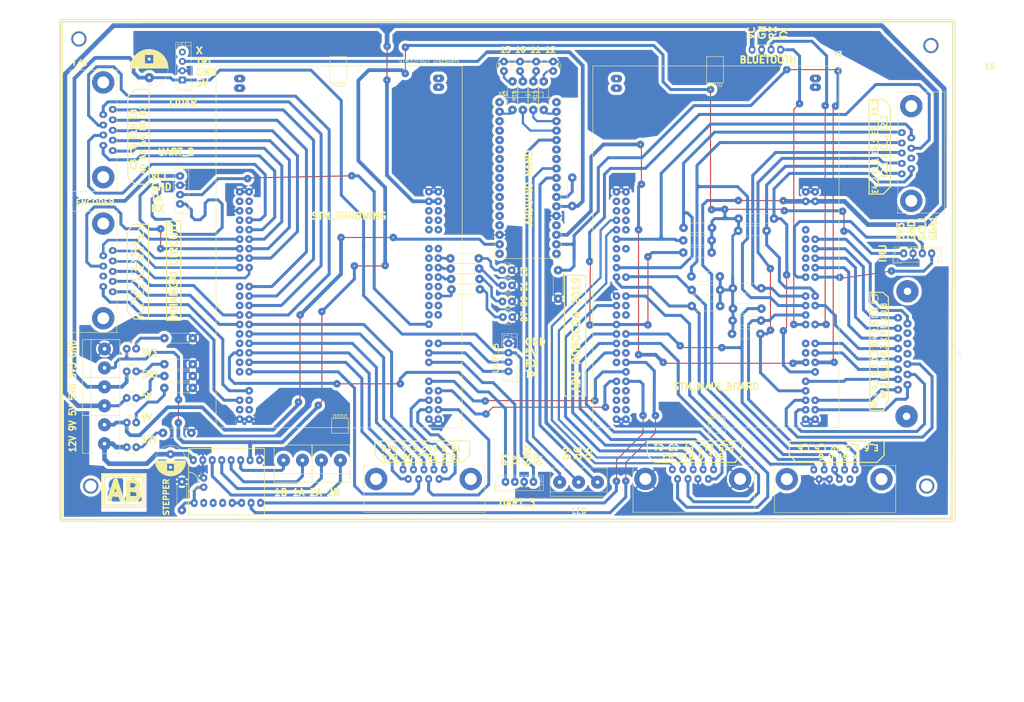
<source format=kicad_pcb>
(kicad_pcb (version 20171130) (host pcbnew "(5.0.2)-1")
  (layers (0 F.Cu signal) (31 B.Cu signal) (34 B.Paste user) (35 F.Paste user) (36 B.SilkS user) (37 F.SilkS user) (38 B.Mask user) (39 F.Mask user) (44 Edge.Cuts user))
  (net 0 "")
  (net 1 "Net-(C1-Pad2)")
  (net 2 GND)
  (net 3 +12V)
  (net 4 +9V)
  (net 5 +5VA)
  (net 6 +5V)
  (net 7 +3V3)
  (net 8 /12C1_SDA)
  (net 9 /12C1_SCL)
  (net 10 /UART2_RX)
  (net 11 /UART2_TX)
  (net 12 /M_PWM_2)
  (net 13 /M_PWM_4)
  (net 14 /M_PWM_1)
  (net 15 /M_PWM_3)
  (net 16 /USART4_RX)
  (net 17 /2B)
  (net 18 /2A)
  (net 19 /1A)
  (net 20 "Net-(J10-Pad5)")
  (net 21 /1B)
  (net 22 /S1_PWM)
  (net 23 /S1_I/O)
  (net 24 "Net-(J12-Pad3)")
  (net 25 /EM_3_CH2)
  (net 26 /EM_3_CH1)
  (net 27 /EN_4_CH1)
  (net 28 /EN_4_CH2)
  (net 29 /EN_1_CH1)
  (net 30 /EN_2_CH1)
  (net 31 /EN_2_CH2)
  (net 32 /EN_1_CH2)
  (net 33 /EN_5)
  (net 34 /IN_5)
  (net 35 /IN_6)
  (net 36 /EN_6)
  (net 37 "Net-(R8-Pad2)")
  (net 38 "Net-(D2-Pad1)")
  (net 39 "Net-(D3-Pad1)")
  (net 40 "Net-(D4-Pad1)")
  (net 41 "Net-(D5-Pad1)")
  (net 42 "Net-(D6-Pad1)")
  (net 43 /D_8)
  (net 44 /D_5)
  (net 45 /D_3)
  (net 46 /D_1)
  (net 47 /D_6)
  (net 48 /D_7)
  (net 49 /D_2)
  (net 50 /D_4)
  (net 51 /USART3_RX)
  (net 52 /USART3_TX)
  (net 53 "Net-(D9-Pad2)")
  (net 54 "Net-(D11-Pad2)")
  (net 55 "Net-(D12-Pad2)")
  (net 56 "Net-(D13-Pad2)")
  (net 57 "Net-(R40-Pad1)")
  (net 58 /USART4_TX)
  (net 59 /G_09)
  (net 60 /G_04)
  (net 61 /G_03)
  (net 62 /G_08)
  (net 63 /G_01)
  (net 64 /G_02)
  (net 65 /G_10)
  (net 66 /G_11)
  (net 67 "Net-(D7-Pad2)")
  (net 68 "Net-(D8-Pad2)")
  (net 69 "Net-(D10-Pad2)")
  (net 70 "Net-(D14-Pad2)")
  (net 71 "Net-(J8-Pad1)")
  (net 72 "Net-(J8-Pad2)")
  (net 73 "Net-(J8-Pad3)")
  (net 74 /throw/TIM1_CH2)
  (net 75 /throw/TIM1_CH1)
  (net 76 /throw/TIM3_CH1)
  (net 77 /throw/TIM3_CH2)
  (net 78 /throw/TIM2_CH2)
  (net 79 /throw/TIM2_CH1)
  (net 80 "Net-(R14-Pad1)")
  (net 81 "Net-(R15-Pad1)")
  (net 82 "Net-(R16-Pad1)")
  (net 83 /throw/T4_CH1)
  (net 84 /throw/T4_CH2)
  (net 85 /throw/T8_CH3)
  (net 86 /throw/PE12)
  (net 87 /throw/PE14)
  (net 88 /throw/PB10)
  (net 89 /throw/PB12)
  (net 90 /throw/T8_CH1)
  (net 91 /throw/T8_CH2)
  (net 92 /throw/PD8)
  (net 93 /throw/PB14)
  (net 94 /throw/U5_RX)
  (net 95 /throw/U5_TX)
  (net 96 /throw/PE8)
  (net 97 /throw/PE10)
  (net 98 /throw/PC0)
  (net 99 /throw/PC3)
  (net 100 /throw/PB2)
  (net 101 /throw/PB0)
  (net 102 /throw/PA4)
  (net 103 /throw/PA2)
  (net 104 /throw/PA0)
  (net 105 /throw/U3_RX)
  (net 106 /throw/U3_TX)
  (net 107 "Net-(J7-Pad0)")
  (net 108 "Net-(J13-Pad0)")
  (net 109 "Net-(J14-Pad0)")
  (net 110 "Net-(J16-Pad0)")
  (net 111 "Net-(J17-Pad0)")
  (net 112 "Net-(J18-Pad0)")
  (net 113 /throw/I_1)
  (net 114 /throw/I_2)
  (net 115 /throw/I_3)
  (net 116 /throw/I_4)
  (net 117 /throw/U2_TX)
  (net 118 /throw/U2_RX)
  (module modFiles:STM32F407_Discovery (layer F.Cu) (at 102.16007 76.81087)
    (fp_text reference U2 hide)
    (fp_text value STM32F407_Discovery (at 24.0665 -49.784) (layer F.SilkS))
    (pad 1 thru_hole circle (at -26.67 -14.732) (size 2.05 2.05) (drill 0.762) (layers *.Cu *.Mask) (net 2 GND))
    (pad 2 thru_hole circle (at -24.13 -14.732) (size 2.05 2.05) (drill 0.762) (layers *.Cu *.Mask) (net 2 GND))
    (pad 4 thru_hole circle (at -24.13 -12.192) (size 2.05 2.05) (drill 0.762) (layers *.Cu *.Mask))
    (pad 3 thru_hole circle (at -26.67 -12.192) (size 2.05 2.05) (drill 0.762) (layers *.Cu *.Mask))
    (pad 7 thru_hole circle (at -26.67 -7.112) (size 2.05 2.05) (drill 0.762) (layers *.Cu *.Mask))
    (pad 8 thru_hole circle (at -24.13 -7.112) (size 2.05 2.05) (drill 0.762) (layers *.Cu *.Mask) (net 98 /throw/PC0))
    (pad 6 thru_hole circle (at -24.13 -9.652) (size 2.05 2.05) (drill 0.762) (layers *.Cu *.Mask))
    (pad 5 thru_hole circle (at -26.67 -9.652) (size 2.05 2.05) (drill 0.762) (layers *.Cu *.Mask) (net 2 GND))
    (pad 13 thru_hole circle (at -26.67 0.508) (size 2.05 2.05) (drill 0.762) (layers *.Cu *.Mask) (net 118 /throw/U2_RX))
    (pad 14 thru_hole circle (at -24.13 0.508) (size 2.05 2.05) (drill 0.762) (layers *.Cu *.Mask) (net 103 /throw/PA2))
    (pad 16 thru_hole circle (at -24.13 3.048) (size 2.05 2.05) (drill 0.762) (layers *.Cu *.Mask) (net 102 /throw/PA4))
    (pad 15 thru_hole circle (at -26.67 3.048) (size 2.05 2.05) (drill 0.762) (layers *.Cu *.Mask) (net 79 /throw/TIM2_CH1))
    (pad 11 thru_hole circle (at -26.67 -2.032) (size 2.05 2.05) (drill 0.762) (layers *.Cu *.Mask) (net 78 /throw/TIM2_CH2))
    (pad 12 thru_hole circle (at -24.13 -2.032) (size 2.05 2.05) (drill 0.762) (layers *.Cu *.Mask) (net 104 /throw/PA0))
    (pad 10 thru_hole circle (at -24.13 -4.572) (size 2.05 2.05) (drill 0.762) (layers *.Cu *.Mask) (net 99 /throw/PC3))
    (pad 9 thru_hole circle (at -26.67 -4.572) (size 2.05 2.05) (drill 0.762) (layers *.Cu *.Mask))
    (pad 25 thru_hole circle (at -26.67 15.748) (size 2.05 2.05) (drill 0.762) (layers *.Cu *.Mask))
    (pad 26 thru_hole circle (at -24.13 15.748) (size 2.05 2.05) (drill 0.762) (layers *.Cu *.Mask) (net 96 /throw/PE8))
    (pad 28 thru_hole circle (at -24.13 18.288) (size 2.05 2.05) (drill 0.762) (layers *.Cu *.Mask) (net 97 /throw/PE10))
    (pad 27 thru_hole circle (at -26.67 18.288) (size 2.05 2.05) (drill 0.762) (layers *.Cu *.Mask) (net 75 /throw/TIM1_CH1))
    (pad 31 thru_hole circle (at -26.67 23.368) (size 2.05 2.05) (drill 0.762) (layers *.Cu *.Mask))
    (pad 32 thru_hole circle (at -24.13 23.368) (size 2.05 2.05) (drill 0.762) (layers *.Cu *.Mask) (net 87 /throw/PE14))
    (pad 30 thru_hole circle (at -24.13 20.828) (size 2.05 2.05) (drill 0.762) (layers *.Cu *.Mask) (net 86 /throw/PE12))
    (pad 29 thru_hole circle (at -26.67 20.828) (size 2.05 2.05) (drill 0.762) (layers *.Cu *.Mask) (net 74 /throw/TIM1_CH2))
    (pad 21 thru_hole circle (at -26.67 10.668) (size 2.05 2.05) (drill 0.762) (layers *.Cu *.Mask))
    (pad 22 thru_hole circle (at -24.13 10.668) (size 2.05 2.05) (drill 0.762) (layers *.Cu *.Mask) (net 101 /throw/PB0))
    (pad 24 thru_hole circle (at -24.13 13.208) (size 2.05 2.05) (drill 0.762) (layers *.Cu *.Mask) (net 100 /throw/PB2))
    (pad 23 thru_hole circle (at -26.67 13.208) (size 2.05 2.05) (drill 0.762) (layers *.Cu *.Mask))
    (pad 18 thru_hole circle (at -24.13 5.588) (size 2.05 2.05) (drill 0.762) (layers *.Cu *.Mask) (net 76 /throw/TIM3_CH1))
    (pad 17 thru_hole circle (at -26.67 5.588) (size 2.05 2.05) (drill 0.762) (layers *.Cu *.Mask) (net 77 /throw/TIM3_CH2))
    (pad 35 thru_hole circle (at -26.67 28.448) (size 2.05 2.05) (drill 0.762) (layers *.Cu *.Mask) (net 105 /throw/U3_RX))
    (pad 36 thru_hole circle (at -24.13 28.448) (size 2.05 2.05) (drill 0.762) (layers *.Cu *.Mask) (net 89 /throw/PB12))
    (pad 38 thru_hole circle (at -24.13 30.988) (size 2.05 2.05) (drill 0.762) (layers *.Cu *.Mask) (net 93 /throw/PB14))
    (pad 37 thru_hole circle (at -26.67 30.988) (size 2.05 2.05) (drill 0.762) (layers *.Cu *.Mask))
    (pad 40 thru_hole circle (at -24.13 33.528) (size 2.05 2.05) (drill 0.762) (layers *.Cu *.Mask) (net 92 /throw/PD8))
    (pad 39 thru_hole circle (at -26.67 33.528) (size 2.05 2.05) (drill 0.762) (layers *.Cu *.Mask))
    (pad 47 thru_hole circle (at -26.67 43.688) (size 2.05 2.05) (drill 0.762) (layers *.Cu *.Mask))
    (pad 48 thru_hole circle (at -24.13 43.688) (size 2.05 2.05) (drill 0.762) (layers *.Cu *.Mask))
    (pad 50 thru_hole circle (at -24.13 46.228) (size 2.05 2.05) (drill 0.762) (layers *.Cu *.Mask) (net 2 GND))
    (pad 49 thru_hole circle (at -26.67 46.228) (size 2.05 2.05) (drill 0.762) (layers *.Cu *.Mask) (net 2 GND))
    (pad 45 thru_hole circle (at -26.67 41.148) (size 2.05 2.05) (drill 0.762) (layers *.Cu *.Mask) (net 84 /throw/T4_CH2))
    (pad 46 thru_hole circle (at -24.13 41.148) (size 2.05 2.05) (drill 0.762) (layers *.Cu *.Mask))
    (pad 44 thru_hole circle (at -24.13 38.608) (size 2.05 2.05) (drill 0.762) (layers *.Cu *.Mask) (net 83 /throw/T4_CH1))
    (pad 33 thru_hole circle (at -26.67 25.908) (size 2.05 2.05) (drill 0.762) (layers *.Cu *.Mask))
    (pad 34 thru_hole circle (at -24.13 25.908) (size 2.05 2.05) (drill 0.762) (layers *.Cu *.Mask) (net 88 /throw/PB10))
    (pad 84 thru_hole circle (at 26.6065 25.908) (size 2.05 2.05) (drill 0.762) (layers *.Cu *.Mask) (net 94 /throw/U5_RX))
    (pad 83 thru_hole circle (at 24.0665 25.908) (size 2.05 2.05) (drill 0.762) (layers *.Cu *.Mask))
    (pad 93 thru_hole circle (at 24.0665 38.608) (size 2.05 2.05) (drill 0.762) (layers *.Cu *.Mask))
    (pad 94 thru_hole circle (at 26.6065 38.608) (size 2.05 2.05) (drill 0.762) (layers *.Cu *.Mask) (net 51 /USART3_RX))
    (pad 96 thru_hole circle (at 26.6065 41.148) (size 2.05 2.05) (drill 0.762) (layers *.Cu *.Mask))
    (pad 95 thru_hole circle (at 24.0665 41.148) (size 2.05 2.05) (drill 0.762) (layers *.Cu *.Mask) (net 85 /throw/T8_CH3))
    (pad 99 thru_hole circle (at 24.0665 46.228) (size 2.05 2.05) (drill 0.762) (layers *.Cu *.Mask) (net 2 GND))
    (pad 100 thru_hole circle (at 26.6065 46.228) (size 2.05 2.05) (drill 0.762) (layers *.Cu *.Mask) (net 2 GND))
    (pad 98 thru_hole circle (at 26.6065 43.688) (size 2.05 2.05) (drill 0.762) (layers *.Cu *.Mask) (net 91 /throw/T8_CH2))
    (pad 97 thru_hole circle (at 24.0665 43.688) (size 2.05 2.05) (drill 0.762) (layers *.Cu *.Mask) (net 90 /throw/T8_CH1))
    (pad 91 thru_hole circle (at 24.0665 36.068) (size 2.05 2.05) (drill 0.762) (layers *.Cu *.Mask) (net 52 /USART3_TX))
    (pad 87 thru_hole circle (at 24.0665 30.988) (size 2.05 2.05) (drill 0.762) (layers *.Cu *.Mask) (net 106 /throw/U3_TX))
    (pad 85 thru_hole circle (at 24.0665 28.448) (size 2.05 2.05) (drill 0.762) (layers *.Cu *.Mask) (net 95 /throw/U5_TX))
    (pad 67 thru_hole circle (at 24.0665 5.588) (size 2.05 2.05) (drill 0.762) (layers *.Cu *.Mask))
    (pad 68 thru_hole circle (at 26.6065 5.588) (size 2.05 2.05) (drill 0.762) (layers *.Cu *.Mask) (net 114 /throw/I_2))
    (pad 70 thru_hole circle (at 26.6065 8.128) (size 2.05 2.05) (drill 0.762) (layers *.Cu *.Mask) (net 115 /throw/I_3))
    (pad 69 thru_hole circle (at 24.0665 8.128) (size 2.05 2.05) (drill 0.762) (layers *.Cu *.Mask))
    (pad 73 thru_hole circle (at 24.0665 13.208) (size 2.05 2.05) (drill 0.762) (layers *.Cu *.Mask))
    (pad 74 thru_hole circle (at 26.6065 13.208) (size 2.05 2.05) (drill 0.762) (layers *.Cu *.Mask) (net 116 /throw/I_4))
    (pad 72 thru_hole circle (at 26.6065 10.668) (size 2.05 2.05) (drill 0.762) (layers *.Cu *.Mask))
    (pad 71 thru_hole circle (at 24.0665 10.668) (size 2.05 2.05) (drill 0.762) (layers *.Cu *.Mask))
    (pad 76 thru_hole circle (at 26.6065 15.748) (size 2.05 2.05) (drill 0.762) (layers *.Cu *.Mask))
    (pad 75 thru_hole circle (at 24.0665 15.748) (size 2.05 2.05) (drill 0.762) (layers *.Cu *.Mask))
    (pad 59 thru_hole circle (at 24.0665 -4.572) (size 2.05 2.05) (drill 0.762) (layers *.Cu *.Mask))
    (pad 60 thru_hole circle (at 26.6065 -4.572) (size 2.05 2.05) (drill 0.762) (layers *.Cu *.Mask))
    (pad 65 thru_hole circle (at 24.0665 3.048) (size 2.05 2.05) (drill 0.762) (layers *.Cu *.Mask))
    (pad 66 thru_hole circle (at 26.6065 3.048) (size 2.05 2.05) (drill 0.762) (layers *.Cu *.Mask) (net 113 /throw/I_1))
    (pad 64 thru_hole circle (at 26.6065 0.508) (size 2.05 2.05) (drill 0.762) (layers *.Cu *.Mask))
    (pad 63 thru_hole circle (at 24.0665 0.508) (size 2.05 2.05) (drill 0.762) (layers *.Cu *.Mask))
    (pad 55 thru_hole circle (at 24.0665 -9.652) (size 2.05 2.05) (drill 0.762) (layers *.Cu *.Mask))
    (pad 56 thru_hole circle (at 26.6065 -9.652) (size 2.05 2.05) (drill 0.762) (layers *.Cu *.Mask))
    (pad 58 thru_hole circle (at 26.6065 -7.112) (size 2.05 2.05) (drill 0.762) (layers *.Cu *.Mask))
    (pad 57 thru_hole circle (at 24.0665 -7.112) (size 2.05 2.05) (drill 0.762) (layers *.Cu *.Mask))
    (pad 53 thru_hole circle (at 24.0665 -12.192) (size 2.05 2.05) (drill 0.762) (layers *.Cu *.Mask) (net 6 +5V))
    (pad 54 thru_hole circle (at 26.6065 -12.192) (size 2.05 2.05) (drill 0.762) (layers *.Cu *.Mask) (net 6 +5V))
    (pad 52 thru_hole circle (at 26.6065 -14.732) (size 2.05 2.05) (drill 0.762) (layers *.Cu *.Mask) (net 2 GND))
    (pad 51 thru_hole circle (at 24.0665 -14.732) (size 2.05 2.05) (drill 0.762) (layers *.Cu *.Mask) (net 2 GND))
    (pad c thru_hole oval (at 26.67 -45.1485) (size 3 2.05) (drill 0.762) (layers *.Cu *.Mask))
    (pad d thru_hole oval (at 26.67 -42.799) (size 3 2.05) (drill 0.762) (layers *.Cu *.Mask))
    (pad b thru_hole oval (at -26.67 -42.545) (size 3 2.05) (drill 0.762) (layers *.Cu *.Mask))
    (pad a thru_hole oval (at -26.67 -45.085) (size 3 2.05) (drill 0.762) (layers *.Cu *.Mask))
    (pad 77 thru_hole circle (at 24.0665 18.248) (size 2.05 2.05) (drill 0.762) (layers *.Cu *.Mask))
    (pad 78 thru_hole circle (at 26.5665 18.248) (size 2.05 2.05) (drill 0.762) (layers *.Cu *.Mask))
    (pad 79 thru_hole circle (at 24.0665 20.788) (size 2.05 2.05) (drill 0.762) (layers *.Cu *.Mask) (net 117 /throw/U2_TX))
  )
  (module modFiles:STM32F407_Discovery (layer F.Cu) (at 203.2 76.829)
    (fp_text reference U1 hide)
    (fp_text value STM32F407_Discovery hide)
    (pad 1 thru_hole circle (at -26.67 -14.732) (size 2.05 2.05) (drill 0.762) (layers *.Cu *.Mask) (net 2 GND))
    (pad 2 thru_hole circle (at -24.13 -14.732) (size 2.05 2.05) (drill 0.762) (layers *.Cu *.Mask) (net 2 GND))
    (pad 7 thru_hole circle (at -26.67 -7.112) (size 2.05 2.05) (drill 0.762) (layers *.Cu *.Mask) (net 61 /G_03))
    (pad 5 thru_hole circle (at -26.67 -9.652) (size 2.05 2.05) (drill 0.762) (layers *.Cu *.Mask) (net 2 GND))
    (pad 13 thru_hole circle (at -26.67 0.508) (size 2.05 2.05) (drill 0.762) (layers *.Cu *.Mask))
    (pad 15 thru_hole circle (at -26.67 3.048) (size 2.05 2.05) (drill 0.762) (layers *.Cu *.Mask))
    (pad 11 thru_hole circle (at -26.67 -2.032) (size 2.05 2.05) (drill 0.762) (layers *.Cu *.Mask) (net 31 /EN_2_CH2))
    (pad 10 thru_hole circle (at -24.13 -4.572) (size 2.05 2.05) (drill 0.762) (layers *.Cu *.Mask))
    (pad 9 thru_hole circle (at -26.67 -4.572) (size 2.05 2.05) (drill 0.762) (layers *.Cu *.Mask) (net 60 /G_04))
    (pad 25 thru_hole circle (at -26.67 15.748) (size 2.05 2.05) (drill 0.762) (layers *.Cu *.Mask) (net 62 /G_08))
    (pad 26 thru_hole circle (at -24.13 15.748) (size 2.05 2.05) (drill 0.762) (layers *.Cu *.Mask))
    (pad 27 thru_hole circle (at -26.67 18.288) (size 2.05 2.05) (drill 0.762) (layers *.Cu *.Mask))
    (pad 31 thru_hole circle (at -26.67 23.368) (size 2.05 2.05) (drill 0.762) (layers *.Cu *.Mask) (net 59 /G_09))
    (pad 32 thru_hole circle (at -24.13 23.368) (size 2.05 2.05) (drill 0.762) (layers *.Cu *.Mask) (net 33 /EN_5))
    (pad 29 thru_hole circle (at -26.67 20.828) (size 2.05 2.05) (drill 0.762) (layers *.Cu *.Mask) (net 32 /EN_1_CH2))
    (pad 23 thru_hole circle (at -26.67 13.208) (size 2.05 2.05) (drill 0.762) (layers *.Cu *.Mask) (net 2 GND))
    (pad 19 thru_hole circle (at -26.67 8.128) (size 2.05 2.05) (drill 0.762) (layers *.Cu *.Mask) (net 35 /IN_6))
    (pad 20 thru_hole circle (at -24.13 8.128) (size 2.05 2.05) (drill 0.762) (layers *.Cu *.Mask) (net 34 /IN_5))
    (pad 17 thru_hole circle (at -26.67 5.588) (size 2.05 2.05) (drill 0.762) (layers *.Cu *.Mask) (net 25 /EM_3_CH2))
    (pad 38 thru_hole circle (at -24.13 30.988) (size 2.05 2.05) (drill 0.762) (layers *.Cu *.Mask) (net 22 /S1_PWM))
    (pad 37 thru_hole circle (at -26.67 30.988) (size 2.05 2.05) (drill 0.762) (layers *.Cu *.Mask))
    (pad 41 thru_hole circle (at -26.67 36.068) (size 2.05 2.05) (drill 0.762) (layers *.Cu *.Mask) (net 51 /USART3_RX))
    (pad 42 thru_hole circle (at -24.13 36.068) (size 2.05 2.05) (drill 0.762) (layers *.Cu *.Mask) (net 23 /S1_I/O))
    (pad 40 thru_hole circle (at -24.13 33.528) (size 2.05 2.05) (drill 0.762) (layers *.Cu *.Mask) (net 52 /USART3_TX))
    (pad 48 thru_hole circle (at -24.13 43.688) (size 2.05 2.05) (drill 0.762) (layers *.Cu *.Mask))
    (pad 50 thru_hole circle (at -24.13 46.228) (size 2.05 2.05) (drill 0.762) (layers *.Cu *.Mask) (net 2 GND))
    (pad 49 thru_hole circle (at -26.67 46.228) (size 2.05 2.05) (drill 0.762) (layers *.Cu *.Mask) (net 2 GND))
    (pad 43 thru_hole circle (at -26.67 38.608) (size 2.05 2.05) (drill 0.762) (layers *.Cu *.Mask))
    (pad 33 thru_hole circle (at -26.67 25.908) (size 2.05 2.05) (drill 0.762) (layers *.Cu *.Mask) (net 65 /G_10))
    (pad 34 thru_hole circle (at -24.13 25.908) (size 2.05 2.05) (drill 0.762) (layers *.Cu *.Mask) (net 64 /G_02))
    (pad 84 thru_hole circle (at 26.6065 25.908) (size 2.05 2.05) (drill 0.762) (layers *.Cu *.Mask) (net 45 /D_3))
    (pad 83 thru_hole circle (at 24.0665 25.908) (size 2.05 2.05) (drill 0.762) (layers *.Cu *.Mask))
    (pad 93 thru_hole circle (at 24.0665 38.608) (size 2.05 2.05) (drill 0.762) (layers *.Cu *.Mask) (net 29 /EN_1_CH1))
    (pad 96 thru_hole circle (at 26.6065 41.148) (size 2.05 2.05) (drill 0.762) (layers *.Cu *.Mask) (net 13 /M_PWM_4))
    (pad 95 thru_hole circle (at 24.0665 41.148) (size 2.05 2.05) (drill 0.762) (layers *.Cu *.Mask) (net 15 /M_PWM_3))
    (pad 99 thru_hole circle (at 24.0665 46.228) (size 2.05 2.05) (drill 0.762) (layers *.Cu *.Mask) (net 2 GND))
    (pad 100 thru_hole circle (at 26.6065 46.228) (size 2.05 2.05) (drill 0.762) (layers *.Cu *.Mask) (net 2 GND))
    (pad 98 thru_hole circle (at 26.6065 43.688) (size 2.05 2.05) (drill 0.762) (layers *.Cu *.Mask) (net 12 /M_PWM_2))
    (pad 97 thru_hole circle (at 24.0665 43.688) (size 2.05 2.05) (drill 0.762) (layers *.Cu *.Mask) (net 14 /M_PWM_1))
    (pad 90 thru_hole circle (at 26.6065 33.528) (size 2.05 2.05) (drill 0.762) (layers *.Cu *.Mask) (net 30 /EN_2_CH1))
    (pad 91 thru_hole circle (at 24.0665 36.068) (size 2.05 2.05) (drill 0.762) (layers *.Cu *.Mask) (net 46 /D_1))
    (pad 87 thru_hole circle (at 24.0665 30.988) (size 2.05 2.05) (drill 0.762) (layers *.Cu *.Mask) (net 58 /USART4_TX))
    (pad 88 thru_hole circle (at 26.6065 30.988) (size 2.05 2.05) (drill 0.762) (layers *.Cu *.Mask) (net 16 /USART4_RX))
    (pad 86 thru_hole circle (at 26.6065 28.448) (size 2.05 2.05) (drill 0.762) (layers *.Cu *.Mask) (net 49 /D_2))
    (pad 85 thru_hole circle (at 24.0665 28.448) (size 2.05 2.05) (drill 0.762) (layers *.Cu *.Mask))
    (pad 67 thru_hole circle (at 24.0665 5.588) (size 2.05 2.05) (drill 0.762) (layers *.Cu *.Mask))
    (pad 68 thru_hole circle (at 26.6065 5.588) (size 2.05 2.05) (drill 0.762) (layers *.Cu *.Mask) (net 44 /D_5))
    (pad 70 thru_hole circle (at 26.6065 8.128) (size 2.05 2.05) (drill 0.762) (layers *.Cu *.Mask) (net 8 /12C1_SDA))
    (pad 69 thru_hole circle (at 24.0665 8.128) (size 2.05 2.05) (drill 0.762) (layers *.Cu *.Mask) (net 9 /12C1_SCL))
    (pad 73 thru_hole circle (at 24.0665 13.208) (size 2.05 2.05) (drill 0.762) (layers *.Cu *.Mask) (net 27 /EN_4_CH1))
    (pad 74 thru_hole circle (at 26.6065 13.208) (size 2.05 2.05) (drill 0.762) (layers *.Cu *.Mask) (net 28 /EN_4_CH2))
    (pad 79 thru_hole circle (at 24.0665 20.828) (size 2.05 2.05) (drill 0.762) (layers *.Cu *.Mask) (net 11 /UART2_TX))
    (pad 80 thru_hole circle (at 26.6065 20.828) (size 2.05 2.05) (drill 0.762) (layers *.Cu *.Mask) (net 10 /UART2_RX))
    (pad 77 thru_hole circle (at 24.0665 18.288) (size 2.05 2.05) (drill 0.762) (layers *.Cu *.Mask) (net 36 /EN_6))
    (pad 76 thru_hole circle (at 26.6065 15.748) (size 2.05 2.05) (drill 0.762) (layers *.Cu *.Mask) (net 50 /D_4))
    (pad 75 thru_hole circle (at 24.0665 15.748) (size 2.05 2.05) (drill 0.762) (layers *.Cu *.Mask) (net 26 /EM_3_CH1))
    (pad 59 thru_hole circle (at 24.0665 -4.572) (size 2.05 2.05) (drill 0.762) (layers *.Cu *.Mask))
    (pad 62 thru_hole circle (at 26.6065 -2.032) (size 2.05 2.05) (drill 0.762) (layers *.Cu *.Mask) (net 43 /D_8))
    (pad 61 thru_hole circle (at 24.0665 -2.032) (size 2.05 2.05) (drill 0.762) (layers *.Cu *.Mask))
    (pad 65 thru_hole circle (at 24.0665 3.048) (size 2.05 2.05) (drill 0.762) (layers *.Cu *.Mask))
    (pad 66 thru_hole circle (at 26.6065 3.048) (size 2.05 2.05) (drill 0.762) (layers *.Cu *.Mask) (net 47 /D_6))
    (pad 64 thru_hole circle (at 26.6065 0.508) (size 2.05 2.05) (drill 0.762) (layers *.Cu *.Mask) (net 48 /D_7))
    (pad 63 thru_hole circle (at 24.0665 0.508) (size 2.05 2.05) (drill 0.762) (layers *.Cu *.Mask))
    (pad 53 thru_hole circle (at 24.0665 -12.192) (size 2.05 2.05) (drill 0.762) (layers *.Cu *.Mask) (net 6 +5V))
    (pad 54 thru_hole circle (at 26.6065 -12.192) (size 2.05 2.05) (drill 0.762) (layers *.Cu *.Mask) (net 6 +5V))
    (pad 52 thru_hole circle (at 26.6065 -14.732) (size 2.05 2.05) (drill 0.762) (layers *.Cu *.Mask) (net 2 GND))
    (pad 51 thru_hole circle (at 24.0665 -14.732) (size 2.05 2.05) (drill 0.762) (layers *.Cu *.Mask) (net 2 GND))
    (pad c thru_hole oval (at 26.67 -45.1485) (size 3 2.05) (drill 0.762) (layers *.Cu *.Mask))
    (pad d thru_hole oval (at 26.67 -42.799) (size 3 2.05) (drill 0.762) (layers *.Cu *.Mask))
    (pad b thru_hole oval (at -26.67 -42.545) (size 3 2.05) (drill 0.762) (layers *.Cu *.Mask))
    (pad a thru_hole oval (at -26.67 -45.085) (size 3 2.05) (drill 0.762) (layers *.Cu *.Mask))
    (pad 35 thru_hole circle (at -26.67 28.448) (size 2.05 2.05) (drill 0.762) (layers *.Cu *.Mask) (net 66 /G_11))
    (pad 3 thru_hole circle (at -26.67 -12.192) (size 2.05 2.05) (drill 0.762) (layers *.Cu *.Mask))
    (pad 4 thru_hole circle (at -24.13 -12.192) (size 2.05 2.05) (drill 0.762) (layers *.Cu *.Mask))
    (pad 6 thru_hole circle (at -24.13 -9.652) (size 2.05 2.05) (drill 0.762) (layers *.Cu *.Mask))
    (pad 8 thru_hole circle (at -24.13 -7.112) (size 2.05 2.05) (drill 0.762) (layers *.Cu *.Mask))
    (pad 14 thru_hole circle (at -24.13 0.508) (size 2.05 2.05) (drill 0.762) (layers *.Cu *.Mask))
    (pad 28 thru_hole circle (at -24.13 18.288) (size 2.05 2.05) (drill 0.762) (layers *.Cu *.Mask))
    (pad 36 thru_hole circle (at -24.13 28.448) (size 2.05 2.05) (drill 0.762) (layers *.Cu *.Mask))
    (pad 47 thru_hole circle (at -26.67 43.688) (size 2.05 2.05) (drill 0.762) (layers *.Cu *.Mask))
    (pad 45 thru_hole circle (at -26.67 41.148) (size 2.05 2.05) (drill 0.762) (layers *.Cu *.Mask))
    (pad 46 thru_hole circle (at -24.13 41.148) (size 2.05 2.05) (drill 0.762) (layers *.Cu *.Mask))
    (pad 44 thru_hole circle (at -24.13 38.608) (size 2.05 2.05) (drill 0.762) (layers *.Cu *.Mask))
    (pad 24 thru_hole circle (at -24.13 13.208) (size 2.05 2.05) (drill 0.762) (layers *.Cu *.Mask) (net 63 /G_01))
  )
  (module Connectors_JST:JST_EH_B04B-EH-A_04x2.50mm_Straight (layer F.Cu) (at 147.57207 110.23187 90)
    (fp_text reference J15 hide)
    (fp_text value Conn_01x04)
    (pad 3 thru_hole oval (at 7.5 0 90) (size 2 2.2) (drill 0.8) (layers *.Cu *.Mask) (net 2 GND))
    (pad 4 thru_hole oval (at 5 0 90) (size 2 2.2) (drill 0.8) (layers *.Cu *.Mask) (net 5 +5VA))
    (pad 2 thru_hole oval (at 2.5 0 90) (size 2 2.2) (drill 0.8) (layers *.Cu *.Mask) (net 94 /throw/U5_RX))
    (pad 1 thru_hole oval (at 0 0 90) (size 2 2.2) (drill 0.8) (layers *.Cu *.Mask) (net 95 /throw/U5_TX))
  )
  (module Connectors_JST:JST_EH_B04B-EH-A_04x2.50mm_Straight (layer F.Cu) (at 146.77207 139.84187)
    (fp_text reference J24 hide)
    (fp_text value Conn_01x04)
    (pad 1 thru_hole oval (at 0 0) (size 2 2.2) (drill 0.8) (layers *.Cu *.Mask) (net 105 /throw/U3_RX))
    (pad 2 thru_hole oval (at 2.5 0) (size 2 2.2) (drill 0.8) (layers *.Cu *.Mask) (net 106 /throw/U3_TX))
    (pad 3 thru_hole oval (at 5 0) (size 2 2.2) (drill 0.8) (layers *.Cu *.Mask) (net 2 GND))
    (pad 4 thru_hole oval (at 7.5 0) (size 2 2.2) (drill 0.8) (layers *.Cu *.Mask) (net 5 +5VA))
  )
  (module Connectors_JST:JST_EH_B04B-EH-A_04x2.50mm_Straight (layer F.Cu) (at 59.51347 65.33007 90)
    (fp_text reference J23 hide)
    (fp_text value Conn_01x04)
    (pad 2 thru_hole oval (at 0 0 90) (size 2 2.2) (drill 0.8) (layers *.Cu *.Mask) (net 118 /throw/U2_RX))
    (pad 1 thru_hole oval (at 2.5 0 90) (size 2 2.2) (drill 0.8) (layers *.Cu *.Mask) (net 117 /throw/U2_TX))
    (pad 3 thru_hole oval (at 5 0 90) (size 2 2.2) (drill 0.8) (layers *.Cu *.Mask) (net 2 GND))
    (pad 4 thru_hole oval (at 7.5 0 90) (size 2 2.2) (drill 0.8) (layers *.Cu *.Mask) (net 5 +5VA))
  )
  (module modFiles:Connector_Bornier_3 (layer F.Cu) (at 161.29127 139.92987)
    (fp_text reference J8 hide)
    (fp_text value Conn_01x03)
    (pad 3 thru_hole circle (at 0 0) (size 3.5 3.5) (drill 1) (layers *.Cu *.Mask) (net 73 "Net-(J8-Pad3)"))
    (pad 2 thru_hole circle (at 5.08 0) (size 3.5 3.5) (drill 1) (layers *.Cu *.Mask) (net 72 "Net-(J8-Pad2)"))
    (pad 1 thru_hole circle (at 10.16 0) (size 3.5 3.5) (drill 1) (layers *.Cu *.Mask) (net 71 "Net-(J8-Pad1)"))
  )
  (module modFiles:Connector_Bornier_2 (layer F.Cu) (at 39.24935 129.60985 90)
    (fp_text reference J1 hide)
    (fp_text value Conn_01x02)
    (pad 2 thru_hole circle (at 0 0 90) (size 3.5 3.5) (drill 1) (layers *.Cu *.Mask) (net 3 +12V))
    (pad 1 thru_hole circle (at 5.08 0 90) (size 3.5 3.5) (drill 1) (layers *.Cu *.Mask) (net 4 +9V))
  )
  (module modFiles:Connector_DB_9 (layer F.Cu) (at 41.45407 88.87587 90)
    (fp_text reference J16 hide)
    (fp_text value DB9_Female_MountingHoles)
    (pad 0 thru_hole circle (at 18.29 -2.54 90) (size 6 6) (drill 3.2) (layers *.Cu *.Mask) (net 110 "Net-(J16-Pad0)"))
    (pad 0 thru_hole circle (at -7.11 -2.54 90) (size 6 6) (drill 3.2) (layers *.Cu *.Mask) (net 110 "Net-(J16-Pad0)"))
    (pad 1 thru_hole oval (at 0 0 90) (size 1.8 2.1) (drill 0.8) (layers *.Cu *.Mask) (net 83 /throw/T4_CH1))
    (pad 2 thru_hole oval (at 2.79 0 90) (size 1.8 2.1) (drill 0.8) (layers *.Cu *.Mask) (net 74 /throw/TIM1_CH2))
    (pad 3 thru_hole oval (at 5.46 0 90) (size 1.8 2.1) (drill 0.8) (layers *.Cu *.Mask) (net 75 /throw/TIM1_CH1))
    (pad 4 thru_hole oval (at 8.26 0 90) (size 1.8 2.1) (drill 0.8) (layers *.Cu *.Mask) (net 76 /throw/TIM3_CH1))
    (pad 5 thru_hole oval (at 11.05 0 90) (size 1.8 2.1) (drill 0.8) (layers *.Cu *.Mask) (net 77 /throw/TIM3_CH2))
    (pad 6 thru_hole oval (at 1.4 -2.54 90) (size 1.8 2.1) (drill 0.8) (layers *.Cu *.Mask) (net 84 /throw/T4_CH2))
    (pad 7 thru_hole oval (at 4.19 -2.54 90) (size 1.8 2.1) (drill 0.8) (layers *.Cu *.Mask))
    (pad 8 thru_hole oval (at 6.86 -2.54 90) (size 1.8 2.1) (drill 0.8) (layers *.Cu *.Mask) (net 78 /throw/TIM2_CH2))
    (pad 9 thru_hole oval (at 9.65 -2.54 90) (size 1.8 2.1) (drill 0.8) (layers *.Cu *.Mask) (net 79 /throw/TIM2_CH1))
  )
  (module modFiles:Connector_DB_9 (layer F.Cu) (at 202.565 136.525 180)
    (fp_text reference J5 hide)
    (fp_text value DB9_Female_MountingHoles)
    (pad 0 thru_hole circle (at 18.29 -2.54 180) (size 6 6) (drill 3.2) (layers *.Cu *.Mask) (net 2 GND))
    (pad 0 thru_hole circle (at -7.11 -2.54 180) (size 6 6) (drill 3.2) (layers *.Cu *.Mask) (net 2 GND))
    (pad 1 thru_hole oval (at 0 0 180) (size 1.8 2.1) (drill 0.8) (layers *.Cu *.Mask) (net 65 /G_10))
    (pad 2 thru_hole oval (at 2.79 0 180) (size 1.8 2.1) (drill 0.8) (layers *.Cu *.Mask) (net 59 /G_09))
    (pad 3 thru_hole oval (at 5.46 0 180) (size 1.8 2.1) (drill 0.8) (layers *.Cu *.Mask) (net 62 /G_08))
    (pad 4 thru_hole oval (at 8.26 0 180) (size 1.8 2.1) (drill 0.8) (layers *.Cu *.Mask) (net 60 /G_04))
    (pad 5 thru_hole oval (at 11.05 0 180) (size 1.8 2.1) (drill 0.8) (layers *.Cu *.Mask) (net 61 /G_03))
    (pad 6 thru_hole oval (at 1.4 -2.54 180) (size 1.8 2.1) (drill 0.8) (layers *.Cu *.Mask) (net 66 /G_11))
    (pad 7 thru_hole oval (at 4.19 -2.54 180) (size 1.8 2.1) (drill 0.8) (layers *.Cu *.Mask) (net 2 GND))
    (pad 8 thru_hole oval (at 6.86 -2.54 180) (size 1.8 2.1) (drill 0.8) (layers *.Cu *.Mask) (net 64 /G_02))
    (pad 9 thru_hole oval (at 9.65 -2.54 180) (size 1.8 2.1) (drill 0.8) (layers *.Cu *.Mask) (net 63 /G_01))
  )
  (module Arduino:Arduino_Nano_Socket (layer F.Cu) (at 152.80767 36.78047 180)
    (fp_text reference XA1 (at 6.604 1.016 180) (layer F.SilkS))
    (fp_text value Arduino_Nano_Socket)
    (fp_text user USB (at 0 0.635 180) (layer F.SilkS) (effects (font (size 0.5 0.5) (thickness 0.075))))
    (fp_text user 3.3V (at 6.35 -6.35 270) (layer F.SilkS) (effects (font (size 0.5 0.5) (thickness 0.075))))
    (pad VIN thru_hole oval (at 7.62 -39.37 180) (size 2.3 2.2) (drill 0.8) (layers *.Cu *.Mask) (net 4 +9V))
    (pad GND2 thru_hole oval (at 7.62 -36.83 180) (size 2.3 2.2) (drill 0.8) (layers *.Cu *.Mask) (net 2 GND))
    (pad RST2 thru_hole oval (at 7.62 -34.29 180) (size 2.3 2.2) (drill 0.8) (layers *.Cu *.Mask))
    (pad 5V thru_hole oval (at 7.62 -31.75 180) (size 2.3 2.2) (drill 0.8) (layers *.Cu *.Mask))
    (pad A7 thru_hole oval (at 7.62 -29.21 180) (size 2.3 2.2) (drill 0.8) (layers *.Cu *.Mask))
    (pad A6 thru_hole oval (at 7.62 -26.67 180) (size 2.3 2.2) (drill 0.8) (layers *.Cu *.Mask))
    (pad A5 thru_hole oval (at 7.62 -24.13 180) (size 2.3 2.2) (drill 0.8) (layers *.Cu *.Mask))
    (pad A4 thru_hole oval (at 7.62 -21.59 180) (size 2.3 2.2) (drill 0.8) (layers *.Cu *.Mask))
    (pad A3 thru_hole oval (at 7.62 -19.05 180) (size 2.3 2.2) (drill 0.8) (layers *.Cu *.Mask))
    (pad A2 thru_hole oval (at 7.62 -16.51 180) (size 2.3 2.2) (drill 0.8) (layers *.Cu *.Mask))
    (pad A1 thru_hole oval (at 7.62 -13.97 180) (size 2.3 2.2) (drill 0.8) (layers *.Cu *.Mask))
    (pad A0 thru_hole oval (at 7.62 -11.43 180) (size 2.3 2.2) (drill 0.8) (layers *.Cu *.Mask))
    (pad AREF thru_hole oval (at 7.62 -8.89 180) (size 2.3 2.2) (drill 0.8) (layers *.Cu *.Mask))
    (pad 3V3 thru_hole oval (at 7.62 -6.35 180) (size 2.3 2.2) (drill 0.8) (layers *.Cu *.Mask))
    (pad D13 thru_hole oval (at 7.62 -3.81 180) (size 2.3 2.2) (drill 0.8) (layers *.Cu *.Mask) (net 80 "Net-(R14-Pad1)"))
    (pad D12 thru_hole oval (at -7.62 -3.81 180) (size 2.3 2.2) (drill 0.8) (layers *.Cu *.Mask) (net 81 "Net-(R15-Pad1)"))
    (pad D11 thru_hole oval (at -7.62 -6.35 180) (size 2.3 2.2) (drill 0.8) (layers *.Cu *.Mask) (net 57 "Net-(R40-Pad1)"))
    (pad D10 thru_hole oval (at -7.62 -8.89 180) (size 2.3 2.2) (drill 0.8) (layers *.Cu *.Mask) (net 82 "Net-(R16-Pad1)"))
    (pad D9 thru_hole oval (at -7.62 -11.43 180) (size 2.3 2.2) (drill 0.8) (layers *.Cu *.Mask) (net 73 "Net-(J8-Pad3)"))
    (pad D8 thru_hole oval (at -7.62 -13.97 180) (size 2.3 2.2) (drill 0.8) (layers *.Cu *.Mask))
    (pad D7 thru_hole oval (at -7.62 -16.51 180) (size 2.3 2.2) (drill 0.8) (layers *.Cu *.Mask))
    (pad D6 thru_hole oval (at -7.62 -19.05 180) (size 2.3 2.2) (drill 0.8) (layers *.Cu *.Mask) (net 72 "Net-(J8-Pad2)"))
    (pad D5 thru_hole oval (at -7.62 -21.59 180) (size 2.3 2.2) (drill 0.8) (layers *.Cu *.Mask) (net 71 "Net-(J8-Pad1)"))
    (pad D4 thru_hole oval (at -7.62 -24.13 180) (size 2.3 2.2) (drill 0.8) (layers *.Cu *.Mask))
    (pad D3 thru_hole oval (at -7.62 -26.67 180) (size 2.3 2.2) (drill 0.8) (layers *.Cu *.Mask) (net 37 "Net-(R8-Pad2)"))
    (pad D2 thru_hole oval (at -7.62 -29.21 180) (size 2.3 2.2) (drill 0.8) (layers *.Cu *.Mask) (net 24 "Net-(J12-Pad3)"))
    (pad GND1 thru_hole oval (at -7.62 -31.75 180) (size 2.3 2.2) (drill 0.8) (layers *.Cu *.Mask) (net 2 GND))
    (pad RST1 thru_hole oval (at -7.62 -34.29 180) (size 2.3 2.2) (drill 0.8) (layers *.Cu *.Mask))
    (pad D0 thru_hole oval (at -7.62 -36.83 180) (size 2.3 2.2) (drill 0.8) (layers *.Cu *.Mask) (net 58 /USART4_TX))
    (pad D1 thru_hole oval (at -7.62 -39.37 180) (size 2.3 2.2) (drill 0.8) (layers *.Cu *.Mask) (net 16 /USART4_RX))
    (pad "" thru_hole oval (at -7.62 -41.91 180) (size 2.3 2.2) (drill 0.8) (layers *.Cu *.Mask))
    (pad "" thru_hole oval (at 7.62 -41.91 180) (size 2.3 2.2) (drill 0.8) (layers *.Cu *.Mask))
    (pad "" thru_hole oval (at -7.62 -1.27 180) (size 2.3 2.2) (drill 0.8) (layers *.Cu *.Mask))
    (pad "" thru_hole oval (at 7.62 -1.27 180) (size 2.3 2.2) (drill 0.8) (layers *.Cu *.Mask))
  )
  (module modFiles:LED_D3.0mm (layer F.Cu) (at 154.99207 27.15387 270)
    (fp_text reference D13 hide)
    (fp_text value LED)
    (pad 1 thru_hole circle (at 0 0 270) (size 2.1 2.1) (drill 0.8) (layers *.Cu *.Mask) (net 2 GND))
    (pad 2 thru_hole circle (at 2.54 0 270) (size 2.1 2.1) (drill 0.8) (layers *.Cu *.Mask) (net 56 "Net-(D13-Pad2)"))
  )
  (module modFiles:Connector_DB15 (layer F.Cu) (at 252.02007 95.86087 270)
    (fp_text reference J7 (at 9.65 -16.51 270) (layer F.SilkS))
    (fp_text value DB15_Female_MountingHoles)
    (pad 0 thru_hole oval (at 26.42 -2.29 270) (size 6 6) (drill 2) (layers *.Cu *.Mask) (net 107 "Net-(J7-Pad0)"))
    (pad 0 thru_hole oval (at -7.11 -2.54 270) (size 6 6) (drill 2) (layers *.Cu *.Mask) (net 107 "Net-(J7-Pad0)"))
    (pad 1 thru_hole oval (at 0 0 270) (size 2 2.2) (drill 0.8) (layers *.Cu *.Mask) (net 48 /D_7))
    (pad 2 thru_hole oval (at 2.79 0 270) (size 2 2.2) (drill 0.8) (layers *.Cu *.Mask) (net 47 /D_6))
    (pad 3 thru_hole oval (at 5.46 0 270) (size 2 2.2) (drill 0.8) (layers *.Cu *.Mask) (net 44 /D_5))
    (pad 4 thru_hole oval (at 8.25 0 270) (size 2 2.2) (drill 0.8) (layers *.Cu *.Mask) (net 50 /D_4))
    (pad 5 thru_hole oval (at 11.05 0 270) (size 2 2.2) (drill 0.8) (layers *.Cu *.Mask) (net 45 /D_3))
    (pad 6 thru_hole oval (at 13.84 0 270) (size 2 2.2) (drill 0.8) (layers *.Cu *.Mask) (net 49 /D_2))
    (pad 7 thru_hole oval (at 16.51 0 270) (size 2 2.2) (drill 0.8) (layers *.Cu *.Mask) (net 46 /D_1))
    (pad 8 thru_hole oval (at 19.3 0 270) (size 2 2.2) (drill 0.8) (layers *.Cu *.Mask) (net 13 /M_PWM_4))
    (pad 9 thru_hole oval (at 1.57 -2.54 270) (size 2 2.2) (drill 0.8) (layers *.Cu *.Mask) (net 43 /D_8))
    (pad 10 thru_hole oval (at 4.11 -2.54 270) (size 2 2.2) (drill 0.8) (layers *.Cu *.Mask))
    (pad 11 thru_hole oval (at 6.91 -2.54 270) (size 2 2.2) (drill 0.8) (layers *.Cu *.Mask))
    (pad 12 thru_hole oval (at 9.65 -2.54 270) (size 2 2.2) (drill 0.8) (layers *.Cu *.Mask))
    (pad 13 thru_hole oval (at 12.4 -2.54 270) (size 2 2.2) (drill 0.8) (layers *.Cu *.Mask) (net 15 /M_PWM_3))
    (pad 14 thru_hole oval (at 15.19 -2.54 270) (size 2 2.2) (drill 0.8) (layers *.Cu *.Mask) (net 14 /M_PWM_1))
    (pad 15 thru_hole oval (at 17.93 -2.54 270) (size 2 2.2) (drill 0.8) (layers *.Cu *.Mask) (net 12 /M_PWM_2))
  )
  (module modFiles:Connector_Bornier_2 (layer F.Cu) (at 39.24935 119.44985 90)
    (fp_text reference J2 hide)
    (fp_text value Conn_01x02)
    (pad 1 thru_hole circle (at 5.08 0 90) (size 3.5 3.5) (drill 1) (layers *.Cu *.Mask) (net 5 +5VA))
    (pad 2 thru_hole circle (at 0 0 90) (size 3.5 3.5) (drill 1) (layers *.Cu *.Mask) (net 6 +5V))
  )
  (module modFiles:Connector_Bornier_2 (layer F.Cu) (at 39.24935 109.28985 90)
    (fp_text reference J3 hide)
    (fp_text value Conn_01x02 hide)
    (pad 2 thru_hole circle (at 0 0 90) (size 3.5 3.5) (drill 1) (layers *.Cu *.Mask) (net 7 +3V3))
    (pad 1 thru_hole circle (at 5.08 0 90) (size 3.5 3.5) (drill 1) (layers *.Cu *.Mask) (net 2 GND))
  )
  (module modFiles:Connector_Bornier_2 (layer F.Cu) (at 102.49535 134.05485 180)
    (fp_text reference J9 hide)
    (fp_text value Conn_01x02)
    (pad 1 thru_hole circle (at 5.08 0 180) (size 3.5 3.5) (drill 1) (layers *.Cu *.Mask) (net 18 /2A))
    (pad 2 thru_hole circle (at 0 0 180) (size 3.5 3.5) (drill 1) (layers *.Cu *.Mask) (net 17 /2B))
  )
  (module modFiles:Connector_Bornier_2 (layer F.Cu) (at 92.33535 134.05485 180)
    (fp_text reference J11 hide)
    (fp_text value Conn_01x02)
    (pad 2 thru_hole circle (at 0 0 180) (size 3.5 3.5) (drill 1) (layers *.Cu *.Mask) (net 19 /1A))
    (pad 1 thru_hole circle (at 5.08 0 180) (size 3.5 3.5) (drill 1) (layers *.Cu *.Mask) (net 21 /1B))
  )
  (module modFiles:Resistor_small (layer F.Cu) (at 62.91707 111.48187 180)
    (fp_text reference R11 hide)
    (fp_text value R)
    (pad 2 thru_hole circle (at 7.62 0 180) (size 2.3 2.3) (drill 0.8) (layers *.Cu *.Mask) (net 40 "Net-(D4-Pad1)"))
    (pad 1 thru_hole circle (at 0 0 180) (size 2.3 2.3) (drill 0.8) (layers *.Cu *.Mask) (net 2 GND))
  )
  (module modFiles:Resistor_small (layer F.Cu) (at 210.26247 69.26707)
    (fp_text reference R20 hide)
    (fp_text value R)
    (pad 2 thru_hole circle (at 8.5 0) (size 2.3 2.3) (drill 0.8) (layers *.Cu *.Mask) (net 30 /EN_2_CH1))
    (pad 1 thru_hole circle (at -1 0) (size 2.3 2.3) (drill 0.8) (layers *.Cu *.Mask) (net 7 +3V3))
  )
  (module modFiles:A4998 (layer F.Cu) (at 63.06693 147.41525 90)
    (fp_text reference J10 hide)
    (fp_text value Conn_02x08_Counter_Clockwise hide)
    (pad 16 thru_hole oval (at 13.405 0 90) (size 2.2 1.8) (drill 0.8) (layers *.Cu *.Mask) (net 3 +12V))
    (pad 1 thru_hole oval (at 1.915 0.25 90) (size 2.2 1.8) (drill 0.8) (layers *.Cu *.Mask) (net 1 "Net-(C1-Pad2)"))
    (pad 15 thru_hole oval (at 13.3926 2.534 90) (size 2.2 1.8) (drill 0.8) (layers *.Cu *.Mask) (net 2 GND))
    (pad 2 thru_hole oval (at 1.915 2.79 90) (size 2.2 1.8) (drill 0.8) (layers *.Cu *.Mask))
    (pad 14 thru_hole oval (at 13.3926 5.074 90) (size 2.2 1.8) (drill 0.8) (layers *.Cu *.Mask) (net 17 /2B))
    (pad 3 thru_hole oval (at 1.915 5.33 90) (size 2.2 1.8) (drill 0.8) (layers *.Cu *.Mask))
    (pad 13 thru_hole oval (at 13.3926 7.614 90) (size 2.2 1.8) (drill 0.8) (layers *.Cu *.Mask) (net 18 /2A))
    (pad 4 thru_hole oval (at 1.915 7.87 90) (size 2.2 1.8) (drill 0.8) (layers *.Cu *.Mask))
    (pad 12 thru_hole oval (at 13.3926 10.154 90) (size 2.2 1.8) (drill 0.8) (layers *.Cu *.Mask) (net 19 /1A))
    (pad 5 thru_hole oval (at 1.915 10.41 90) (size 2.2 1.8) (drill 0.8) (layers *.Cu *.Mask) (net 20 "Net-(J10-Pad5)"))
    (pad 11 thru_hole oval (at 13.3926 12.694 90) (size 2.2 1.8) (drill 0.8) (layers *.Cu *.Mask) (net 21 /1B))
    (pad 6 thru_hole oval (at 1.915 12.95 90) (size 2.2 1.8) (drill 0.8) (layers *.Cu *.Mask) (net 20 "Net-(J10-Pad5)"))
    (pad 10 thru_hole oval (at 13.3926 15.234 90) (size 2.2 1.8) (drill 0.8) (layers *.Cu *.Mask) (net 7 +3V3))
    (pad 7 thru_hole oval (at 1.915 15.49 90) (size 2.2 1.8) (drill 0.8) (layers *.Cu *.Mask) (net 22 /S1_PWM))
    (pad 9 thru_hole oval (at 13.3926 17.774 90) (size 2.2 1.8) (drill 0.8) (layers *.Cu *.Mask) (net 2 GND))
    (pad 8 thru_hole oval (at 1.915 18.03 90) (size 2.2 1.8) (drill 0.8) (layers *.Cu *.Mask) (net 23 /S1_I/O))
  )
  (module modFiles:LED_D3.0mm (layer F.Cu) (at 47.752 123.952 180)
    (fp_text reference D2 hide)
    (fp_text value LED)
    (pad 2 thru_hole circle (at 2.54 0 180) (size 2.1 2.1) (drill 0.8) (layers *.Cu *.Mask) (net 4 +9V))
    (pad 1 thru_hole circle (at 0 0 180) (size 2.1 2.1) (drill 0.8) (layers *.Cu *.Mask) (net 38 "Net-(D2-Pad1)"))
  )
  (module modFiles:LED_D3.0mm (layer F.Cu) (at 47.752 130.556 180)
    (fp_text reference D3 hide)
    (fp_text value LED)
    (pad 1 thru_hole circle (at 0 0 180) (size 2.1 2.1) (drill 0.8) (layers *.Cu *.Mask) (net 39 "Net-(D3-Pad1)"))
    (pad 2 thru_hole circle (at 2.54 0 180) (size 2.1 2.1) (drill 0.8) (layers *.Cu *.Mask) (net 3 +12V))
  )
  (module modFiles:LED_D3.0mm (layer F.Cu) (at 47.752 117.348 180)
    (fp_text reference D4 hide)
    (fp_text value LED)
    (pad 1 thru_hole circle (at 0 0 180) (size 2.1 2.1) (drill 0.8) (layers *.Cu *.Mask) (net 40 "Net-(D4-Pad1)"))
    (pad 2 thru_hole circle (at 2.54 0 180) (size 2.1 2.1) (drill 0.8) (layers *.Cu *.Mask) (net 6 +5V))
  )
  (module modFiles:LED_D3.0mm (layer F.Cu) (at 47.752 110.236 180)
    (fp_text reference D5 hide)
    (fp_text value LED hide)
    (pad 2 thru_hole circle (at 2.54 0 180) (size 2.1 2.1) (drill 0.8) (layers *.Cu *.Mask) (net 5 +5VA))
    (pad 1 thru_hole circle (at 0 0 180) (size 2.1 2.1) (drill 0.8) (layers *.Cu *.Mask) (net 41 "Net-(D5-Pad1)"))
  )
  (module modFiles:LED_D3.0mm (layer F.Cu) (at 47.752 104.14 180)
    (fp_text reference D6 hide)
    (fp_text value LED)
    (pad 1 thru_hole circle (at 0 0 180) (size 2.1 2.1) (drill 0.8) (layers *.Cu *.Mask) (net 42 "Net-(D6-Pad1)"))
    (pad 2 thru_hole circle (at 2.54 0 180) (size 2.1 2.1) (drill 0.8) (layers *.Cu *.Mask) (net 7 +3V3))
  )
  (module Connectors_JST:JST_EH_B04B-EH-A_04x2.50mm_Straight (layer F.Cu) (at 253.54407 78.58887)
    (fp_text reference J4 hide)
    (fp_text value Conn_01x04)
    (pad 4 thru_hole oval (at 7.5 0) (size 1.85 2.2) (drill 0.9) (layers *.Cu *.Mask) (net 8 /12C1_SDA))
    (pad 3 thru_hole oval (at 5 0) (size 1.85 2.2) (drill 0.9) (layers *.Cu *.Mask) (net 9 /12C1_SCL))
    (pad 2 thru_hole oval (at 2.5 0) (size 1.85 2.2) (drill 0.9) (layers *.Cu *.Mask) (net 2 GND))
    (pad 1 thru_hole oval (at 0 0) (size 1.85 2.2) (drill 0.9) (layers *.Cu *.Mask) (net 7 +3V3))
  )
  (module Pin_Headers:Pin_Header_Straight_1x04_Pitch2.54mm (layer F.Cu) (at 212.90407 23.97887 90)
    (fp_text reference J6 hide)
    (fp_text value Conn_01x04)
    (pad 1 thru_hole oval (at 0 0 90) (size 2.2 1.8) (drill 1) (layers *.Cu *.Mask) (net 6 +5V))
    (pad 2 thru_hole oval (at 0 2.54 90) (size 2.2 1.8) (drill 1) (layers *.Cu *.Mask) (net 2 GND))
    (pad 3 thru_hole oval (at 0 5.08 90) (size 2.2 1.8) (drill 1) (layers *.Cu *.Mask) (net 10 /UART2_RX))
    (pad 4 thru_hole oval (at 0 7.62 90) (size 2.2 1.8) (drill 1) (layers *.Cu *.Mask) (net 11 /UART2_TX))
  )
  (module modFiles:Connector_DB_9 (layer F.Cu) (at 41.45407 51.02987 90)
    (fp_text reference J17 hide)
    (fp_text value DB9_Female_MountingHoles)
    (pad 0 thru_hole circle (at 18.29 -2.54 90) (size 6 6) (drill 3.2) (layers *.Cu *.Mask) (net 111 "Net-(J17-Pad0)"))
    (pad 0 thru_hole circle (at -7.11 -2.54 90) (size 6 6) (drill 3.2) (layers *.Cu *.Mask) (net 111 "Net-(J17-Pad0)"))
    (pad 1 thru_hole oval (at 0 0 90) (size 1.8 2.1) (drill 0.8) (layers *.Cu *.Mask) (net 104 /throw/PA0))
    (pad 2 thru_hole oval (at 2.79 0 90) (size 1.8 2.1) (drill 0.8) (layers *.Cu *.Mask) (net 103 /throw/PA2))
    (pad 3 thru_hole oval (at 5.46 0 90) (size 1.8 2.1) (drill 0.8) (layers *.Cu *.Mask) (net 102 /throw/PA4))
    (pad 4 thru_hole oval (at 8.26 0 90) (size 1.8 2.1) (drill 0.8) (layers *.Cu *.Mask) (net 101 /throw/PB0))
    (pad 5 thru_hole oval (at 11.05 0 90) (size 1.8 2.1) (drill 0.8) (layers *.Cu *.Mask) (net 100 /throw/PB2))
    (pad 6 thru_hole oval (at 1.4 -2.54 90) (size 1.8 2.1) (drill 0.8) (layers *.Cu *.Mask) (net 99 /throw/PC3))
    (pad 7 thru_hole oval (at 4.19 -2.54 90) (size 1.8 2.1) (drill 0.8) (layers *.Cu *.Mask) (net 98 /throw/PC0))
    (pad 8 thru_hole oval (at 6.86 -2.54 90) (size 1.8 2.1) (drill 0.8) (layers *.Cu *.Mask) (net 97 /throw/PE10))
    (pad 9 thru_hole oval (at 9.65 -2.54 90) (size 1.8 2.1) (drill 0.8) (layers *.Cu *.Mask) (net 96 /throw/PE8))
  )
  (module modFiles:Resistor_small (layer F.Cu) (at 59.99607 139.80287 270)
    (fp_text reference R7 hide)
    (fp_text value R)
    (pad 1 thru_hole circle (at 0 0 270) (size 2.3 2.3) (drill 0.8) (layers *.Cu *.Mask) (net 2 GND))
    (pad 2 thru_hole circle (at 7.62 0 270) (size 2.3 2.3) (drill 0.8) (layers *.Cu *.Mask) (net 1 "Net-(C1-Pad2)"))
  )
  (module modFiles:Resistor_small (layer F.Cu) (at 62.91707 114.65687 180)
    (fp_text reference R9 hide)
    (fp_text value R)
    (pad 1 thru_hole circle (at 0 0 180) (size 2.3 2.3) (drill 0.8) (layers *.Cu *.Mask) (net 2 GND))
    (pad 2 thru_hole circle (at 7.62 0 180) (size 2.3 2.3) (drill 0.8) (layers *.Cu *.Mask) (net 38 "Net-(D2-Pad1)"))
  )
  (module modFiles:Resistor_small (layer F.Cu) (at 62.53607 126.72187 180)
    (fp_text reference R10 hide)
    (fp_text value R)
    (pad 2 thru_hole circle (at 7.62 0 180) (size 2.3 2.3) (drill 0.8) (layers *.Cu *.Mask) (net 39 "Net-(D3-Pad1)"))
    (pad 1 thru_hole circle (at 0 0 180) (size 2.3 2.3) (drill 0.8) (layers *.Cu *.Mask) (net 2 GND))
  )
  (module modFiles:Resistor_small (layer F.Cu) (at 62.91707 108.30687 180)
    (fp_text reference R12 hide)
    (fp_text value R)
    (pad 1 thru_hole circle (at 0 0 180) (size 2.3 2.3) (drill 0.8) (layers *.Cu *.Mask) (net 2 GND))
    (pad 2 thru_hole circle (at 7.62 0 180) (size 2.3 2.3) (drill 0.8) (layers *.Cu *.Mask) (net 41 "Net-(D5-Pad1)"))
  )
  (module modFiles:Resistor_small (layer F.Cu) (at 62.91707 101.32187 180)
    (fp_text reference R13 hide)
    (fp_text value R)
    (pad 2 thru_hole circle (at 7.62 0 180) (size 2.3 2.3) (drill 0.8) (layers *.Cu *.Mask) (net 42 "Net-(D6-Pad1)"))
    (pad 1 thru_hole circle (at 0 0 180) (size 2.3 2.3) (drill 0.8) (layers *.Cu *.Mask) (net 2 GND))
  )
  (module modFiles:Resistor_small (layer F.Cu) (at 207.51927 100.15347)
    (fp_text reference R18 hide)
    (fp_text value R)
    (pad 1 thru_hole circle (at 0 0) (size 2.3 2.3) (drill 0.8) (layers *.Cu *.Mask) (net 7 +3V3))
    (pad 2 thru_hole circle (at 7.62 0) (size 2.3 2.3) (drill 0.8) (layers *.Cu *.Mask) (net 29 /EN_1_CH1))
  )
  (module modFiles:Resistor_small (layer F.Cu) (at 202.057 78.359 180)
    (fp_text reference R19 hide)
    (fp_text value R)
    (pad 2 thru_hole circle (at 7.62 0 180) (size 2.3 2.3) (drill 0.8) (layers *.Cu *.Mask) (net 32 /EN_1_CH2))
    (pad 1 thru_hole circle (at 0 0 180) (size 2.3 2.3) (drill 0.8) (layers *.Cu *.Mask) (net 7 +3V3))
  )
  (module modFiles:Resistor_small (layer F.Cu) (at 202.04557 75.10907 180)
    (fp_text reference R21 hide)
    (fp_text value R)
    (pad 1 thru_hole circle (at 0 0 180) (size 2.3 2.3) (drill 0.8) (layers *.Cu *.Mask) (net 7 +3V3))
    (pad 2 thru_hole circle (at 7.62 0 180) (size 2.3 2.3) (drill 0.8) (layers *.Cu *.Mask) (net 31 /EN_2_CH2))
  )
  (module modFiles:Resistor_small (layer F.Cu) (at 204.245 84.755 180)
    (fp_text reference R22 hide)
    (fp_text value R)
    (pad 2 thru_hole circle (at 7.62 0 180) (size 2.3 2.3) (drill 0.8) (layers *.Cu *.Mask) (net 26 /EM_3_CH1))
    (pad 1 thru_hole circle (at 0 0 180) (size 2.3 2.3) (drill 0.8) (layers *.Cu *.Mask) (net 7 +3V3))
  )
  (module modFiles:Resistor_small (layer F.Cu) (at 202.13447 71.73087 180)
    (fp_text reference R23 hide)
    (fp_text value R)
    (pad 1 thru_hole circle (at 0 0 180) (size 2.3 2.3) (drill 0.8) (layers *.Cu *.Mask) (net 7 +3V3))
    (pad 2 thru_hole circle (at 7.62 0 180) (size 2.3 2.3) (drill 0.8) (layers *.Cu *.Mask) (net 25 /EM_3_CH2))
  )
  (module modFiles:Resistor_small (layer F.Cu) (at 207.73644 87.95004)
    (fp_text reference R24 hide)
    (fp_text value R)
    (pad 2 thru_hole circle (at 7.62 0) (size 2.3 2.3) (drill 0.8) (layers *.Cu *.Mask) (net 27 /EN_4_CH1))
    (pad 1 thru_hole circle (at 0 0) (size 2.3 2.3) (drill 0.8) (layers *.Cu *.Mask) (net 7 +3V3))
  )
  (module modFiles:Resistor_small (layer F.Cu) (at 209.169 72.517)
    (fp_text reference R25 hide)
    (fp_text value R)
    (pad 1 thru_hole circle (at 0 0) (size 2.3 2.3) (drill 0.8) (layers *.Cu *.Mask) (net 7 +3V3))
    (pad 2 thru_hole circle (at 7.62 0) (size 2.3 2.3) (drill 0.8) (layers *.Cu *.Mask) (net 28 /EN_4_CH2))
  )
  (module modFiles:Resistor_small (layer F.Cu) (at 207.77327 93.39707)
    (fp_text reference R26 hide)
    (fp_text value R)
    (pad 2 thru_hole circle (at 7.62 0) (size 2.3 2.3) (drill 0.8) (layers *.Cu *.Mask) (net 33 /EN_5))
    (pad 1 thru_hole circle (at 0 0) (size 2.3 2.3) (drill 0.8) (layers *.Cu *.Mask) (net 7 +3V3))
  )
  (module modFiles:Resistor_small (layer F.Cu) (at 204.343 88.386 180)
    (fp_text reference R27 hide)
    (fp_text value R hide)
    (pad 1 thru_hole circle (at 0 0 180) (size 2.3 2.3) (drill 0.8) (layers *.Cu *.Mask) (net 7 +3V3))
    (pad 2 thru_hole circle (at 7.62 0 180) (size 2.3 2.3) (drill 0.8) (layers *.Cu *.Mask) (net 34 /IN_5))
  )
  (module modFiles:Resistor_small (layer F.Cu) (at 207.67167 96.59747)
    (fp_text reference R28 hide)
    (fp_text value R)
    (pad 2 thru_hole circle (at 7.62 0) (size 2.3 2.3) (drill 0.8) (layers *.Cu *.Mask) (net 36 /EN_6))
    (pad 1 thru_hole circle (at 0 0) (size 2.3 2.3) (drill 0.8) (layers *.Cu *.Mask) (net 7 +3V3))
  )
  (module modFiles:Resistor_small (layer F.Cu) (at 204.343 92.704 180)
    (fp_text reference R29 hide)
    (fp_text value R)
    (pad 1 thru_hole circle (at 0 0 180) (size 2.3 2.3) (drill 0.8) (layers *.Cu *.Mask) (net 7 +3V3))
    (pad 2 thru_hole circle (at 7.62 0 180) (size 2.3 2.3) (drill 0.8) (layers *.Cu *.Mask) (net 35 /IN_6))
  )
  (module modFiles:Capacitor_Disc_Small (layer F.Cu) (at 65.83807 138.78687 270)
    (fp_text reference C1 hide)
    (fp_text value C)
    (pad 1 thru_hole circle (at 0 0 270) (size 2 2) (drill 0.8) (layers *.Cu *.Mask) (net 2 GND))
    (pad 2 thru_hole circle (at 2.5 0 270) (size 2 2) (drill 0.8) (layers *.Cu *.Mask) (net 1 "Net-(C1-Pad2)"))
  )
  (module modFiles:Capacitor_100uF (layer F.Cu) (at 56.94807 132.43687 270)
    (fp_text reference C2 hide)
    (fp_text value CP)
    (pad 1 thru_hole circle (at 0 0 270) (size 2.2 2.2) (drill 0.8) (layers *.Cu *.Mask) (net 3 +12V))
    (pad 2 thru_hole circle (at 3.5 0 270) (size 2.2 2.2) (drill 0.8) (layers *.Cu *.Mask) (net 2 GND))
  )
  (module modFiles:Resistor_small (layer F.Cu) (at 154.23007 40.10787 90)
    (fp_text reference R40 hide)
    (fp_text value R)
    (pad 1 thru_hole circle (at 0 0 90) (size 2.3 2.3) (drill 0.8) (layers *.Cu *.Mask) (net 57 "Net-(R40-Pad1)"))
    (pad 2 thru_hole circle (at 7.62 0 90) (size 2.3 2.3) (drill 0.8) (layers *.Cu *.Mask) (net 56 "Net-(D13-Pad2)"))
  )
  (module Connectors:1pin (layer F.Cu) (at 260.83895 22.86127)
    (fp_text reference J19 hide)
    (fp_text value Conn_01x01_Female)
    (pad 1 thru_hole circle (at 0 0) (size 4.064 4.064) (drill 3.048) (layers *.Cu *.Mask))
  )
  (module Connectors:1pin (layer F.Cu) (at 35.56 140.97)
    (fp_text reference J20 hide)
    (fp_text value Conn_01x01_Female)
    (pad 1 thru_hole circle (at 0 0) (size 4.064 4.064) (drill 3.048) (layers *.Cu *.Mask))
  )
  (module Connectors:1pin (layer F.Cu) (at 259.715 140.97)
    (fp_text reference J21 hide)
    (fp_text value Conn_01x01_Female)
    (pad 1 thru_hole circle (at 0 0) (size 4.064 4.064) (drill 3.048) (layers *.Cu *.Mask))
  )
  (module Connectors:1pin (layer F.Cu) (at 32.385 21.082)
    (fp_text reference J22 hide)
    (fp_text value Conn_01x01_Female)
    (pad 1 thru_hole circle (at 0 0) (size 4.064 4.064) (drill 3.048) (layers *.Cu *.Mask))
  )
  (module modFiles:Capacitor_1000uF (layer F.Cu) (at 51.23307 31.47187 90)
    (fp_text reference C3 hide)
    (fp_text value CP hide)
    (pad 1 thru_hole circle (at 0 0 90) (size 2.5 2.5) (drill 0.8) (layers *.Cu *.Mask) (net 5 +5VA))
    (pad 2 thru_hole circle (at 5 0 90) (size 2.5 2.5) (drill 0.8) (layers *.Cu *.Mask) (net 2 GND))
  )
  (module modFiles:LED_D3.0mm (layer F.Cu) (at 146.35607 27.15387 270)
    (fp_text reference D7 hide)
    (fp_text value LED)
    (pad 2 thru_hole circle (at 2.54 0 270) (size 2.1 2.1) (drill 0.8) (layers *.Cu *.Mask) (net 67 "Net-(D7-Pad2)"))
    (pad 1 thru_hole circle (at 0 0 270) (size 2.1 2.1) (drill 0.8) (layers *.Cu *.Mask) (net 2 GND))
  )
  (module modFiles:LED_D3.0mm (layer F.Cu) (at 159.56407 27.15387 270)
    (fp_text reference D8 hide)
    (fp_text value LED)
    (pad 2 thru_hole circle (at 2.54 0 270) (size 2.1 2.1) (drill 0.8) (layers *.Cu *.Mask) (net 68 "Net-(D8-Pad2)"))
    (pad 1 thru_hole circle (at 0 0 270) (size 2.1 2.1) (drill 0.8) (layers *.Cu *.Mask) (net 2 GND))
  )
  (module modFiles:LED_D3.0mm (layer F.Cu) (at 150.67407 27.15387 270)
    (fp_text reference D9 hide)
    (fp_text value LED)
    (pad 1 thru_hole circle (at 0 0 270) (size 2.1 2.1) (drill 0.8) (layers *.Cu *.Mask) (net 2 GND))
    (pad 2 thru_hole circle (at 2.54 0 270) (size 2.1 2.1) (drill 0.8) (layers *.Cu *.Mask) (net 53 "Net-(D9-Pad2)"))
  )
  (module modFiles:LED_D3.0mm (layer F.Cu) (at 148.41347 83.09483 180)
    (fp_text reference D10 hide)
    (fp_text value LED)
    (pad 1 thru_hole circle (at 0 0 180) (size 2.1 2.1) (drill 0.8) (layers *.Cu *.Mask) (net 2 GND))
    (pad 2 thru_hole circle (at 2.54 0 180) (size 2.1 2.1) (drill 0.8) (layers *.Cu *.Mask) (net 69 "Net-(D10-Pad2)"))
  )
  (module modFiles:LED_D3.0mm (layer F.Cu) (at 148.51507 87.17407 180)
    (fp_text reference D11 hide)
    (fp_text value LED)
    (pad 2 thru_hole circle (at 2.54 0 180) (size 2.1 2.1) (drill 0.8) (layers *.Cu *.Mask) (net 54 "Net-(D11-Pad2)"))
    (pad 1 thru_hole circle (at 0 0 180) (size 2.1 2.1) (drill 0.8) (layers *.Cu *.Mask) (net 2 GND))
  )
  (module modFiles:LED_D3.0mm (layer F.Cu) (at 148.49983 91.48191 180)
    (fp_text reference D12 hide)
    (fp_text value LED)
    (pad 1 thru_hole circle (at 0 0 180) (size 2.1 2.1) (drill 0.8) (layers *.Cu *.Mask) (net 2 GND))
    (pad 2 thru_hole circle (at 2.54 0 180) (size 2.1 2.1) (drill 0.8) (layers *.Cu *.Mask) (net 55 "Net-(D12-Pad2)"))
  )
  (module modFiles:LED_D3.0mm (layer F.Cu) (at 148.60143 95.65767 180)
    (fp_text reference D14 hide)
    (fp_text value LED)
    (pad 1 thru_hole circle (at 0 0 180) (size 2.1 2.1) (drill 0.8) (layers *.Cu *.Mask) (net 2 GND))
    (pad 2 thru_hole circle (at 2.54 0 180) (size 2.1 2.1) (drill 0.8) (layers *.Cu *.Mask) (net 70 "Net-(D14-Pad2)"))
  )
  (module Connectors_JST:JST_EH_B04B-EH-A_04x2.50mm_Straight (layer F.Cu) (at 60.12307 32.10687 90)
    (fp_text reference J12 hide)
    (fp_text value Conn_01x04)
    (pad 1 thru_hole rect (at 0 0 90) (size 1.85 1.85) (drill 0.9) (layers *.Cu *.Mask) (net 5 +5VA))
    (pad 2 thru_hole circle (at 2.5 0 90) (size 1.85 1.85) (drill 0.9) (layers *.Cu *.Mask) (net 2 GND))
    (pad 3 thru_hole circle (at 5 0 90) (size 1.85 1.85) (drill 0.9) (layers *.Cu *.Mask) (net 24 "Net-(J12-Pad3)"))
    (pad 4 thru_hole circle (at 7.5 0 90) (size 1.85 1.85) (drill 0.9) (layers *.Cu *.Mask))
  )
  (module modFiles:Connector_DB_9 (layer F.Cu) (at 253.03607 46.20387 270)
    (fp_text reference J13 hide)
    (fp_text value DB9_Female_MountingHoles)
    (pad 0 thru_hole circle (at 18.29 -2.54 270) (size 6 6) (drill 3.2) (layers *.Cu *.Mask) (net 108 "Net-(J13-Pad0)"))
    (pad 0 thru_hole circle (at -7.11 -2.54 270) (size 6 6) (drill 3.2) (layers *.Cu *.Mask) (net 108 "Net-(J13-Pad0)"))
    (pad 1 thru_hole oval (at 0 0 270) (size 1.8 2.1) (drill 0.8) (layers *.Cu *.Mask) (net 25 /EM_3_CH2))
    (pad 2 thru_hole oval (at 2.79 0 270) (size 1.8 2.1) (drill 0.8) (layers *.Cu *.Mask) (net 26 /EM_3_CH1))
    (pad 3 thru_hole oval (at 5.46 0 270) (size 1.8 2.1) (drill 0.8) (layers *.Cu *.Mask) (net 27 /EN_4_CH1))
    (pad 4 thru_hole oval (at 8.26 0 270) (size 1.8 2.1) (drill 0.8) (layers *.Cu *.Mask) (net 29 /EN_1_CH1))
    (pad 5 thru_hole oval (at 11.05 0 270) (size 1.8 2.1) (drill 0.8) (layers *.Cu *.Mask) (net 28 /EN_4_CH2))
    (pad 6 thru_hole oval (at 1.4 -2.54 270) (size 1.8 2.1) (drill 0.8) (layers *.Cu *.Mask) (net 31 /EN_2_CH2))
    (pad 7 thru_hole oval (at 4.19 -2.54 270) (size 1.8 2.1) (drill 0.8) (layers *.Cu *.Mask) (net 32 /EN_1_CH2))
    (pad 8 thru_hole oval (at 6.86 -2.54 270) (size 1.8 2.1) (drill 0.8) (layers *.Cu *.Mask))
    (pad 9 thru_hole oval (at 9.65 -2.54 270) (size 1.8 2.1) (drill 0.8) (layers *.Cu *.Mask) (net 30 /EN_2_CH1))
  )
  (module modFiles:Connector_DB_9 (layer F.Cu) (at 240.48847 136.57707 180)
    (fp_text reference J14 hide)
    (fp_text value DB9_Female_MountingHoles)
    (pad 0 thru_hole circle (at 18.29 -2.54 180) (size 6 6) (drill 3.2) (layers *.Cu *.Mask) (net 109 "Net-(J14-Pad0)"))
    (pad 0 thru_hole circle (at -7.11 -2.54 180) (size 6 6) (drill 3.2) (layers *.Cu *.Mask) (net 109 "Net-(J14-Pad0)"))
    (pad 1 thru_hole oval (at 0 0 180) (size 1.8 2.1) (drill 0.8) (layers *.Cu *.Mask) (net 36 /EN_6))
    (pad 2 thru_hole oval (at 2.79 0 180) (size 1.8 2.1) (drill 0.8) (layers *.Cu *.Mask) (net 33 /EN_5))
    (pad 3 thru_hole oval (at 5.46 0 180) (size 1.8 2.1) (drill 0.8) (layers *.Cu *.Mask) (net 6 +5V))
    (pad 4 thru_hole oval (at 8.26 0 180) (size 1.8 2.1) (drill 0.8) (layers *.Cu *.Mask) (net 34 /IN_5))
    (pad 5 thru_hole oval (at 11.05 0 180) (size 1.8 2.1) (drill 0.8) (layers *.Cu *.Mask) (net 35 /IN_6))
    (pad 6 thru_hole oval (at 1.4 -2.54 180) (size 1.8 2.1) (drill 0.8) (layers *.Cu *.Mask))
    (pad 7 thru_hole oval (at 4.19 -2.54 180) (size 1.8 2.1) (drill 0.8) (layers *.Cu *.Mask) (net 6 +5V))
    (pad 8 thru_hole oval (at 6.86 -2.54 180) (size 1.8 2.1) (drill 0.8) (layers *.Cu *.Mask) (net 2 GND))
    (pad 9 thru_hole oval (at 9.65 -2.54 180) (size 1.8 2.1) (drill 0.8) (layers *.Cu *.Mask) (net 2 GND))
  )
  (module modFiles:Resistor_small (layer F.Cu) (at 164.66947 65.88887 90)
    (fp_text reference R8 hide)
    (fp_text value R)
    (pad 1 thru_hole circle (at 0 0 90) (size 2.3 2.3) (drill 0.8) (layers *.Cu *.Mask) (net 24 "Net-(J12-Pad3)"))
    (pad 2 thru_hole circle (at 7.62 0 90) (size 2.3 2.3) (drill 0.8) (layers *.Cu *.Mask) (net 37 "Net-(R8-Pad2)"))
  )
  (module modFiles:Resistor_small (layer F.Cu) (at 148.64207 40.10787 90)
    (fp_text reference R14 (at 3.81 -2.31 90) (layer F.SilkS))
    (fp_text value R)
    (pad 1 thru_hole circle (at 0 0 90) (size 2.3 2.3) (drill 0.8) (layers *.Cu *.Mask) (net 80 "Net-(R14-Pad1)"))
    (pad 2 thru_hole circle (at 7.62 0 90) (size 2.3 2.3) (drill 0.8) (layers *.Cu *.Mask) (net 67 "Net-(D7-Pad2)"))
  )
  (module modFiles:Resistor_small (layer F.Cu) (at 157.02407 40.10787 90)
    (fp_text reference R15 (at 3.81 -2.31 90) (layer F.SilkS))
    (fp_text value R)
    (pad 2 thru_hole circle (at 7.62 0 90) (size 2.3 2.3) (drill 0.8) (layers *.Cu *.Mask) (net 68 "Net-(D8-Pad2)"))
    (pad 1 thru_hole circle (at 0 0 90) (size 2.3 2.3) (drill 0.8) (layers *.Cu *.Mask) (net 81 "Net-(R15-Pad1)"))
  )
  (module modFiles:Resistor_small (layer F.Cu) (at 151.43607 40.10787 90)
    (fp_text reference R16 (at 3.81 -2.31 90) (layer F.SilkS))
    (fp_text value R)
    (pad 2 thru_hole circle (at 7.62 0 90) (size 2.3 2.3) (drill 0.8) (layers *.Cu *.Mask) (net 53 "Net-(D9-Pad2)"))
    (pad 1 thru_hole circle (at 0 0 90) (size 2.3 2.3) (drill 0.8) (layers *.Cu *.Mask) (net 82 "Net-(R16-Pad1)"))
  )
  (module modFiles:Resistor_small (layer F.Cu) (at 131.97967 79.94015)
    (fp_text reference R17 hide)
    (fp_text value R)
    (pad 2 thru_hole circle (at 7.62 0) (size 2.3 2.3) (drill 0.8) (layers *.Cu *.Mask) (net 69 "Net-(D10-Pad2)"))
    (pad 1 thru_hole circle (at 0 0) (size 2.3 2.3) (drill 0.8) (layers *.Cu *.Mask) (net 113 /throw/I_1))
  )
  (module modFiles:Resistor_small (layer F.Cu) (at 132.08127 82.66303)
    (fp_text reference R31 hide)
    (fp_text value R)
    (pad 1 thru_hole circle (at 0 0) (size 2.3 2.3) (drill 0.8) (layers *.Cu *.Mask) (net 114 /throw/I_2))
    (pad 2 thru_hole circle (at 7.62 0) (size 2.3 2.3) (drill 0.8) (layers *.Cu *.Mask) (net 54 "Net-(D11-Pad2)"))
  )
  (module modFiles:Resistor_small (layer F.Cu) (at 132.18287 85.45703)
    (fp_text reference R33 hide)
    (fp_text value R)
    (pad 2 thru_hole circle (at 7.62 0) (size 2.3 2.3) (drill 0.8) (layers *.Cu *.Mask) (net 55 "Net-(D12-Pad2)"))
    (pad 1 thru_hole circle (at 0 0) (size 2.3 2.3) (drill 0.8) (layers *.Cu *.Mask) (net 115 /throw/I_3))
  )
  (module modFiles:Resistor_small (layer F.Cu) (at 132.28447 88.22563)
    (fp_text reference R36 hide)
    (fp_text value R)
    (pad 2 thru_hole circle (at 7.62 0) (size 2.3 2.3) (drill 0.8) (layers *.Cu *.Mask) (net 70 "Net-(D14-Pad2)"))
    (pad 1 thru_hole circle (at 0 0) (size 2.3 2.3) (drill 0.8) (layers *.Cu *.Mask) (net 116 /throw/I_4))
  )
  (module modFiles:Resistor_small (layer F.Cu) (at 160.88487 83.11007 270)
    (fp_text reference D1 hide)
    (fp_text value D_Zener)
    (pad 1 thru_hole circle (at 0 0 270) (size 2.3 2.3) (drill 0.8) (layers *.Cu *.Mask) (net 16 /USART4_RX))
    (pad 2 thru_hole circle (at 7.62 0 270) (size 2.3 2.3) (drill 0.8) (layers *.Cu *.Mask) (net 2 GND))
  )
  (module modFiles:Connector_DB_9 (layer F.Cu) (at 130.35407 136.53643 180)
    (fp_text reference J18 hide)
    (fp_text value DB9_Female_MountingHoles)
    (pad 0 thru_hole circle (at 18.29 -2.54 180) (size 6 6) (drill 3.2) (layers *.Cu *.Mask) (net 112 "Net-(J18-Pad0)"))
    (pad 0 thru_hole circle (at -7.11 -2.54 180) (size 6 6) (drill 3.2) (layers *.Cu *.Mask) (net 112 "Net-(J18-Pad0)"))
    (pad 1 thru_hole oval (at 0 0 180) (size 1.8 2.1) (drill 0.8) (layers *.Cu *.Mask) (net 85 /throw/T8_CH3))
    (pad 2 thru_hole oval (at 2.79 0 180) (size 1.8 2.1) (drill 0.8) (layers *.Cu *.Mask) (net 86 /throw/PE12))
    (pad 3 thru_hole oval (at 5.46 0 180) (size 1.8 2.1) (drill 0.8) (layers *.Cu *.Mask) (net 87 /throw/PE14))
    (pad 4 thru_hole oval (at 8.26 0 180) (size 1.8 2.1) (drill 0.8) (layers *.Cu *.Mask) (net 88 /throw/PB10))
    (pad 5 thru_hole oval (at 11.05 0 180) (size 1.8 2.1) (drill 0.8) (layers *.Cu *.Mask) (net 89 /throw/PB12))
    (pad 6 thru_hole oval (at 1.4 -2.54 180) (size 1.8 2.1) (drill 0.8) (layers *.Cu *.Mask) (net 90 /throw/T8_CH1))
    (pad 7 thru_hole oval (at 4.19 -2.54 180) (size 1.8 2.1) (drill 0.8) (layers *.Cu *.Mask) (net 91 /throw/T8_CH2))
    (pad 8 thru_hole oval (at 6.86 -2.54 180) (size 1.8 2.1) (drill 0.8) (layers *.Cu *.Mask) (net 92 /throw/PD8))
    (pad 9 thru_hole oval (at 9.65 -2.54 180) (size 1.8 2.1) (drill 0.8) (layers *.Cu *.Mask) (net 93 /throw/PB14))
  )
  (gr_text "B7 B9 E1 E3\n" (at 151.765 89.535 90) (layer F.SilkS) (effects (font (size 1.5 1.5) (thickness 0.375))))
  (gr_line (start 162.56 116.84) (end 162.56 84.455) (angle 90) (layer F.SilkS) (width 0.3))
  (gr_line (start 168.275 116.84) (end 162.56 116.84) (angle 90) (layer F.SilkS) (width 0.3))
  (gr_line (start 168.275 116.205) (end 168.275 116.84) (angle 90) (layer F.SilkS) (width 0.3))
  (gr_line (start 168.275 84.455) (end 168.275 116.205) (angle 90) (layer F.SilkS) (width 0.3))
  (gr_line (start 162.56 84.455) (end 168.275 84.455) (angle 90) (layer F.SilkS) (width 0.3))
  (gr_text "ABU ROBOCON 2019" (at 165.735 100.33 90) (layer F.SilkS) (effects (font (size 2 2) (thickness 0.5))))
  (gr_line (start 55.88 96.52) (end 55.88 69.85) (angle 90) (layer F.SilkS) (width 0.3))
  (gr_line (start 59.69 96.52) (end 55.88 96.52) (angle 90) (layer F.SilkS) (width 0.3))
  (gr_line (start 59.69 69.85) (end 59.69 96.52) (angle 90) (layer F.SilkS) (width 0.3))
  (gr_line (start 55.88 69.85) (end 59.69 69.85) (angle 90) (layer F.SilkS) (width 0.3))
  (gr_text "KHANGAI CIRCUIT" (at 57.785 83.185 90) (layer F.SilkS) (effects (font (size 2 2) (thickness 0.5))))
  (gr_text AB (at 44.45 142.24) (layer B.Cu) (effects (font (size 5 5) (thickness 1.25)) (justify mirror)))
  (gr_line (start 50.165 137.795) (end 38.735 137.795) (angle 90) (layer F.SilkS) (width 0.3))
  (gr_line (start 50.165 146.685) (end 50.165 137.795) (angle 90) (layer F.SilkS) (width 0.3))
  (gr_line (start 38.735 146.685) (end 50.165 146.685) (angle 90) (layer F.SilkS) (width 0.3))
  (gr_line (start 38.735 137.795) (end 38.735 146.685) (angle 90) (layer F.SilkS) (width 0.3))
  (gr_line (start 39.37 146.05) (end 39.37 138.43) (angle 90) (layer F.SilkS) (width 0.3))
  (gr_line (start 49.53 146.05) (end 39.37 146.05) (angle 90) (layer F.SilkS) (width 0.3))
  (gr_line (start 49.53 138.43) (end 49.53 146.05) (angle 90) (layer F.SilkS) (width 0.3))
  (gr_line (start 39.37 138.43) (end 49.53 138.43) (angle 90) (layer F.SilkS) (width 0.3))
  (gr_text AB (at 44.7167 142.3289) (layer F.SilkS) (effects (font (size 5 5) (thickness 1.25))))
  (gr_text "LED " (at 167.132 147.6248) (layer F.SilkS) (effects (font (size 1.5 1.5) (thickness 0.3))))
  (gr_text "D9 \nD6\nD5" (at 166.1922 134.2136 90) (layer F.SilkS) (effects (font (size 1.8 1.8) (thickness 0.375)) (justify left)))
  (gr_text "13 10 11 12" (at 152.8191 24.003) (layer F.SilkS) (effects (font (size 1.5 1.5) (thickness 0.375))))
  (gr_text "B11 G B10 B2\nE15 E13 E7 C3 C1" (at 197.1802 131.7498 180) (layer F.SilkS) (effects (font (size 1.5 1.5) (thickness 0.375))))
  (gr_text 16 (at 276.6441 28.448) (layer F.SilkS) (effects (font (size 1.5 1.5) (thickness 0.3))))
  (gr_text "T8_1 T8_2 D8 B14\nT8_3 E12 E14 B10" (at 124.1044 131.9276 180) (layer F.SilkS) (effects (font (size 1.5 1.5) (thickness 0.375))))
  (gr_text "T4_2  X T2_2 T2_1\nT4_1 T1_2 T1_1 T3_1 T3_2" (at 48.1076 83.82 90) (layer F.SilkS) (effects (font (size 1.2 1.2) (thickness 0.3))))
  (gr_text "I/O\n" (at 32.6898 27.559) (layer F.SilkS) (effects (font (size 1.5 1.5) (thickness 0.375))))
  (gr_text ENCODER (at 36.7157 64.897) (layer F.SilkS) (effects (font (size 1.5 1.5) (thickness 0.375))))
  (gr_text "C3 C0 E10 E8\nA0 A2 A4 B0 B2" (at 48.3108 48.0568 90) (layer F.SilkS) (effects (font (size 1.5 1.5) (thickness 0.375))))
  (gr_text BLUETOOTH (at 217.17 26.67) (layer F.SilkS) (effects (font (size 1.8 1.8) (thickness 0.45))))
  (gr_text LIDAR (at 60.325 38.1) (layer F.SilkS) (effects (font (size 1.8 1.8) (thickness 0.45))))
  (gr_text "X\nTRI\nGND\n5V" (at 63.5 28.575) (layer F.SilkS) (effects (font (size 1.8 1.8) (thickness 0.45)) (justify left)))
  (gr_text STM_MAIN_BOARD (at 203.2 114.3) (layer F.SilkS) (effects (font (size 1.8 1.8) (thickness 0.45))))
  (gr_text "ARDUINO NANO" (at 153.035 60.96 90) (layer F.SilkS) (effects (font (size 1.8 1.8) (thickness 0.45))))
  (gr_text STM_THROWING (at 104.775 68.58) (layer F.SilkS) (effects (font (size 1.8 1.8) (thickness 0.45))))
  (gr_text UART_5 (at 144.145 106.68 90) (layer F.SilkS) (effects (font (size 1.5 1.5) (thickness 0.3))))
  (gr_text "GND\n5V\nRX\nTX" (at 151.765 106.68) (layer F.SilkS) (effects (font (size 1.8 1.8) (thickness 0.45)) (justify left)))
  (gr_text "UART_3\n" (at 149.86 145.415) (layer F.SilkS) (effects (font (size 1.8 1.8) (thickness 0.45))))
  (gr_text "RX\nTX\nGND\n5V" (at 151.13 135.89 90) (layer F.SilkS) (effects (font (size 1.8 1.8) (thickness 0.45)) (justify left)))
  (gr_text UART_2 (at 58.42 51.435) (layer F.SilkS) (effects (font (size 1.8 1.8) (thickness 0.45))))
  (gr_text "VCC\nGND\nTX\nRX" (at 51.435 62.23) (layer F.SilkS) (effects (font (size 1.8 1.8) (thickness 0.45)) (justify left)))
  (gr_line (start 51.2064 34.64052) (end 51.2064 60.04052) (angle 90) (layer F.SilkS) (width 0.3))
  (gr_line (start 51.2064 60.04052) (end 47.3964 60.04052) (angle 90) (layer F.SilkS) (width 0.3))
  (gr_line (start 47.3964 60.04052) (end 45.4914 58.13552) (angle 90) (layer F.SilkS) (width 0.3))
  (gr_line (start 45.4914 58.13552) (end 45.4914 37.81552) (angle 90) (layer F.SilkS) (width 0.3))
  (gr_line (start 51.2064 34.64052) (end 47.3964 34.64052) (angle 90) (layer F.SilkS) (width 0.3))
  (gr_line (start 47.3964 34.64052) (end 45.4914 36.54552) (angle 90) (layer F.SilkS) (width 0.3))
  (gr_line (start 45.4914 36.54552) (end 45.4914 37.81552) (angle 90) (layer F.SilkS) (width 0.3))
  (gr_line (start 45.339 72.67448) (end 45.339 73.94448) (angle 90) (layer F.SilkS) (width 0.3))
  (gr_line (start 47.244 70.76948) (end 45.339 72.67448) (angle 90) (layer F.SilkS) (width 0.3))
  (gr_line (start 51.054 70.76948) (end 47.244 70.76948) (angle 90) (layer F.SilkS) (width 0.3))
  (gr_line (start 45.339 94.26448) (end 45.339 73.94448) (angle 90) (layer F.SilkS) (width 0.3))
  (gr_line (start 47.244 96.16948) (end 45.339 94.26448) (angle 90) (layer F.SilkS) (width 0.3))
  (gr_line (start 51.054 96.16948) (end 47.244 96.16948) (angle 90) (layer F.SilkS) (width 0.3))
  (gr_line (start 51.054 70.76948) (end 51.054 96.16948) (angle 90) (layer F.SilkS) (width 0.3))
  (gr_line (start 244.2591 62.6745) (end 244.2591 37.2745) (angle 90) (layer F.SilkS) (width 0.3))
  (gr_line (start 244.2591 37.2745) (end 248.0691 37.2745) (angle 90) (layer F.SilkS) (width 0.3))
  (gr_line (start 248.0691 37.2745) (end 249.9741 39.1795) (angle 90) (layer F.SilkS) (width 0.3))
  (gr_line (start 249.9741 39.1795) (end 249.9741 59.4995) (angle 90) (layer F.SilkS) (width 0.3))
  (gr_line (start 244.2591 62.6745) (end 248.0691 62.6745) (angle 90) (layer F.SilkS) (width 0.3))
  (gr_line (start 248.0691 62.6745) (end 249.9741 60.7695) (angle 90) (layer F.SilkS) (width 0.3))
  (gr_line (start 249.9741 60.7695) (end 249.9741 59.4995) (angle 90) (layer F.SilkS) (width 0.3))
  (gr_line (start 224.79 134.62) (end 226.06 134.62) (angle 90) (layer F.SilkS) (width 0.3))
  (gr_line (start 222.885 132.715) (end 224.79 134.62) (angle 90) (layer F.SilkS) (width 0.3))
  (gr_line (start 222.885 128.905) (end 222.885 132.715) (angle 90) (layer F.SilkS) (width 0.3))
  (gr_line (start 246.38 134.62) (end 226.06 134.62) (angle 90) (layer F.SilkS) (width 0.3))
  (gr_line (start 248.285 132.715) (end 246.38 134.62) (angle 90) (layer F.SilkS) (width 0.3))
  (gr_line (start 248.285 128.905) (end 248.285 132.715) (angle 90) (layer F.SilkS) (width 0.3))
  (gr_line (start 222.885 128.905) (end 248.285 128.905) (angle 90) (layer F.SilkS) (width 0.3))
  (gr_line (start 184.785 128.905) (end 210.185 128.905) (angle 90) (layer F.SilkS) (width 0.3))
  (gr_line (start 210.185 128.905) (end 210.185 132.715) (angle 90) (layer F.SilkS) (width 0.3))
  (gr_line (start 210.185 132.715) (end 208.28 134.62) (angle 90) (layer F.SilkS) (width 0.3))
  (gr_line (start 208.28 134.62) (end 187.96 134.62) (angle 90) (layer F.SilkS) (width 0.3))
  (gr_line (start 184.785 128.905) (end 184.785 132.715) (angle 90) (layer F.SilkS) (width 0.3))
  (gr_line (start 184.785 132.715) (end 186.69 134.62) (angle 90) (layer F.SilkS) (width 0.3))
  (gr_line (start 186.69 134.62) (end 187.96 134.62) (angle 90) (layer F.SilkS) (width 0.3))
  (gr_line (start 113.665 134.62) (end 114.935 134.62) (angle 90) (layer F.SilkS) (width 0.3))
  (gr_line (start 111.76 132.715) (end 113.665 134.62) (angle 90) (layer F.SilkS) (width 0.3))
  (gr_line (start 111.76 128.905) (end 111.76 132.715) (angle 90) (layer F.SilkS) (width 0.3))
  (gr_line (start 135.255 134.62) (end 114.935 134.62) (angle 90) (layer F.SilkS) (width 0.3))
  (gr_line (start 137.16 132.715) (end 135.255 134.62) (angle 90) (layer F.SilkS) (width 0.3))
  (gr_line (start 137.16 128.905) (end 137.16 132.715) (angle 90) (layer F.SilkS) (width 0.3))
  (gr_line (start 111.76 128.905) (end 137.16 128.905) (angle 90) (layer F.SilkS) (width 0.3))
  (gr_line (start 27.305 15.875) (end 267.335 15.875) (angle 90) (layer F.SilkS) (width 0.3))
  (gr_line (start 27.305 150.495) (end 27.305 15.875) (angle 90) (layer F.SilkS) (width 0.3))
  (gr_line (start 267.335 150.495) (end 27.305 150.495) (angle 90) (layer F.SilkS) (width 0.3))
  (gr_line (start 267.335 15.875) (end 267.335 150.495) (angle 90) (layer F.SilkS) (width 0.3))
  (gr_line (start 27.94 16.51) (end 266.7 16.51) (angle 90) (layer F.SilkS) (width 0.3))
  (gr_line (start 27.94 149.86) (end 27.94 16.51) (angle 90) (layer F.SilkS) (width 0.3))
  (gr_line (start 266.7 149.86) (end 27.94 149.86) (angle 90) (layer F.SilkS) (width 0.3))
  (gr_line (start 266.7 16.51) (end 266.7 149.86) (angle 90) (layer F.SilkS) (width 0.3))
  (gr_line (start 27.48407 150.08987) (end 266.24407 149.58187) (angle 90) (layer Edge.Cuts) (width 0.15))
  (gr_line (start 27.48407 16.48587) (end 27.48407 150.08987) (angle 90) (layer Edge.Cuts) (width 0.15))
  (gr_line (start 266.75207 16.48587) (end 27.48407 16.48587) (angle 90) (layer Edge.Cuts) (width 0.15))
  (gr_line (start 266.24407 149.58187) (end 266.75207 16.48587) (angle 90) (layer Edge.Cuts) (width 0.15))
  (gr_text "MP_4 D_1 D_2 D_3 D_4 D_5 D_6 D_7\nMP_2 MP_1 MP_3 X PIN X D_8" (at 247.02135 104.71785 90) (layer F.SilkS) (effects (font (size 1.5 1.1) (thickness 0.275))))
  (gr_line (start 248.16435 150.43785) (end 250.70435 150.43785) (angle 90) (layer F.SilkS) (width 0.3))
  (gr_line (start 246.89435 150.43785) (end 248.16435 150.43785) (angle 90) (layer F.SilkS) (width 0.3))
  (gr_text V3 (at 235.97235 25.08885) (layer F.SilkS) (effects (font (size 1.2 1.2) (thickness 0.3))))
  (gr_text "E4_2 E1_1 E4_1 E3_1 E3_2\nE2_1 X E1_2 E2_2" (at 247.142 49.911 90) (layer F.SilkS) (effects (font (size 1.5 1.2) (thickness 0.3))))
  (gr_text "\n3V3\n\n5VO\n\n5V\n\n9V\n\n12V" (at 48.962 115.443) (layer F.SilkS) (effects (font (size 1.8 1.5) (thickness 0.375)) (justify left)))
  (gr_text "E4_2 E1_1 E4_1 E3_1 E3_2\nE2_1 X E1_2 E2_2" (at 247.142 49.911 90) (layer F.SilkS) (effects (font (size 1.5 1.2) (thickness 0.25))))
  (gr_line (start 248.158 120.65) (end 247.904 120.65) (angle 90) (layer F.SilkS) (width 0.3))
  (gr_line (start 249.428 117.983) (end 248.158 120.65) (angle 90) (layer F.SilkS) (width 0.3))
  (gr_line (start 244.475 120.65) (end 248.031 120.65) (angle 90) (layer F.SilkS) (width 0.3))
  (gr_line (start 244.475 119.888) (end 244.475 120.65) (angle 90) (layer F.SilkS) (width 0.3))
  (gr_line (start 244.475 89.027) (end 245.491 89.027) (angle 90) (layer F.SilkS) (width 0.3))
  (gr_line (start 244.475 120.142) (end 244.475 89.027) (angle 90) (layer F.SilkS) (width 0.3))
  (gr_line (start 249.428 90.297) (end 249.428 93.599) (angle 90) (layer F.SilkS) (width 0.3))
  (gr_line (start 247.904 89.027) (end 249.428 90.297) (angle 90) (layer F.SilkS) (width 0.3))
  (gr_line (start 245.237 89.027) (end 247.904 89.027) (angle 90) (layer F.SilkS) (width 0.3))
  (gr_text STEPPER (at 55.8038 143.9291 90) (layer F.SilkS) (effects (font (size 1.5 1.5) (thickness 0.375))))
  (gr_text "X 5V G G \nE_6 E_5 5V I_5 I_6 \n" (at 235.3945 131.8514 180) (layer F.SilkS) (effects (font (size 1.5 1.5) (thickness 0.375))))
  (gr_text "12V 9V 5V 5VO 3V3 GND" (at 30.68447 116.81587 90) (layer F.SilkS) (effects (font (size 1.8 1.6) (thickness 0.4))))
  (gr_text "1B 1A 2A 2B" (at 93.581 142.677) (layer F.SilkS) (effects (font (size 1.8 1.8) (thickness 0.45))))
  (gr_text IMU (at 247.95607 78.58887 90) (layer F.SilkS) (effects (font (size 1.8 1.8) (thickness 0.45))))
  (gr_text "3V3\nGND \nSCL1\nSDA1" (at 257.10007 75.54087 90) (layer F.SilkS) (effects (font (size 1.8 1.8) (thickness 0.45)) (justify left)))
  (gr_text "VC\nGN\nRX\nTX" (at 217.043 21.463 90) (layer F.SilkS) (effects (font (size 1.8 1.8) (thickness 0.45)) (justify left)))
  (gr_line (start 249.457 118.035) (end 249.457 93.285) (angle 90) (layer F.SilkS) (width 0.3))
  (segment (start 63.31693 145.50025) (end 63.31693 142.10773) (width 0.8) (layer B.Cu) (net 1))
  (segment (start 65.79807 141.32687) (end 65.83807 141.28687) (width 0.8) (layer B.Cu) (net 1))
  (segment (start 64.09779 141.32687) (end 65.79807 141.32687) (width 0.8) (layer B.Cu) (net 1))
  (segment (start 63.31693 142.10773) (end 64.09779 141.32687) (width 0.8) (layer B.Cu) (net 1))
  (segment (start 59.99607 147.42287) (end 59.99607 146.40687) (width 0.8) (layer B.Cu) (net 1))
  (segment (start 60.90269 145.50025) (end 63.31693 145.50025) (width 0.8) (layer B.Cu) (net 1))
  (segment (start 59.99607 146.40687) (end 60.90269 145.50025) (width 0.8) (layer B.Cu) (net 1))
  (segment (start 227.2665 62.097) (end 229.8065 62.097) (width 0.8) (layer B.Cu) (net 2))
  (segment (start 227.2665 123.057) (end 229.8065 123.057) (width 0.8) (layer B.Cu) (net 2))
  (segment (start 176.53 123.057) (end 179.07 123.057) (width 0.8) (layer B.Cu) (net 2))
  (segment (start 75.49007 62.07887) (end 78.03007 62.07887) (width 0.8) (layer B.Cu) (net 2))
  (segment (start 126.22657 62.07887) (end 128.76657 62.07887) (width 0.8) (layer B.Cu) (net 2))
  (segment (start 59.99607 139.80287) (end 62.79007 139.80287) (width 0.8) (layer B.Cu) (net 2))
  (segment (start 63.80607 138.78687) (end 65.83807 138.78687) (width 0.8) (layer B.Cu) (net 2))
  (segment (start 62.79007 139.80287) (end 63.80607 138.78687) (width 0.8) (layer B.Cu) (net 2))
  (segment (start 65.60093 134.02265) (end 65.60093 138.54973) (width 0.7) (layer B.Cu) (net 2))
  (segment (start 65.60093 138.54973) (end 65.83807 138.78687) (width 0.7) (layer B.Cu) (net 2))
  (segment (start 56.94807 135.93687) (end 56.94807 138.78687) (width 0.7) (layer B.Cu) (net 2))
  (segment (start 57.96407 139.80287) (end 59.99607 139.80287) (width 0.7) (layer B.Cu) (net 2))
  (segment (start 56.94807 138.78687) (end 57.96407 139.80287) (width 0.7) (layer B.Cu) (net 2))
  (segment (start 51.23307 26.47187) (end 52.58307 26.47187) (width 0.8) (layer B.Cu) (net 2))
  (segment (start 55.71807 29.60687) (end 60.12307 29.60687) (width 0.8) (layer B.Cu) (net 2))
  (segment (start 52.58307 26.47187) (end 55.71807 29.60687) (width 0.8) (layer B.Cu) (net 2))
  (segment (start 176.51187 123.03887) (end 176.53 123.057) (width 0.8) (layer B.Cu) (net 2))
  (segment (start 146.35607 27.15387) (end 159.56407 27.15387) (width 0.6) (layer B.Cu) (net 2))
  (segment (start 233.62847 139.11707) (end 230.83847 139.11707) (width 0.8) (layer B.Cu) (net 2))
  (segment (start 75.49007 67.15887) (end 73.33107 67.15887) (width 0.8) (layer B.Cu) (net 2))
  (segment (start 73.33107 67.15887) (end 73.20407 67.28587) (width 0.8) (layer B.Cu) (net 2))
  (segment (start 78.03007 123.03887) (end 75.49007 123.03887) (width 0.8) (layer B.Cu) (net 2))
  (segment (start 75.49007 123.03887) (end 73.58507 123.03887) (width 0.8) (layer B.Cu) (net 2))
  (segment (start 73.58507 123.03887) (end 73.20407 122.65787) (width 0.8) (layer B.Cu) (net 2))
  (segment (start 75.49007 123.03887) (end 74.60107 123.03887) (width 0.8) (layer B.Cu) (net 2))
  (segment (start 74.60107 123.03887) (end 73.71207 122.14987) (width 0.8) (layer B.Cu) (net 2))
  (segment (start 75.49007 123.03887) (end 74.34707 123.03887) (width 0.8) (layer B.Cu) (net 2))
  (segment (start 74.34707 123.03887) (end 73.71207 123.67387) (width 0.8) (layer B.Cu) (net 2))
  (segment (start 62.29287 29.60687) (end 62.48527 29.41447) (width 0.25) (layer B.Cu) (net 2))
  (segment (start 60.12307 29.60687) (end 62.29287 29.60687) (width 0.8) (layer B.Cu) (net 2))
  (segment (start 78.03007 123.03887) (end 80.54975 123.03887) (width 0.25) (layer B.Cu) (net 2))
  (segment (start 78.03007 123.03887) (end 81.13903 123.03887) (width 0.8) (layer B.Cu) (net 2))
  (segment (start 81.13903 123.03887) (end 81.32191 122.85599) (width 0.8) (layer B.Cu) (net 2))
  (segment (start 151.77207 139.84187) (end 151.77207 142.93187) (width 0.8) (layer B.Cu) (net 2))
  (segment (start 146.35607 27.15387) (end 144.26057 27.15387) (width 0.25) (layer B.Cu) (net 2))
  (segment (start 144.26057 27.15387) (end 144.20977 27.10307) (width 0.25) (layer B.Cu) (net 2))
  (segment (start 146.35607 27.15387) (end 143.57477 27.15387) (width 0.7) (layer B.Cu) (net 2))
  (segment (start 143.57477 27.15387) (end 143.56207 27.16657) (width 0.7) (layer B.Cu) (net 2))
  (segment (start 159.56407 27.15387) (end 161.46907 27.15387) (width 0.7) (layer B.Cu) (net 2))
  (segment (start 161.46907 27.15387) (end 161.48177 27.16657) (width 0.7) (layer B.Cu) (net 2))
  (segment (start 215.44407 23.97887) (end 215.44407 26.99893) (width 1.25) (layer B.Cu) (net 2))
  (segment (start 215.44407 26.99893) (end 215.392 27.051) (width 1.25) (layer B.Cu) (net 2))
  (segment (start 215.44407 23.97887) (end 215.44407 21.28393) (width 1.25) (layer B.Cu) (net 2))
  (segment (start 215.44407 21.28393) (end 215.646 21.082) (width 1.25) (layer B.Cu) (net 2))
  (segment (start 62.23 130.81) (end 58.42 130.81) (width 0.6) (layer B.Cu) (net 2))
  (segment (start 179.07 62.097) (end 176.53 62.097) (width 0.25) (layer F.Cu) (net 2))
  (segment (start 39.24935 129.60985) (end 41.42105 129.60985) (width 1.25) (layer B.Cu) (net 3))
  (segment (start 42.3672 130.556) (end 45.212 130.556) (width 1.25) (layer B.Cu) (net 3))
  (segment (start 41.42105 129.60985) (end 42.3672 130.556) (width 1.25) (layer B.Cu) (net 3))
  (segment (start 39.24935 129.60985) (end 39.24935 133.78815) (width 1.25) (layer B.Cu) (net 3))
  (segment (start 53.13807 132.43687) (end 56.94807 132.43687) (width 1.25) (layer B.Cu) (net 3))
  (segment (start 50.59807 134.97687) (end 53.13807 132.43687) (width 1.25) (layer B.Cu) (net 3))
  (segment (start 40.43807 134.97687) (end 50.59807 134.97687) (width 1.25) (layer B.Cu) (net 3))
  (segment (start 39.24935 133.78815) (end 40.43807 134.97687) (width 1.25) (layer B.Cu) (net 3))
  (segment (start 56.94807 132.43687) (end 61.49355 132.43687) (width 1.25) (layer B.Cu) (net 3))
  (segment (start 61.49355 132.43687) (end 63.06693 134.01025) (width 1.25) (layer B.Cu) (net 3))
  (segment (start 42.3672 123.952) (end 45.212 123.952) (width 0.8) (layer B.Cu) (net 4))
  (segment (start 41.78935 124.52985) (end 42.3672 123.952) (width 0.8) (layer B.Cu) (net 4))
  (segment (start 39.24935 124.52985) (end 41.78935 124.52985) (width 1) (layer B.Cu) (net 4))
  (segment (start 41.78935 124.52985) (end 42.3672 123.952) (width 1) (layer B.Cu) (net 4))
  (segment (start 42.3672 123.952) (end 45.212 123.952) (width 1) (layer B.Cu) (net 4))
  (segment (start 45.212 123.952) (end 45.212 126.3904) (width 1) (layer B.Cu) (net 4))
  (segment (start 145.18767 76.15047) (end 141.17447 76.15047) (width 0.8) (layer B.Cu) (net 4))
  (segment (start 116.68887 74.32167) (end 102.66807 74.32167) (width 0.25) (layer F.Cu) (net 4))
  (segment (start 139.80287 74.77887) (end 141.17447 76.15047) (width 0.8) (layer B.Cu) (net 4))
  (segment (start 117.14607 74.77887) (end 139.80287 74.77887) (width 0.8) (layer B.Cu) (net 4))
  (segment (start 116.68887 74.32167) (end 117.14607 74.77887) (width 0.8) (layer B.Cu) (net 4))
  (via (at 116.68887 74.32167) (size 2) (drill 0.4) (layers F.Cu B.Cu) (net 4))
  (segment (start 102.57917 84.22767) (end 102.57917 84.21497) (width 1) (layer B.Cu) (net 4))
  (segment (start 102.66807 84.13877) (end 102.57917 84.22767) (width 1) (layer B.Cu) (net 4))
  (segment (start 102.66807 74.32167) (end 102.66807 84.13877) (width 1) (layer B.Cu) (net 4))
  (via (at 102.66807 74.32167) (size 2) (drill 0.4) (layers F.Cu B.Cu) (net 4))
  (segment (start 102.66807 74.32167) (end 102.71887 74.27087) (width 0.25) (layer F.Cu) (net 4))
  (segment (start 91.69527 95.09887) (end 102.57917 84.21497) (width 1) (layer B.Cu) (net 4))
  (via (at 91.69527 95.09887) (size 2) (drill 0.4) (layers F.Cu B.Cu) (net 4))
  (segment (start 91.66987 118.03507) (end 91.69527 95.09887) (width 0.25) (layer F.Cu) (net 4))
  (segment (start 91.26347 118.44147) (end 91.66987 118.03507) (width 0.25) (layer F.Cu) (net 4))
  (via (at 91.26347 118.44147) (size 2) (drill 0.4) (layers F.Cu B.Cu) (net 4))
  (segment (start 91.28887 119.05107) (end 91.26347 118.44147) (width 1) (layer B.Cu) (net 4))
  (segment (start 84.45627 125.88367) (end 91.28887 119.05107) (width 1) (layer B.Cu) (net 4))
  (segment (start 71.47687 125.88367) (end 84.45627 125.88367) (width 1) (layer B.Cu) (net 4))
  (segment (start 65.43167 119.83847) (end 71.47687 125.88367) (width 1) (layer B.Cu) (net 4))
  (segment (start 56.18607 119.83847) (end 65.43167 119.83847) (width 1) (layer B.Cu) (net 4))
  (segment (start 48.66767 127.35687) (end 56.18607 119.83847) (width 1) (layer B.Cu) (net 4))
  (segment (start 46.17847 127.35687) (end 48.66767 127.35687) (width 1) (layer B.Cu) (net 4))
  (segment (start 45.212 126.3904) (end 46.17847 127.35687) (width 1) (layer B.Cu) (net 4))
  (segment (start 51.23307 31.47187) (end 56.94807 31.47187) (width 0.8) (layer B.Cu) (net 5))
  (segment (start 57.58307 32.10687) (end 60.12307 32.10687) (width 0.8) (layer B.Cu) (net 5))
  (segment (start 56.94807 31.47187) (end 57.58307 32.10687) (width 0.8) (layer B.Cu) (net 5))
  (segment (start 45.212 110.236) (end 45.212 113.05794) (width 0.8) (layer B.Cu) (net 5))
  (segment (start 45.212 113.05794) (end 43.90009 114.36985) (width 0.8) (layer B.Cu) (net 5))
  (segment (start 39.24935 114.36985) (end 43.90009 114.36985) (width 1) (layer B.Cu) (net 5))
  (segment (start 43.90009 114.36985) (end 45.212 113.05794) (width 1) (layer B.Cu) (net 5))
  (segment (start 45.212 113.05794) (end 45.212 110.236) (width 1) (layer B.Cu) (net 5))
  (segment (start 108.71327 77.22997) (end 108.71327 76.32827) (width 0.8) (layer B.Cu) (net 5))
  (segment (start 108.71327 89.89187) (end 108.71327 76.32827) (width 0.8) (layer B.Cu) (net 5))
  (segment (start 119.05107 100.22967) (end 108.71327 89.89187) (width 0.8) (layer B.Cu) (net 5))
  (segment (start 138.73607 100.22967) (end 119.05107 100.22967) (width 0.8) (layer B.Cu) (net 5))
  (segment (start 143.73827 105.23187) (end 138.73607 100.22967) (width 0.8) (layer B.Cu) (net 5))
  (segment (start 147.57207 105.23187) (end 143.73827 105.23187) (width 0.8) (layer B.Cu) (net 5))
  (segment (start 108.71327 68.97497) (end 102.74427 63.00597) (width 0.8) (layer B.Cu) (net 5))
  (segment (start 102.74427 63.00597) (end 102.74427 37.59327) (width 0.8) (layer B.Cu) (net 5))
  (segment (start 102.74427 37.59327) (end 94.60357 29.45257) (width 0.8) (layer B.Cu) (net 5))
  (segment (start 94.60357 29.45257) (end 70.16877 29.45257) (width 0.8) (layer B.Cu) (net 5))
  (segment (start 70.16877 29.45257) (end 67.51447 32.10687) (width 0.8) (layer B.Cu) (net 5))
  (segment (start 67.51447 32.10687) (end 60.12307 32.10687) (width 0.8) (layer B.Cu) (net 5))
  (segment (start 108.71327 77.22997) (end 108.71327 68.97497) (width 0.8) (layer B.Cu) (net 5))
  (segment (start 147.57207 105.23187) (end 149.40247 105.23187) (width 0.8) (layer B.Cu) (net 5))
  (segment (start 154.27207 136.00947) (end 154.27207 139.84187) (width 0.8) (layer B.Cu) (net 5))
  (segment (start 150.95347 132.69087) (end 154.27207 136.00947) (width 0.8) (layer B.Cu) (net 5))
  (segment (start 150.95347 106.78287) (end 150.95347 132.69087) (width 0.8) (layer B.Cu) (net 5))
  (segment (start 149.40247 105.23187) (end 150.95347 106.78287) (width 0.8) (layer B.Cu) (net 5))
  (segment (start 39.24935 114.36985) (end 34.58845 114.36985) (width 1) (layer B.Cu) (net 5))
  (segment (start 48.46447 31.47187) (end 51.23307 31.47187) (width 1) (layer B.Cu) (net 5))
  (segment (start 31.19247 63.627) (end 31.19247 31.67253) (width 1) (layer B.Cu) (net 5))
  (segment (start 31.19247 31.67253) (end 36.703 26.162) (width 1) (layer B.Cu) (net 5))
  (segment (start 36.703 26.162) (end 45.9486 26.162) (width 1) (layer B.Cu) (net 5))
  (segment (start 45.9486 26.162) (end 47.06747 27.28087) (width 1) (layer B.Cu) (net 5))
  (segment (start 47.06747 27.28087) (end 47.06747 30.07487) (width 1) (layer B.Cu) (net 5))
  (segment (start 47.06747 30.07487) (end 48.46447 31.47187) (width 1) (layer B.Cu) (net 5))
  (segment (start 31.19247 110.97387) (end 31.19247 65.786) (width 1) (layer B.Cu) (net 5))
  (segment (start 31.19247 65.786) (end 31.19247 64.516) (width 1) (layer B.Cu) (net 5))
  (segment (start 31.19247 64.516) (end 31.19247 63.627) (width 1) (layer B.Cu) (net 5))
  (segment (start 34.58845 114.36985) (end 31.19247 110.97387) (width 1) (layer B.Cu) (net 5))
  (segment (start 59.51347 57.83007) (end 51.38993 57.83007) (width 1) (layer B.Cu) (net 5))
  (segment (start 51.38993 57.83007) (end 44.704 64.516) (width 1) (layer B.Cu) (net 5))
  (segment (start 44.704 64.516) (end 32.639 64.516) (width 1) (layer B.Cu) (net 5))
  (segment (start 32.639 64.516) (end 31.19247 64.516) (width 1) (layer B.Cu) (net 5))
  (segment (start 31.19247 65.786) (end 31.369 65.786) (width 0.6) (layer B.Cu) (net 5))
  (segment (start 31.369 65.786) (end 32.639 64.516) (width 0.6) (layer B.Cu) (net 5))
  (segment (start 32.639 64.516) (end 31.19247 63.06947) (width 0.6) (layer B.Cu) (net 5))
  (segment (start 31.496 63.627) (end 31.19247 63.627) (width 0.6) (layer B.Cu) (net 5))
  (segment (start 31.19247 63.32347) (end 31.496 63.627) (width 0.6) (layer B.Cu) (net 5))
  (segment (start 31.19247 63.06947) (end 31.19247 63.32347) (width 0.6) (layer B.Cu) (net 5))
  (segment (start 227.2665 64.637) (end 229.8065 64.637) (width 0.8) (layer B.Cu) (net 6))
  (segment (start 199.64527 65.63233) (end 199.64527 81.78927) (width 0.8) (layer B.Cu) (net 6))
  (segment (start 200.8726 64.405) (end 199.64527 65.63233) (width 0.8) (layer B.Cu) (net 6))
  (segment (start 209.205 64.405) (end 200.8726 64.405) (width 0.8) (layer B.Cu) (net 6))
  (segment (start 202.057 94.869) (end 202.057 94.43085) (width 0.8) (layer B.Cu) (net 6))
  (segment (start 202.057 84.201) (end 199.64527 81.78927) (width 0.8) (layer B.Cu) (net 6))
  (segment (start 209.205 64.405) (end 221.26067 64.45377) (width 0.25) (layer F.Cu) (net 6))
  (via (at 209.205 64.405) (size 2) (drill 0.4) (layers F.Cu B.Cu) (net 6))
  (segment (start 221.45267 64.64577) (end 227.2665 64.637) (width 1.25) (layer B.Cu) (net 6))
  (segment (start 221.45267 64.64577) (end 221.26067 64.45377) (width 1.25) (layer B.Cu) (net 6))
  (via (at 221.26067 64.45377) (size 2) (drill 0.4) (layers F.Cu B.Cu) (net 6))
  (segment (start 45.212 117.348) (end 45.1612 117.348) (width 0.8) (layer B.Cu) (net 6))
  (segment (start 43.05935 119.44985) (end 39.24935 119.44985) (width 0.8) (layer B.Cu) (net 6))
  (segment (start 45.1612 117.348) (end 43.05935 119.44985) (width 0.8) (layer B.Cu) (net 6))
  (segment (start 202.057 94.43085) (end 202.057 84.201) (width 0.8) (layer B.Cu) (net 6))
  (segment (start 202.057 94.43085) (end 202.057 113.3475) (width 0.8) (layer B.Cu) (net 6))
  (segment (start 202.057 113.3475) (end 204.32395 115.61445) (width 0.8) (layer B.Cu) (net 6))
  (segment (start 204.32395 115.36553) (end 204.19949 115.48999) (width 0.25) (layer B.Cu) (net 6))
  (segment (start 204.19949 115.48999) (end 204.32395 115.36553) (width 0.25) (layer B.Cu) (net 6))
  (segment (start 204.32395 115.36553) (end 204.32395 115.61445) (width 0.25) (layer B.Cu) (net 6))
  (segment (start 204.32395 115.61445) (end 221.24035 132.53085) (width 0.8) (layer B.Cu) (net 6))
  (segment (start 221.24035 132.53085) (end 221.70009 132.53085) (width 0.8) (layer B.Cu) (net 6))
  (segment (start 226.66005 132.53085) (end 226.62007 132.53085) (width 0.8) (layer B.Cu) (net 6))
  (segment (start 226.62007 132.53085) (end 221.24035 132.53085) (width 0.8) (layer B.Cu) (net 6))
  (segment (start 229.8065 64.637) (end 237.6872 64.637) (width 1.25) (layer B.Cu) (net 6))
  (segment (start 248.77395 18.77695) (end 249.555 19.558) (width 1.25) (layer B.Cu) (net 6))
  (segment (start 249.555 19.558) (end 264.414 34.417) (width 1.25) (layer B.Cu) (net 6))
  (segment (start 237.6872 64.637) (end 243.9162 70.866) (width 1.25) (layer B.Cu) (net 6))
  (segment (start 243.9162 70.866) (end 259.461 70.866) (width 1.25) (layer B.Cu) (net 6))
  (segment (start 259.461 70.866) (end 264.414 65.913) (width 1.25) (layer B.Cu) (net 6))
  (segment (start 264.414 65.913) (end 264.414 34.417) (width 1.25) (layer B.Cu) (net 6))
  (segment (start 39.24935 119.44985) (end 32.15005 119.44985) (width 1.25) (layer B.Cu) (net 6))
  (segment (start 28.65247 31.496) (end 28.65247 115.95227) (width 1.25) (layer B.Cu) (net 6))
  (segment (start 51.308 17.526) (end 113.157 17.526) (width 1.25) (layer B.Cu) (net 6))
  (segment (start 28.65247 115.95227) (end 32.15005 119.44985) (width 1.25) (layer B.Cu) (net 6))
  (segment (start 113.157 17.526) (end 114.935 17.526) (width 1.25) (layer B.Cu) (net 6))
  (segment (start 114.935 17.526) (end 116.84 17.526) (width 1.25) (layer B.Cu) (net 6))
  (segment (start 116.84 17.526) (end 118.872 17.526) (width 1.25) (layer B.Cu) (net 6))
  (segment (start 226.62007 132.53085) (end 233.80065 132.53085) (width 0.8) (layer B.Cu) (net 6))
  (segment (start 235.02847 133.75867) (end 235.02847 136.57707) (width 0.8) (layer B.Cu) (net 6))
  (segment (start 233.80065 132.53085) (end 235.02847 133.75867) (width 0.8) (layer B.Cu) (net 6))
  (segment (start 236.29847 139.11707) (end 236.29847 138.58467) (width 0.8) (layer B.Cu) (net 6))
  (segment (start 235.02847 137.31467) (end 235.02847 136.57707) (width 0.8) (layer B.Cu) (net 6))
  (segment (start 236.29847 138.58467) (end 235.02847 137.31467) (width 0.8) (layer B.Cu) (net 6))
  (segment (start 126.22657 64.61887) (end 128.76657 64.61887) (width 0.8) (layer B.Cu) (net 6))
  (segment (start 212.93455 23.94839) (end 212.90407 23.97887) (width 1.25) (layer B.Cu) (net 6))
  (segment (start 114.95659 22.96795) (end 115.03279 23.04415) (width 1.25) (layer B.Cu) (net 6))
  (segment (start 121.94667 64.61887) (end 114.98707 57.65927) (width 1) (layer B.Cu) (net 6))
  (segment (start 114.98707 57.65927) (end 114.98707 32.10687) (width 1) (layer B.Cu) (net 6))
  (via (at 114.98707 32.10687) (size 2) (drill 0.4) (layers F.Cu B.Cu) (net 6))
  (segment (start 114.98707 32.10687) (end 115.03279 23.04415) (width 0.25) (layer F.Cu) (net 6))
  (via (at 115.03279 23.04415) (size 2) (drill 0.4) (layers F.Cu B.Cu) (net 6))
  (segment (start 249.555 19.558) (end 249.555 19.431) (width 1.25) (layer B.Cu) (net 6))
  (segment (start 249.555 19.431) (end 247.65 17.526) (width 1.25) (layer B.Cu) (net 6))
  (segment (start 247.65 17.526) (end 214.63 17.526) (width 1.25) (layer B.Cu) (net 6))
  (segment (start 214.63 17.526) (end 212.852 17.526) (width 1.25) (layer B.Cu) (net 6))
  (segment (start 212.852 17.526) (end 211.582 17.526) (width 1.25) (layer B.Cu) (net 6))
  (segment (start 211.582 17.526) (end 118.872 17.526) (width 1.25) (layer B.Cu) (net 6))
  (segment (start 118.872 17.526) (end 118.745 17.526) (width 1.25) (layer B.Cu) (net 6))
  (segment (start 128.76657 64.61887) (end 121.94667 64.61887) (width 1) (layer B.Cu) (net 6))
  (segment (start 115.03279 23.04415) (end 115.03279 19.177) (width 1.25) (layer B.Cu) (net 6))
  (segment (start 115.03279 19.177) (end 115.03279 17.62379) (width 1.25) (layer B.Cu) (net 6))
  (segment (start 115.03279 17.62379) (end 114.935 17.526) (width 1.25) (layer B.Cu) (net 6))
  (segment (start 115.03279 19.177) (end 115.189 19.177) (width 1.25) (layer B.Cu) (net 6))
  (segment (start 115.189 19.177) (end 116.84 17.526) (width 1.25) (layer B.Cu) (net 6))
  (segment (start 115.03279 19.177) (end 114.808 19.177) (width 1.25) (layer B.Cu) (net 6))
  (segment (start 114.808 19.177) (end 113.157 17.526) (width 1.25) (layer B.Cu) (net 6))
  (segment (start 212.90407 23.97887) (end 212.90407 19.177) (width 1.25) (layer B.Cu) (net 6))
  (segment (start 212.90407 19.177) (end 212.90407 18.669) (width 1.25) (layer B.Cu) (net 6))
  (segment (start 212.90407 17.526) (end 212.852 17.57807) (width 1.25) (layer B.Cu) (net 6))
  (segment (start 212.852 17.57807) (end 212.852 17.907) (width 1.25) (layer B.Cu) (net 6))
  (segment (start 212.852 17.907) (end 212.852 17.526) (width 1.25) (layer B.Cu) (net 6))
  (segment (start 212.90407 18.669) (end 212.90407 17.526) (width 1.25) (layer B.Cu) (net 6))
  (segment (start 212.90407 19.177) (end 212.90407 18.84807) (width 1.25) (layer B.Cu) (net 6))
  (segment (start 212.90407 18.84807) (end 211.582 17.526) (width 1.25) (layer B.Cu) (net 6))
  (segment (start 214.63 17.526) (end 214.55507 17.526) (width 1.25) (layer B.Cu) (net 6))
  (segment (start 214.55507 17.526) (end 212.90407 19.177) (width 1.25) (layer B.Cu) (net 6))
  (segment (start 28.65247 31.496) (end 28.65247 30.52953) (width 1.25) (layer B.Cu) (net 6))
  (segment (start 28.65247 30.52953) (end 41.656 17.526) (width 1.25) (layer B.Cu) (net 6))
  (segment (start 41.656 17.526) (end 49.657 17.526) (width 1.25) (layer B.Cu) (net 6))
  (segment (start 49.657 17.526) (end 51.308 17.526) (width 1.25) (layer B.Cu) (net 6))
  (segment (start 49.657 17.526) (end 247.65 17.526) (width 1.25) (layer B.Cu) (net 6))
  (segment (start 204.343 88.386) (end 204.343 92.704) (width 0.8) (layer B.Cu) (net 7))
  (segment (start 207.68564 84.6328) (end 207.68564 94.34068) (width 0.8) (layer B.Cu) (net 7))
  (segment (start 207.68564 94.34068) (end 207.78724 94.44228) (width 0.8) (layer B.Cu) (net 7))
  (segment (start 204.343 88.386) (end 207.30048 88.386) (width 0.8) (layer B.Cu) (net 7))
  (segment (start 207.30048 88.386) (end 207.73644 87.95004) (width 0.8) (layer B.Cu) (net 7))
  (segment (start 207.68564 84.6328) (end 207.68564 77.965) (width 0.7) (layer B.Cu) (net 7))
  (segment (start 207.68564 77.965) (end 207.68564 73.92436) (width 0.7) (layer B.Cu) (net 7))
  (segment (start 207.68564 73.92436) (end 209.635 71.975) (width 0.7) (layer B.Cu) (net 7))
  (segment (start 204.343 88.386) (end 204.343 84.853) (width 0.8) (layer B.Cu) (net 7))
  (segment (start 204.343 84.853) (end 204.245 84.755) (width 0.8) (layer B.Cu) (net 7))
  (segment (start 209.693 71.993) (end 209.169 72.517) (width 0.8) (layer B.Cu) (net 7))
  (segment (start 202.05827 71.84517) (end 202.05827 78.35773) (width 0.8) (layer B.Cu) (net 7))
  (segment (start 202.05827 78.35773) (end 202.057 78.359) (width 0.8) (layer B.Cu) (net 7))
  (segment (start 202.05827 71.84517) (end 202.05827 71.01967) (width 0.8) (layer B.Cu) (net 7))
  (segment (start 209.26247 69.26707) (end 206.54137 69.26707) (width 0.8) (layer B.Cu) (net 7))
  (segment (start 206.54137 69.26707) (end 205.60157 69.26707) (width 0.8) (layer B.Cu) (net 7))
  (segment (start 205.60157 69.26707) (end 204.81417 69.26707) (width 0.8) (layer B.Cu) (net 7))
  (segment (start 204.81417 69.26707) (end 203.91501 69.26707) (width 0.8) (layer B.Cu) (net 7))
  (segment (start 202.13447 69.97827) (end 202.13447 71.73087) (width 0.8) (layer B.Cu) (net 7))
  (segment (start 202.84567 69.26707) (end 202.13447 69.97827) (width 0.8) (layer B.Cu) (net 7))
  (segment (start 203.91501 69.26707) (end 202.84567 69.26707) (width 0.8) (layer B.Cu) (net 7))
  (segment (start 209.26247 69.26707) (end 209.26247 72.42353) (width 0.8) (layer B.Cu) (net 7))
  (segment (start 209.26247 72.42353) (end 209.169 72.517) (width 0.8) (layer B.Cu) (net 7))
  (segment (start 207.77327 93.39707) (end 207.77327 99.89947) (width 0.8) (layer B.Cu) (net 7))
  (segment (start 207.77327 99.89947) (end 207.51927 100.15347) (width 0.8) (layer B.Cu) (net 7))
  (segment (start 45.212 104.14) (end 45.212 106.30027) (width 0.8) (layer B.Cu) (net 7))
  (segment (start 45.212 106.30027) (end 45.212 106.40187) (width 0.8) (layer B.Cu) (net 7))
  (segment (start 41.86809 109.28985) (end 39.24935 109.28985) (width 0.8) (layer B.Cu) (net 7))
  (segment (start 42.21607 108.94187) (end 41.86809 109.28985) (width 0.8) (layer B.Cu) (net 7))
  (segment (start 42.21607 107.92587) (end 42.21607 108.94187) (width 0.8) (layer B.Cu) (net 7))
  (segment (start 43.23207 106.90987) (end 42.21607 107.92587) (width 0.8) (layer B.Cu) (net 7))
  (segment (start 44.24807 106.90987) (end 43.23207 106.90987) (width 0.8) (layer B.Cu) (net 7))
  (segment (start 44.24807 106.90987) (end 45.21327 106.90987) (width 0.8) (layer B.Cu) (net 7))
  (segment (start 45.21327 106.90987) (end 46.07687 106.90987) (width 0.8) (layer B.Cu) (net 7))
  (segment (start 44.24807 106.90987) (end 45.212 105.94594) (width 0.25) (layer B.Cu) (net 7))
  (segment (start 45.26407 106.40187) (end 45.212 106.40187) (width 0.25) (layer B.Cu) (net 7))
  (segment (start 45.212 106.3498) (end 45.26407 106.40187) (width 0.25) (layer B.Cu) (net 7))
  (segment (start 45.212 105.94594) (end 45.212 106.3498) (width 0.25) (layer B.Cu) (net 7))
  (segment (start 45.212 106.30027) (end 45.46727 106.30027) (width 0.25) (layer B.Cu) (net 7))
  (segment (start 45.46727 106.30027) (end 46.07687 106.90987) (width 0.25) (layer B.Cu) (net 7))
  (segment (start 45.21327 106.90987) (end 50.34407 106.90987) (width 0.8) (layer B.Cu) (net 7))
  (via (at 59.05627 123.98883) (size 2) (drill 0.4) (layers F.Cu B.Cu) (net 7))
  (segment (start 59.10707 117.83187) (end 59.05627 123.98883) (width 0.25) (layer F.Cu) (net 7))
  (via (at 59.10707 117.83187) (size 2) (drill 0.4) (layers F.Cu B.Cu) (net 7))
  (segment (start 59.10707 106.40187) (end 59.10707 117.83187) (width 0.8) (layer B.Cu) (net 7))
  (segment (start 57.83707 105.13187) (end 59.10707 106.40187) (width 0.8) (layer B.Cu) (net 7))
  (segment (start 52.12207 105.13187) (end 57.83707 105.13187) (width 0.8) (layer B.Cu) (net 7))
  (segment (start 50.34407 106.90987) (end 52.12207 105.13187) (width 0.8) (layer B.Cu) (net 7))
  (segment (start 59.05627 123.98883) (end 59.05627 127.94107) (width 1) (layer B.Cu) (net 7))
  (segment (start 59.05627 127.94107) (end 60.32627 129.21107) (width 1) (layer B.Cu) (net 7))
  (segment (start 60.32627 129.21107) (end 77.24267 129.21107) (width 1) (layer B.Cu) (net 7))
  (via (at 97.53727 94.18447) (size 2) (drill 0.4) (layers F.Cu B.Cu) (net 7))
  (segment (start 106.24947 85.47227) (end 97.53727 94.18447) (width 0.8) (layer B.Cu) (net 7))
  (segment (start 106.24947 81.95437) (end 106.24947 85.47227) (width 0.8) (layer B.Cu) (net 7))
  (segment (start 119.92737 30.30347) (end 119.88927 30.34157) (width 0.25) (layer F.Cu) (net 7))
  (via (at 119.88927 30.34157) (size 2) (drill 0.4) (layers F.Cu B.Cu) (net 7))
  (segment (start 119.88927 30.34157) (end 119.00027 29.45257) (width 1) (layer B.Cu) (net 7))
  (segment (start 119.00027 29.45257) (end 110.09757 29.45257) (width 1) (layer B.Cu) (net 7))
  (segment (start 110.09757 29.45257) (end 107.30357 32.24657) (width 1) (layer B.Cu) (net 7))
  (segment (start 107.30357 32.24657) (end 107.30357 53.70957) (width 1) (layer B.Cu) (net 7))
  (segment (start 107.30357 53.70957) (end 114.50447 60.91047) (width 1) (layer B.Cu) (net 7))
  (segment (start 114.50447 60.91047) (end 114.50447 81.84007) (width 1) (layer B.Cu) (net 7))
  (via (at 114.50447 81.84007) (size 2) (drill 0.4) (layers F.Cu B.Cu) (net 7))
  (segment (start 114.50447 81.84007) (end 114.39017 81.95437) (width 0.25) (layer F.Cu) (net 7))
  (segment (start 114.39017 81.95437) (end 106.24947 81.95437) (width 0.25) (layer F.Cu) (net 7))
  (via (at 106.24947 81.95437) (size 2) (drill 0.4) (layers F.Cu B.Cu) (net 7))
  (segment (start 119.92737 23.31847) (end 119.92737 30.30347) (width 0.25) (layer F.Cu) (net 7))
  (via (at 96.55937 119.30507) (size 2) (drill 0.4) (layers F.Cu B.Cu) (net 7))
  (segment (start 97.53727 118.32717) (end 97.53727 94.18447) (width 0.25) (layer F.Cu) (net 7))
  (segment (start 97.53727 118.32717) (end 96.55937 119.30507) (width 0.25) (layer F.Cu) (net 7))
  (segment (start 79.31277 129.21107) (end 86.97087 129.21107) (width 1) (layer B.Cu) (net 7))
  (segment (start 86.97087 129.21107) (end 96.77527 119.40667) (width 1) (layer B.Cu) (net 7))
  (segment (start 77.24267 129.21107) (end 78.29677 129.21107) (width 1) (layer B.Cu) (net 7))
  (segment (start 78.29677 129.21107) (end 79.31277 129.21107) (width 1) (layer B.Cu) (net 7))
  (segment (start 253.54407 78.58887) (end 244.88267 78.58887) (width 0.8) (layer B.Cu) (net 7))
  (segment (start 237.52737 72.60717) (end 238.90097 72.60717) (width 0.8) (layer B.Cu) (net 7))
  (segment (start 237.52207 72.60187) (end 237.52737 72.60717) (width 0.8) (layer B.Cu) (net 7))
  (via (at 237.52207 72.60187) (size 2) (drill 0.4) (layers F.Cu B.Cu) (net 7))
  (segment (start 237.52207 67.65187) (end 237.52207 72.60187) (width 0.25) (layer F.Cu) (net 7))
  (segment (start 237.15207 67.28187) (end 237.52207 67.65187) (width 0.25) (layer F.Cu) (net 7))
  (via (at 237.15207 67.28187) (size 2) (drill 0.4) (layers F.Cu B.Cu) (net 7))
  (segment (start 237.02907 67.15887) (end 237.15207 67.28187) (width 0.8) (layer B.Cu) (net 7))
  (segment (start 221.52737 67.15887) (end 237.02907 67.15887) (width 0.8) (layer B.Cu) (net 7))
  (segment (start 205.60157 66.81597) (end 205.60157 68.36537) (width 0.8) (layer B.Cu) (net 7))
  (segment (start 205.55077 66.76517) (end 205.60157 66.81597) (width 0.8) (layer B.Cu) (net 7))
  (via (at 205.55077 66.76517) (size 2) (drill 0.4) (layers F.Cu B.Cu) (net 7))
  (segment (start 221.13367 66.76517) (end 205.55077 66.76517) (width 0.25) (layer F.Cu) (net 7))
  (segment (start 221.52737 67.15887) (end 221.13367 66.76517) (width 0.25) (layer F.Cu) (net 7))
  (via (at 221.52737 67.15887) (size 2) (drill 0.4) (layers F.Cu B.Cu) (net 7))
  (segment (start 244.88267 78.58887) (end 238.90097 72.60717) (width 0.8) (layer B.Cu) (net 7))
  (segment (start 205.60157 68.36537) (end 205.60157 69.26707) (width 0.8) (layer B.Cu) (net 7))
  (segment (start 204.81417 69.26707) (end 204.81417 69.15277) (width 0.25) (layer B.Cu) (net 7))
  (segment (start 204.81417 69.15277) (end 205.60157 68.36537) (width 0.25) (layer B.Cu) (net 7))
  (segment (start 205.60157 68.36537) (end 205.63967 68.36537) (width 0.25) (layer B.Cu) (net 7))
  (segment (start 205.63967 68.36537) (end 206.54137 69.26707) (width 0.25) (layer B.Cu) (net 7))
  (segment (start 119.92737 23.31847) (end 119.90197 23.34387) (width 0.25) (layer F.Cu) (net 7))
  (via (at 119.92737 23.31847) (size 2) (drill 0.4) (layers F.Cu B.Cu) (net 7))
  (segment (start 201.75347 66.57467) (end 202.03287 66.85407) (width 0.25) (layer F.Cu) (net 7))
  (segment (start 201.75347 34.64687) (end 201.75347 66.57467) (width 0.25) (layer F.Cu) (net 7))
  (segment (start 205.55077 66.76517) (end 202.12177 66.76517) (width 1) (layer B.Cu) (net 7))
  (segment (start 202.12177 66.76517) (end 202.03287 66.85407) (width 1) (layer B.Cu) (net 7))
  (via (at 202.03287 66.85407) (size 2) (drill 0.4) (layers F.Cu B.Cu) (net 7))
  (segment (start 201.75347 34.64687) (end 191.08547 34.64687) (width 0.8) (layer B.Cu) (net 7))
  (via (at 201.75347 34.64687) (size 2) (drill 0.4) (layers F.Cu B.Cu) (net 7))
  (segment (start 189.02807 32.10687) (end 189.02807 25.35047) (width 0.8) (layer B.Cu) (net 7))
  (segment (start 189.02807 25.35047) (end 186.51347 22.83587) (width 0.8) (layer B.Cu) (net 7))
  (segment (start 186.51347 22.83587) (end 120.40997 22.83587) (width 0.8) (layer B.Cu) (net 7))
  (segment (start 120.40997 22.83587) (end 119.92737 23.31847) (width 0.8) (layer B.Cu) (net 7))
  (segment (start 189.02807 32.10687) (end 189.02807 32.58947) (width 0.8) (layer B.Cu) (net 7))
  (segment (start 189.02807 32.58947) (end 191.08547 34.64687) (width 0.8) (layer B.Cu) (net 7))
  (segment (start 78.30093 134.02265) (end 78.30093 130.39217) (width 1) (layer B.Cu) (net 7))
  (segment (start 78.30093 130.39217) (end 78.30093 129.21107) (width 1) (layer B.Cu) (net 7))
  (segment (start 78.29677 129.60477) (end 78.29677 129.21107) (width 1) (layer B.Cu) (net 7))
  (segment (start 78.29677 129.21523) (end 78.29677 129.60477) (width 1) (layer B.Cu) (net 7))
  (segment (start 78.30093 129.21107) (end 78.29677 129.21523) (width 1) (layer B.Cu) (net 7))
  (segment (start 78.30093 130.39217) (end 78.30093 130.22291) (width 0.25) (layer B.Cu) (net 7))
  (segment (start 78.30093 130.22291) (end 79.31277 129.21107) (width 0.25) (layer B.Cu) (net 7))
  (segment (start 78.30093 130.39217) (end 78.30093 130.26933) (width 0.25) (layer B.Cu) (net 7))
  (segment (start 78.30093 130.26933) (end 77.24267 129.21107) (width 0.25) (layer B.Cu) (net 7))
  (segment (start 229.8065 84.957) (end 236.3537 84.957) (width 0.8) (layer B.Cu) (net 8))
  (segment (start 261.04407 81.24887) (end 261.04407 78.58887) (width 0.8) (layer B.Cu) (net 8))
  (segment (start 258.92887 83.36407) (end 261.04407 81.24887) (width 0.8) (layer B.Cu) (net 8))
  (segment (start 250.98883 83.36407) (end 258.92887 83.36407) (width 0.8) (layer B.Cu) (net 8))
  (segment (start 250.26239 83.31327) (end 250.98883 83.36407) (width 0.8) (layer B.Cu) (net 8))
  (via (at 250.26239 83.31327) (size 2) (drill 0.4) (layers F.Cu B.Cu) (net 8))
  (segment (start 236.69117 85.29447) (end 250.26239 83.31327) (width 0.25) (layer F.Cu) (net 8))
  (segment (start 236.39907 85.00237) (end 236.69117 85.29447) (width 0.25) (layer F.Cu) (net 8))
  (via (at 236.39907 85.00237) (size 2) (drill 0.4) (layers F.Cu B.Cu) (net 8))
  (segment (start 236.3537 84.957) (end 236.39907 85.00237) (width 0.8) (layer B.Cu) (net 8))
  (segment (start 227.2665 84.957) (end 224.9999 84.957) (width 0.8) (layer B.Cu) (net 9))
  (segment (start 258.54407 76.01967) (end 258.54407 78.58887) (width 0.8) (layer B.Cu) (net 9))
  (segment (start 256.78257 74.25817) (end 258.54407 76.01967) (width 0.8) (layer B.Cu) (net 9))
  (segment (start 243.54917 74.25817) (end 256.78257 74.25817) (width 0.8) (layer B.Cu) (net 9))
  (segment (start 239.33277 70.04177) (end 243.54917 74.25817) (width 0.8) (layer B.Cu) (net 9))
  (segment (start 225.65487 70.04177) (end 239.33277 70.04177) (width 0.8) (layer B.Cu) (net 9))
  (segment (start 224.24517 71.45147) (end 225.65487 70.04177) (width 0.8) (layer B.Cu) (net 9))
  (segment (start 224.24517 84.20227) (end 224.24517 71.45147) (width 0.8) (layer B.Cu) (net 9))
  (segment (start 224.9999 84.957) (end 224.24517 84.20227) (width 0.8) (layer B.Cu) (net 9))
  (segment (start 229.8065 97.657) (end 232.72334 97.657) (width 0.8) (layer B.Cu) (net 10))
  (segment (start 217.98407 22.48027) (end 217.98407 23.97887) (width 0.8) (layer B.Cu) (net 10))
  (segment (start 218.74734 21.717) (end 217.98407 22.48027) (width 0.8) (layer B.Cu) (net 10))
  (segment (start 228.9556 21.717) (end 218.74734 21.717) (width 0.8) (layer B.Cu) (net 10))
  (segment (start 232.86847 25.62987) (end 228.9556 21.717) (width 0.8) (layer B.Cu) (net 10))
  (segment (start 232.86847 38.58387) (end 232.86847 25.62987) (width 0.8) (layer B.Cu) (net 10))
  (segment (start 232.48747 38.96487) (end 232.86847 38.58387) (width 0.8) (layer B.Cu) (net 10))
  (via (at 232.48747 38.96487) (size 2) (drill 0.4) (layers F.Cu B.Cu) (net 10))
  (segment (start 232.48747 97.38487) (end 232.48747 38.96487) (width 0.25) (layer F.Cu) (net 10))
  (segment (start 232.74147 97.63887) (end 232.48747 97.38487) (width 0.25) (layer F.Cu) (net 10))
  (via (at 232.74147 97.63887) (size 2) (drill 0.4) (layers F.Cu B.Cu) (net 10))
  (segment (start 232.72334 97.657) (end 232.74147 97.63887) (width 0.8) (layer B.Cu) (net 10))
  (segment (start 220.52407 23.97887) (end 223.92907 23.97887) (width 0.8) (layer B.Cu) (net 11))
  (segment (start 224.0872 97.657) (end 227.2665 97.657) (width 0.8) (layer B.Cu) (net 11))
  (segment (start 224.07207 97.64187) (end 224.0872 97.657) (width 0.8) (layer B.Cu) (net 11))
  (via (at 224.07207 97.64187) (size 2) (drill 0.4) (layers F.Cu B.Cu) (net 11))
  (segment (start 224.07207 39.98187) (end 224.07207 97.64187) (width 0.25) (layer F.Cu) (net 11))
  (segment (start 225.62207 38.43187) (end 224.07207 39.98187) (width 0.25) (layer F.Cu) (net 11))
  (via (at 225.62207 38.43187) (size 2) (drill 0.4) (layers F.Cu B.Cu) (net 11))
  (segment (start 225.62207 25.67187) (end 225.62207 38.43187) (width 0.8) (layer B.Cu) (net 11))
  (segment (start 223.92907 23.97887) (end 225.62207 25.67187) (width 0.8) (layer B.Cu) (net 11))
  (segment (start 229.8065 120.517) (end 248.69994 120.517) (width 0.8) (layer B.Cu) (net 12))
  (segment (start 254.56007 117.19687) (end 254.56007 113.79087) (width 0.8) (layer B.Cu) (net 12))
  (segment (start 254.05207 117.70487) (end 254.56007 117.19687) (width 0.8) (layer B.Cu) (net 12))
  (segment (start 251.51207 117.70487) (end 254.05207 117.70487) (width 0.8) (layer B.Cu) (net 12))
  (segment (start 248.69994 120.517) (end 251.51207 117.70487) (width 0.8) (layer B.Cu) (net 12))
  (segment (start 229.8065 117.977) (end 244.63594 117.977) (width 0.8) (layer B.Cu) (net 13))
  (segment (start 247.45207 115.16087) (end 252.02007 115.16087) (width 0.8) (layer B.Cu) (net 13))
  (segment (start 244.63594 117.977) (end 247.45207 115.16087) (width 0.8) (layer B.Cu) (net 13))
  (segment (start 227.2665 120.517) (end 225.33194 120.517) (width 0.8) (layer B.Cu) (net 14))
  (segment (start 256.54207 111.05087) (end 254.56007 111.05087) (width 0.8) (layer B.Cu) (net 14))
  (segment (start 259.13207 113.64087) (end 256.54207 111.05087) (width 0.8) (layer B.Cu) (net 14))
  (segment (start 259.13207 124.30887) (end 259.13207 113.64087) (width 0.8) (layer B.Cu) (net 14))
  (segment (start 257.10007 126.34087) (end 259.13207 124.30887) (width 0.8) (layer B.Cu) (net 14))
  (segment (start 226.11207 126.34087) (end 257.10007 126.34087) (width 0.8) (layer B.Cu) (net 14))
  (segment (start 224.58807 124.81687) (end 226.11207 126.34087) (width 0.8) (layer B.Cu) (net 14))
  (segment (start 224.58807 121.26087) (end 224.58807 124.81687) (width 0.8) (layer B.Cu) (net 14))
  (segment (start 225.33194 120.517) (end 224.58807 121.26087) (width 0.8) (layer B.Cu) (net 14))
  (segment (start 254.56007 108.26087) (end 257.81607 108.26087) (width 0.8) (layer B.Cu) (net 15))
  (segment (start 224.31594 117.977) (end 227.2665 117.977) (width 0.8) (layer B.Cu) (net 15))
  (segment (start 222.04807 120.24487) (end 224.31594 117.977) (width 0.8) (layer B.Cu) (net 15))
  (segment (start 222.04807 124.81687) (end 222.04807 120.24487) (width 0.8) (layer B.Cu) (net 15))
  (segment (start 225.09607 127.86487) (end 222.04807 124.81687) (width 0.8) (layer B.Cu) (net 15))
  (segment (start 258.62407 127.86487) (end 225.09607 127.86487) (width 0.8) (layer B.Cu) (net 15))
  (segment (start 261.16407 125.32487) (end 258.62407 127.86487) (width 0.8) (layer B.Cu) (net 15))
  (segment (start 261.16407 111.60887) (end 261.16407 125.32487) (width 0.8) (layer B.Cu) (net 15))
  (segment (start 257.81607 108.26087) (end 261.16407 111.60887) (width 0.8) (layer B.Cu) (net 15))
  (segment (start 160.42767 76.15047) (end 163.14547 76.15047) (width 0.8) (layer B.Cu) (net 16))
  (segment (start 163.14547 76.15047) (end 163.34867 76.15047) (width 0.8) (layer B.Cu) (net 16))
  (segment (start 164.05987 83.11007) (end 160.88487 83.11007) (width 0.8) (layer B.Cu) (net 16))
  (segment (start 165.15207 82.01787) (end 164.05987 83.11007) (width 0.8) (layer B.Cu) (net 16))
  (segment (start 165.15207 77.95387) (end 165.15207 79.73187) (width 0.8) (layer B.Cu) (net 16))
  (segment (start 165.15207 79.73187) (end 165.15207 82.01787) (width 0.8) (layer B.Cu) (net 16))
  (segment (start 229.8065 107.817) (end 234.88234 107.817) (width 1) (layer B.Cu) (net 16))
  (segment (start 165.17747 73.76287) (end 165.17747 75.28687) (width 0.8) (layer B.Cu) (net 16))
  (segment (start 171.65447 67.28587) (end 165.17747 73.76287) (width 0.8) (layer B.Cu) (net 16))
  (segment (start 171.65447 55.60187) (end 171.65447 67.28587) (width 0.8) (layer B.Cu) (net 16))
  (segment (start 174.32147 52.93487) (end 171.65447 55.60187) (width 0.8) (layer B.Cu) (net 16))
  (segment (start 183.33847 52.93487) (end 174.32147 52.93487) (width 0.8) (layer B.Cu) (net 16))
  (segment (start 197.30847 38.96487) (end 183.33847 52.93487) (width 0.8) (layer B.Cu) (net 16))
  (segment (start 212.54847 38.96487) (end 197.30847 38.96487) (width 0.8) (layer B.Cu) (net 16))
  (segment (start 222.20047 29.31287) (end 212.54847 38.96487) (width 0.8) (layer B.Cu) (net 16))
  (via (at 222.20047 29.31287) (size 2) (drill 0.4) (layers F.Cu B.Cu) (net 16))
  (segment (start 235.53547 29.31287) (end 222.20047 29.31287) (width 0.25) (layer F.Cu) (net 16))
  (segment (start 235.91647 29.69387) (end 235.53547 29.31287) (width 0.25) (layer F.Cu) (net 16))
  (via (at 235.91647 29.69387) (size 2) (drill 0.4) (layers F.Cu B.Cu) (net 16))
  (segment (start 235.91647 38.45687) (end 235.91647 29.69387) (width 0.8) (layer B.Cu) (net 16))
  (segment (start 235.28147 39.09187) (end 235.91647 38.45687) (width 0.8) (layer B.Cu) (net 16))
  (via (at 235.28147 39.09187) (size 2) (drill 0.4) (layers F.Cu B.Cu) (net 16))
  (segment (start 234.64647 39.72687) (end 235.28147 39.09187) (width 0.25) (layer F.Cu) (net 16))
  (segment (start 234.64647 107.54487) (end 234.64647 39.72687) (width 0.25) (layer F.Cu) (net 16))
  (segment (start 234.90047 107.79887) (end 234.64647 107.54487) (width 0.25) (layer F.Cu) (net 16))
  (via (at 234.90047 107.79887) (size 2) (drill 0.4) (layers F.Cu B.Cu) (net 16))
  (segment (start 234.88234 107.817) (end 234.90047 107.79887) (width 1) (layer B.Cu) (net 16))
  (segment (start 165.17747 75.28687) (end 165.17747 76.04887) (width 0.8) (layer B.Cu) (net 16))
  (segment (start 165.17747 79.73187) (end 165.15207 79.73187) (width 0.8) (layer B.Cu) (net 16))
  (segment (start 165.17747 77.06487) (end 165.17747 79.73187) (width 0.8) (layer B.Cu) (net 16))
  (segment (start 165.17747 76.04887) (end 165.17747 77.06487) (width 0.8) (layer B.Cu) (net 16))
  (segment (start 163.14547 76.15047) (end 164.54247 76.15047) (width 0.8) (layer B.Cu) (net 16))
  (segment (start 164.54247 76.15047) (end 165.17747 76.15047) (width 0.8) (layer B.Cu) (net 16))
  (segment (start 165.05047 76.04887) (end 165.17747 76.04887) (width 0.8) (layer B.Cu) (net 16))
  (segment (start 165.07587 76.04887) (end 165.05047 76.04887) (width 0.8) (layer B.Cu) (net 16))
  (segment (start 165.17747 76.15047) (end 165.07587 76.04887) (width 0.8) (layer B.Cu) (net 16))
  (segment (start 164.54247 76.15047) (end 164.54247 76.42987) (width 0.25) (layer B.Cu) (net 16))
  (segment (start 164.54247 76.42987) (end 165.17747 77.06487) (width 0.25) (layer B.Cu) (net 16))
  (segment (start 164.54247 76.15047) (end 164.54247 75.92187) (width 0.25) (layer B.Cu) (net 16))
  (segment (start 164.54247 75.92187) (end 165.17747 75.28687) (width 0.25) (layer B.Cu) (net 16))
  (segment (start 73.211 143.383) (end 98.8822 143.383) (width 0.8) (layer B.Cu) (net 17))
  (segment (start 68.14093 138.31293) (end 69.463 139.635) (width 0.8) (layer B.Cu) (net 17))
  (segment (start 68.14093 134.02265) (end 68.14093 138.31293) (width 0.8) (layer B.Cu) (net 17))
  (segment (start 102.49535 139.76985) (end 98.8822 143.383) (width 0.8) (layer B.Cu) (net 17))
  (segment (start 102.49535 139.76985) (end 102.49535 134.05485) (width 0.8) (layer B.Cu) (net 17))
  (segment (start 69.463 139.635) (end 73.211 143.383) (width 0.8) (layer B.Cu) (net 17))
  (segment (start 97.41535 138.80465) (end 94.569 141.651) (width 0.8) (layer B.Cu) (net 18))
  (segment (start 70.68093 137.48293) (end 72.003 138.805) (width 0.8) (layer B.Cu) (net 18))
  (segment (start 70.68093 134.02265) (end 70.68093 137.48293) (width 0.8) (layer B.Cu) (net 18))
  (segment (start 74.849 141.651) (end 72.003 138.805) (width 0.8) (layer B.Cu) (net 18))
  (segment (start 94.569 141.651) (end 74.849 141.651) (width 0.8) (layer B.Cu) (net 18))
  (segment (start 97.41535 138.80465) (end 97.41535 134.05485) (width 0.8) (layer B.Cu) (net 18))
  (segment (start 92.33535 138.29665) (end 90.805 139.827) (width 0.8) (layer B.Cu) (net 19))
  (segment (start 92.33535 138.29665) (end 92.33535 134.05485) (width 0.8) (layer B.Cu) (net 19))
  (segment (start 74.543 137.789) (end 75.20305 138.44905) (width 0.8) (layer B.Cu) (net 19))
  (segment (start 75.20305 138.44905) (end 76.581 139.827) (width 0.8) (layer B.Cu) (net 19))
  (segment (start 76.581 139.827) (end 90.805 139.827) (width 0.8) (layer B.Cu) (net 19))
  (segment (start 73.22093 134.02265) (end 73.22093 136.45931) (width 0.8) (layer B.Cu) (net 19))
  (segment (start 75.20305 138.44143) (end 75.20305 138.44905) (width 0.8) (layer B.Cu) (net 19))
  (segment (start 73.22093 136.45931) (end 75.20305 138.44143) (width 0.8) (layer B.Cu) (net 19))
  (segment (start 73.47693 145.50025) (end 76.01693 145.50025) (width 0.8) (layer B.Cu) (net 20))
  (segment (start 86.741 136.779) (end 77.867 136.779) (width 0.8) (layer B.Cu) (net 21))
  (segment (start 87.25535 136.26465) (end 86.741 136.779) (width 0.8) (layer B.Cu) (net 21))
  (segment (start 87.25535 134.05485) (end 87.25535 136.26465) (width 0.8) (layer B.Cu) (net 21))
  (segment (start 75.76093 134.02265) (end 75.76093 136.20023) (width 0.8) (layer B.Cu) (net 21))
  (segment (start 76.3397 136.779) (end 77.867 136.779) (width 0.8) (layer B.Cu) (net 21))
  (segment (start 75.76093 136.20023) (end 76.3397 136.779) (width 0.8) (layer B.Cu) (net 21))
  (segment (start 78.55693 145.50025) (end 78.55693 146.99723) (width 0.8) (layer B.Cu) (net 22))
  (segment (start 187.00207 126.68793) (end 187.00207 122.08187) (width 0.25) (layer F.Cu) (net 22))
  (segment (start 179.03317 134.65683) (end 187.00207 126.68793) (width 0.25) (layer F.Cu) (net 22))
  (segment (start 179.03317 139.62507) (end 179.03317 134.65683) (width 0.25) (layer F.Cu) (net 22))
  (segment (start 187.00207 122.08187) (end 186.64647 121.72627) (width 0.8) (layer B.Cu) (net 22))
  (via (at 187.00207 122.08187) (size 2) (drill 0.4) (layers F.Cu B.Cu) (net 22))
  (segment (start 184.4234 107.817) (end 179.07 107.817) (width 0.8) (layer B.Cu) (net 22))
  (segment (start 186.69127 110.08487) (end 184.4234 107.817) (width 0.8) (layer B.Cu) (net 22))
  (segment (start 186.64647 121.72627) (end 186.69127 110.08487) (width 0.8) (layer B.Cu) (net 22))
  (via (at 179.03317 139.62507) (size 2) (drill 0.4) (layers F.Cu B.Cu) (net 22))
  (segment (start 179.03317 143.90497) (end 179.03317 139.62507) (width 0.8) (layer B.Cu) (net 22))
  (segment (start 174.82947 148.10867) (end 179.03317 143.90497) (width 0.8) (layer B.Cu) (net 22))
  (segment (start 79.66837 148.10867) (end 174.82947 148.10867) (width 0.8) (layer B.Cu) (net 22))
  (segment (start 78.55693 146.99723) (end 79.66837 148.10867) (width 0.8) (layer B.Cu) (net 22))
  (segment (start 179.07 112.897) (end 182.8486 112.897) (width 0.8) (layer B.Cu) (net 23))
  (segment (start 183.65207 126.86293) (end 183.65207 122.04187) (width 0.25) (layer F.Cu) (net 23))
  (segment (start 176.51857 133.99643) (end 183.65207 126.86293) (width 0.25) (layer F.Cu) (net 23))
  (segment (start 176.51857 133.99643) (end 176.51857 139.66317) (width 0.25) (layer F.Cu) (net 23))
  (via (at 183.65207 122.04187) (size 2) (drill 0.4) (layers F.Cu B.Cu) (net 23))
  (segment (start 183.64327 113.69167) (end 183.65207 122.04187) (width 0.8) (layer B.Cu) (net 23))
  (segment (start 182.8486 112.897) (end 183.64327 113.69167) (width 0.8) (layer B.Cu) (net 23))
  (segment (start 81.09693 145.50025) (end 173.27229 145.50025) (width 0.8) (layer B.Cu) (net 23))
  (segment (start 176.51857 142.25397) (end 173.27229 145.50025) (width 0.8) (layer B.Cu) (net 23))
  (segment (start 176.51857 142.25397) (end 176.51857 139.66317) (width 0.8) (layer B.Cu) (net 23))
  (segment (start 176.51857 139.66317) (end 176.46777 139.71397) (width 0.8) (layer B.Cu) (net 23))
  (via (at 176.51857 139.66317) (size 2) (drill 0.4) (layers F.Cu B.Cu) (net 23))
  (segment (start 176.54207 139.63967) (end 176.51857 139.66317) (width 0.25) (layer F.Cu) (net 23))
  (segment (start 60.12307 27.10687) (end 139.29107 27.10687) (width 0.8) (layer B.Cu) (net 24))
  (segment (start 139.29107 27.10687) (end 141.77137 24.62657) (width 0.8) (layer B.Cu) (net 24))
  (segment (start 141.77137 24.62657) (end 163.89477 24.62657) (width 1) (layer B.Cu) (net 24))
  (segment (start 163.89477 24.62657) (end 167.48887 28.22067) (width 1) (layer B.Cu) (net 24))
  (segment (start 167.48887 28.22067) (end 167.48887 64.59347) (width 1) (layer B.Cu) (net 24))
  (segment (start 160.42767 65.99047) (end 164.56787 65.99047) (width 0.8) (layer B.Cu) (net 24))
  (segment (start 164.56787 65.99047) (end 164.66947 65.88887) (width 0.8) (layer B.Cu) (net 24))
  (segment (start 164.66947 65.88887) (end 166.19347 65.88887) (width 1) (layer B.Cu) (net 24))
  (segment (start 166.19347 65.88887) (end 167.48887 64.59347) (width 1) (layer B.Cu) (net 24))
  (segment (start 253.03607 46.07687) (end 202.84567 46.07687) (width 0.8) (layer B.Cu) (net 25))
  (segment (start 202.84567 46.07687) (end 194.51447 54.40807) (width 0.8) (layer B.Cu) (net 25))
  (segment (start 194.51447 54.40807) (end 194.51447 66.01587) (width 0.8) (layer B.Cu) (net 25))
  (segment (start 194.51447 66.01587) (end 194.51447 67.69227) (width 0.8) (layer B.Cu) (net 25))
  (segment (start 194.51447 67.69227) (end 194.51447 68.30187) (width 0.8) (layer B.Cu) (net 25))
  (segment (start 194.51447 68.30187) (end 194.51447 71.73087) (width 0.8) (layer B.Cu) (net 25))
  (segment (start 176.53 82.417) (end 193.75974 82.417) (width 0.8) (layer B.Cu) (net 25))
  (segment (start 193.75974 82.417) (end 196.821268 79.355472) (width 0.8) (layer B.Cu) (net 25))
  (segment (start 196.821268 79.355472) (end 196.821268 68.983068) (width 0.8) (layer B.Cu) (net 25))
  (segment (start 196.821268 68.983068) (end 195.53047 67.69227) (width 0.8) (layer B.Cu) (net 25))
  (segment (start 195.53047 67.69227) (end 195.32727 67.69227) (width 0.8) (layer B.Cu) (net 25))
  (segment (start 195.32727 67.69227) (end 194.51447 67.69227) (width 0.8) (layer B.Cu) (net 25))
  (segment (start 194.51447 68.30187) (end 194.71767 68.30187) (width 0.25) (layer B.Cu) (net 25))
  (segment (start 194.71767 68.30187) (end 195.32727 67.69227) (width 0.25) (layer B.Cu) (net 25))
  (segment (start 194.51447 71.73087) (end 194.51447 66.06667) (width 0.25) (layer B.Cu) (net 25))
  (segment (start 194.46367 66.01587) (end 194.51447 66.01587) (width 0.25) (layer B.Cu) (net 25))
  (segment (start 194.51447 66.06667) (end 194.46367 66.01587) (width 0.25) (layer B.Cu) (net 25))
  (segment (start 253.03607 48.86687) (end 205.38967 48.86687) (width 0.8) (layer B.Cu) (net 26))
  (segment (start 204.24667 48.86687) (end 205.38967 48.86687) (width 0.8) (layer B.Cu) (net 26))
  (segment (start 198.12127 54.99227) (end 204.24667 48.86687) (width 0.8) (layer B.Cu) (net 26))
  (segment (start 198.12127 54.99227) (end 198.12127 56.13527) (width 0.8) (layer B.Cu) (net 26))
  (segment (start 227.2665 92.577) (end 219.958 92.577) (width 0.8) (layer B.Cu) (net 26))
  (segment (start 210.31327 88.21547) (end 210.31327 76.98867) (width 0.8) (layer B.Cu) (net 26))
  (segment (start 210.31327 76.98867) (end 210.31327 76.83627) (width 0.8) (layer B.Cu) (net 26))
  (segment (start 212.54847 90.45067) (end 210.31327 88.21547) (width 0.8) (layer B.Cu) (net 26))
  (segment (start 217.83167 90.45067) (end 212.54847 90.45067) (width 0.8) (layer B.Cu) (net 26))
  (segment (start 219.958 92.577) (end 217.83167 90.45067) (width 0.8) (layer B.Cu) (net 26))
  (segment (start 210.31327 76.98867) (end 210.31327 75.97267) (width 0.8) (layer B.Cu) (net 26))
  (segment (start 208.99247 60.68187) (end 211.68487 63.37427) (width 0.8) (layer B.Cu) (net 26))
  (segment (start 208.99247 60.68187) (end 198.88327 60.68187) (width 0.8) (layer B.Cu) (net 26))
  (segment (start 198.88327 60.68187) (end 198.12127 60.68187) (width 0.8) (layer B.Cu) (net 26))
  (segment (start 210.31327 75.97267) (end 211.68487 74.60107) (width 0.8) (layer B.Cu) (net 26))
  (segment (start 211.68487 74.60107) (end 211.68487 63.37427) (width 0.8) (layer B.Cu) (net 26))
  (segment (start 196.625 84.755) (end 196.625 82.24414) (width 0.8) (layer B.Cu) (net 26))
  (segment (start 196.625 82.24414) (end 198.12127 80.74787) (width 0.8) (layer B.Cu) (net 26))
  (segment (start 198.12127 80.74787) (end 198.12127 61.54547) (width 0.8) (layer B.Cu) (net 26))
  (segment (start 198.12127 61.54547) (end 198.12127 60.68187) (width 0.8) (layer B.Cu) (net 26))
  (segment (start 198.12127 60.68187) (end 198.12127 59.76747) (width 0.8) (layer B.Cu) (net 26))
  (segment (start 198.12127 59.76747) (end 198.12127 56.13527) (width 0.8) (layer B.Cu) (net 26))
  (segment (start 198.12127 56.13527) (end 198.12127 56.00827) (width 0.8) (layer B.Cu) (net 26))
  (segment (start 198.12127 56.00827) (end 198.12127 56.13527) (width 0.8) (layer B.Cu) (net 26))
  (segment (start 198.12127 60.68187) (end 198.42607 60.68187) (width 0.8) (layer B.Cu) (net 26))
  (segment (start 198.42607 60.68187) (end 198.12127 60.68187) (width 0.8) (layer B.Cu) (net 26))
  (segment (start 198.88327 60.68187) (end 198.88327 60.78347) (width 0.25) (layer B.Cu) (net 26))
  (segment (start 198.88327 60.78347) (end 198.12127 61.54547) (width 0.25) (layer B.Cu) (net 26))
  (segment (start 198.88327 60.68187) (end 198.88327 60.52947) (width 0.25) (layer B.Cu) (net 26))
  (segment (start 198.88327 60.52947) (end 198.12127 59.76747) (width 0.25) (layer B.Cu) (net 26))
  (segment (start 215.35644 87.95004) (end 218.15044 87.95004) (width 0.8) (layer B.Cu) (net 27))
  (segment (start 220.2374 90.037) (end 227.2665 90.037) (width 0.8) (layer B.Cu) (net 27))
  (segment (start 218.15044 87.95004) (end 220.2374 90.037) (width 0.8) (layer B.Cu) (net 27))
  (segment (start 253.03607 51.53687) (end 219.12807 51.53687) (width 0.8) (layer B.Cu) (net 27))
  (segment (start 213.05647 57.68467) (end 213.05647 86.99627) (width 0.8) (layer B.Cu) (net 27))
  (segment (start 219.12807 51.61307) (end 213.05647 57.68467) (width 0.8) (layer B.Cu) (net 27))
  (segment (start 219.12807 51.53687) (end 219.12807 51.61307) (width 0.8) (layer B.Cu) (net 27))
  (segment (start 214.01024 87.95004) (end 213.05647 86.99627) (width 0.8) (layer B.Cu) (net 27))
  (segment (start 214.01024 87.95004) (end 215.35644 87.95004) (width 0.8) (layer B.Cu) (net 27))
  (segment (start 238.633 55.245) (end 238.30407 55.245) (width 0.8) (layer B.Cu) (net 28))
  (segment (start 238.30407 55.245) (end 221.815 55.245) (width 0.8) (layer B.Cu) (net 28))
  (segment (start 221.815 55.245) (end 216.789 60.271) (width 0.8) (layer B.Cu) (net 28))
  (segment (start 216.789 60.271) (end 216.789 73.025) (width 0.8) (layer B.Cu) (net 28))
  (segment (start 238.30407 55.245) (end 246.4562 55.245) (width 0.8) (layer B.Cu) (net 28))
  (segment (start 248.33807 57.12687) (end 253.03607 57.12687) (width 0.8) (layer B.Cu) (net 28))
  (segment (start 246.4562 55.245) (end 248.33807 57.12687) (width 0.8) (layer B.Cu) (net 28))
  (segment (start 216.789 72.517) (end 216.789 76.327) (width 0.8) (layer B.Cu) (net 28))
  (segment (start 229.8065 89.2175) (end 229.8065 90.037) (width 0.8) (layer B.Cu) (net 28))
  (segment (start 228.44887 87.85987) (end 229.8065 89.2175) (width 0.8) (layer B.Cu) (net 28))
  (segment (start 221.97187 87.85987) (end 228.44887 87.85987) (width 0.8) (layer B.Cu) (net 28))
  (segment (start 220.21927 86.10727) (end 221.97187 87.85987) (width 0.8) (layer B.Cu) (net 28))
  (segment (start 220.21927 79.75727) (end 220.21927 86.10727) (width 0.8) (layer B.Cu) (net 28))
  (segment (start 216.789 76.327) (end 220.21927 79.75727) (width 0.8) (layer B.Cu) (net 28))
  (segment (start 240.565 53.115) (end 240.33607 53.115) (width 0.8) (layer B.Cu) (net 29))
  (segment (start 240.33607 53.115) (end 246.8662 53.115) (width 0.8) (layer B.Cu) (net 29))
  (segment (start 248.08807 54.33687) (end 253.03607 54.33687) (width 0.8) (layer B.Cu) (net 29))
  (segment (start 246.8662 53.115) (end 248.08807 54.33687) (width 0.8) (layer B.Cu) (net 29))
  (segment (start 227.2665 115.437) (end 220.0342 115.437) (width 0.8) (layer B.Cu) (net 29))
  (segment (start 216.23147 111.63427) (end 220.0342 115.437) (width 0.8) (layer B.Cu) (net 29))
  (segment (start 216.23147 111.63427) (end 216.20607 111.63427) (width 0.8) (layer B.Cu) (net 29))
  (via (at 217.83167 99.18827) (size 2) (drill 0.4) (layers F.Cu B.Cu) (net 29))
  (segment (start 216.86647 100.15347) (end 217.83167 99.18827) (width 0.8) (layer B.Cu) (net 29))
  (segment (start 215.13927 100.15347) (end 216.86647 100.15347) (width 0.8) (layer B.Cu) (net 29))
  (segment (start 214.757 78.613) (end 217.805 82.677) (width 0.8) (layer B.Cu) (net 29))
  (segment (start 220.92814 53.115) (end 240.33607 53.115) (width 0.8) (layer B.Cu) (net 29))
  (segment (start 220.92814 53.115) (end 214.47887 59.56427) (width 0.8) (layer B.Cu) (net 29))
  (segment (start 214.47887 59.56427) (end 214.47887 78.33487) (width 0.8) (layer B.Cu) (net 29))
  (segment (start 214.47887 78.33487) (end 214.757 78.613) (width 0.8) (layer B.Cu) (net 29))
  (segment (start 217.805 82.677) (end 217.83167 99.18827) (width 0.25) (layer F.Cu) (net 29))
  (via (at 217.805 82.677) (size 2) (drill 0.4) (layers F.Cu B.Cu) (net 29))
  (segment (start 215.13927 100.15347) (end 215.13927 110.56747) (width 0.8) (layer B.Cu) (net 29))
  (segment (start 216.20607 111.63427) (end 216.20607 111.60887) (width 0.8) (layer B.Cu) (net 29))
  (segment (start 215.13927 110.56747) (end 216.20607 111.63427) (width 0.8) (layer B.Cu) (net 29))
  (segment (start 229.8065 110.357) (end 223.0568 110.357) (width 0.8) (layer B.Cu) (net 30))
  (segment (start 220.57487 69.26707) (end 218.76247 69.26707) (width 0.8) (layer B.Cu) (net 30))
  (segment (start 222.20047 70.89267) (end 220.57487 69.26707) (width 0.8) (layer B.Cu) (net 30))
  (segment (start 222.20047 84.30387) (end 222.20047 70.89267) (width 0.8) (layer B.Cu) (net 30))
  (segment (start 222.14967 84.35467) (end 222.20047 84.30387) (width 0.8) (layer B.Cu) (net 30))
  (via (at 222.14967 84.35467) (size 2) (drill 0.4) (layers F.Cu B.Cu) (net 30))
  (segment (start 222.14967 98.47707) (end 222.14967 84.35467) (width 0.25) (layer F.Cu) (net 30))
  (segment (start 221.28607 99.34067) (end 222.14967 98.47707) (width 0.25) (layer F.Cu) (net 30))
  (via (at 221.28607 99.34067) (size 2) (drill 0.4) (layers F.Cu B.Cu) (net 30))
  (segment (start 221.28607 108.58627) (end 221.28607 99.34067) (width 0.8) (layer B.Cu) (net 30))
  (segment (start 223.0568 110.357) (end 221.28607 108.58627) (width 0.8) (layer B.Cu) (net 30))
  (segment (start 255.57607 55.85387) (end 255.57607 57.60593) (width 0.8) (layer B.Cu) (net 30))
  (segment (start 218.76247 61.30047) (end 218.76247 69.26707) (width 0.8) (layer B.Cu) (net 30))
  (segment (start 222.91167 57.15127) (end 218.76247 61.30047) (width 0.8) (layer B.Cu) (net 30))
  (segment (start 244.34927 57.15127) (end 222.91167 57.15127) (width 0.8) (layer B.Cu) (net 30))
  (segment (start 246.634 59.436) (end 244.34927 57.15127) (width 0.8) (layer B.Cu) (net 30))
  (segment (start 253.746 59.436) (end 246.634 59.436) (width 0.8) (layer B.Cu) (net 30))
  (segment (start 255.57607 57.60593) (end 253.746 59.436) (width 0.8) (layer B.Cu) (net 30))
  (segment (start 176.53 74.797) (end 187.80887 74.797) (width 0.8) (layer B.Cu) (net 31))
  (segment (start 187.80887 74.797) (end 188.52007 74.797) (width 0.8) (layer B.Cu) (net 31))
  (segment (start 255.57607 47.60387) (end 255.57607 45.44187) (width 0.8) (layer B.Cu) (net 31))
  (segment (start 255.57607 45.44187) (end 254.05207 43.91787) (width 0.8) (layer B.Cu) (net 31))
  (segment (start 254.05207 43.91787) (end 201.72807 43.91787) (width 0.8) (layer B.Cu) (net 31))
  (segment (start 201.72807 43.91787) (end 188.52007 57.12587) (width 0.8) (layer B.Cu) (net 31))
  (segment (start 188.52007 57.12587) (end 188.52007 73.88987) (width 0.8) (layer B.Cu) (net 31))
  (segment (start 188.52007 73.88987) (end 188.52007 73.99147) (width 0.8) (layer B.Cu) (net 31))
  (segment (start 188.52007 73.99147) (end 188.52007 73.83907) (width 0.8) (layer B.Cu) (net 31))
  (segment (start 188.52007 73.83907) (end 188.52007 74.797) (width 0.8) (layer B.Cu) (net 31))
  (segment (start 187.80887 74.797) (end 187.80887 74.55027) (width 0.25) (layer B.Cu) (net 31))
  (segment (start 187.80887 74.55027) (end 188.52007 73.83907) (width 0.25) (layer B.Cu) (net 31))
  (segment (start 188.52007 74.797) (end 189.23127 74.797) (width 0.8) (layer B.Cu) (net 31))
  (segment (start 189.23127 74.797) (end 192.272 74.797) (width 0.8) (layer B.Cu) (net 31))
  (segment (start 192.58407 75.10907) (end 194.42557 75.10907) (width 0.8) (layer B.Cu) (net 31))
  (segment (start 192.272 74.797) (end 192.58407 75.10907) (width 0.8) (layer B.Cu) (net 31))
  (segment (start 189.23127 74.797) (end 189.23127 74.60107) (width 0.25) (layer B.Cu) (net 31))
  (segment (start 189.23127 74.60107) (end 188.52007 73.88987) (width 0.25) (layer B.Cu) (net 31))
  (segment (start 255.57607 50.39387) (end 258.14247 50.39387) (width 0.8) (layer B.Cu) (net 32))
  (segment (start 173.30547 57.40527) (end 173.45787 57.25287) (width 0.8) (layer B.Cu) (net 32))
  (segment (start 174.90567 55.80507) (end 173.45787 57.25287) (width 0.8) (layer B.Cu) (net 32))
  (segment (start 176.48047 55.80507) (end 174.90567 55.80507) (width 0.8) (layer B.Cu) (net 32))
  (segment (start 258.14247 50.39387) (end 260.40207 48.13427) (width 0.8) (layer B.Cu) (net 32))
  (segment (start 260.40207 48.13427) (end 260.40207 35.99307) (width 0.8) (layer B.Cu) (net 32))
  (segment (start 260.40207 35.99307) (end 257.70967 33.30067) (width 0.8) (layer B.Cu) (net 32))
  (segment (start 257.70967 33.30067) (end 246.07647 33.30067) (width 0.8) (layer B.Cu) (net 32))
  (segment (start 246.07647 33.30067) (end 238.05007 41.32707) (width 0.8) (layer B.Cu) (net 32))
  (segment (start 238.05007 41.32707) (end 198.73087 41.32707) (width 0.8) (layer B.Cu) (net 32))
  (segment (start 198.73087 41.32707) (end 184.25287 55.80507) (width 0.8) (layer B.Cu) (net 32))
  (segment (start 184.25287 55.80507) (end 176.48047 55.80507) (width 0.8) (layer B.Cu) (net 32))
  (segment (start 176.53 97.657) (end 169.47734 97.657) (width 0.8) (layer B.Cu) (net 32))
  (segment (start 173.30547 68.93687) (end 173.30547 57.40527) (width 0.8) (layer B.Cu) (net 32))
  (segment (start 169.33037 72.91197) (end 173.30547 68.93687) (width 0.8) (layer B.Cu) (net 32))
  (segment (start 169.33037 80.73517) (end 169.33037 72.91197) (width 0.8) (layer B.Cu) (net 32))
  (via (at 169.33037 80.73517) (size 2) (drill 0.4) (layers F.Cu B.Cu) (net 32))
  (segment (start 169.33037 80.73517) (end 169.53357 80.93837) (width 0.25) (layer F.Cu) (net 32))
  (segment (start 169.53357 80.93837) (end 169.36847 97.76587) (width 0.25) (layer F.Cu) (net 32))
  (via (at 169.36847 97.76587) (size 2) (drill 0.4) (layers F.Cu B.Cu) (net 32))
  (segment (start 169.36847 97.76587) (end 169.47734 97.657) (width 0.8) (layer B.Cu) (net 32))
  (segment (start 194.437 78.359) (end 186.08294 78.359) (width 0.8) (layer B.Cu) (net 32))
  (segment (start 184.8552 97.657) (end 176.53 97.657) (width 0.8) (layer B.Cu) (net 32))
  (segment (start 184.96407 97.76587) (end 184.8552 97.657) (width 0.8) (layer B.Cu) (net 32))
  (via (at 184.96407 97.76587) (size 2) (drill 0.4) (layers F.Cu B.Cu) (net 32))
  (segment (start 184.96407 79.47787) (end 184.96407 97.76587) (width 0.25) (layer F.Cu) (net 32))
  (via (at 184.96407 79.47787) (size 2) (drill 0.4) (layers F.Cu B.Cu) (net 32))
  (segment (start 186.08294 78.359) (end 184.96407 79.47787) (width 0.8) (layer B.Cu) (net 32))
  (segment (start 228.09327 130.91287) (end 222.55607 130.91287) (width 0.8) (layer B.Cu) (net 33))
  (segment (start 210.80857 119.16537) (end 210.87207 119.22887) (width 0.7) (layer B.Cu) (net 33))
  (segment (start 210.21167 94.97187) (end 210.21167 118.56847) (width 0.7) (layer B.Cu) (net 33))
  (segment (start 211.78647 93.39707) (end 210.21167 94.97187) (width 0.7) (layer B.Cu) (net 33))
  (segment (start 211.78647 93.39707) (end 215.39327 93.39707) (width 0.7) (layer B.Cu) (net 33))
  (segment (start 210.87207 119.22887) (end 222.55607 130.91287) (width 0.8) (layer B.Cu) (net 33))
  (segment (start 228.09327 130.91287) (end 228.65207 130.91287) (width 0.8) (layer B.Cu) (net 33))
  (segment (start 228.09327 130.91287) (end 235.43387 130.91287) (width 0.8) (layer B.Cu) (net 33))
  (segment (start 237.69847 133.17747) (end 237.69847 136.57707) (width 0.8) (layer B.Cu) (net 33))
  (segment (start 235.43387 130.91287) (end 237.69847 133.17747) (width 0.8) (layer B.Cu) (net 33))
  (segment (start 210.80857 119.16537) (end 210.21167 118.56847) (width 0.8) (layer B.Cu) (net 33))
  (segment (start 210.21167 118.56847) (end 210.21167 104.36987) (width 0.8) (layer B.Cu) (net 33))
  (segment (start 210.21167 104.36987) (end 210.21167 103.86187) (width 0.8) (layer B.Cu) (net 33))
  (segment (start 210.21167 103.86187) (end 210.21167 103.35387) (width 0.8) (layer B.Cu) (net 33))
  (segment (start 210.21167 103.35387) (end 210.21167 94.97187) (width 0.8) (layer B.Cu) (net 33))
  (segment (start 210.21167 94.97187) (end 211.78647 93.39707) (width 0.8) (layer B.Cu) (net 33))
  (segment (start 211.78647 93.39707) (end 215.39327 93.39707) (width 0.8) (layer B.Cu) (net 33))
  (segment (start 179.07 100.197) (end 190.4432 100.197) (width 0.8) (layer B.Cu) (net 33))
  (segment (start 204.77607 103.86187) (end 209.34807 103.86187) (width 0.8) (layer B.Cu) (net 33))
  (segment (start 209.34807 103.86187) (end 210.21167 103.86187) (width 0.8) (layer B.Cu) (net 33))
  (via (at 204.77607 103.86187) (size 2) (drill 0.4) (layers F.Cu B.Cu) (net 33))
  (segment (start 194.10807 103.86187) (end 204.77607 103.86187) (width 0.25) (layer F.Cu) (net 33))
  (segment (start 193.60007 103.35387) (end 194.10807 103.86187) (width 0.25) (layer F.Cu) (net 33))
  (via (at 193.60007 103.35387) (size 2) (drill 0.4) (layers F.Cu B.Cu) (net 33))
  (segment (start 190.4432 100.197) (end 193.60007 103.35387) (width 0.8) (layer B.Cu) (net 33))
  (segment (start 210.21167 103.86187) (end 209.85607 103.86187) (width 0.8) (layer B.Cu) (net 33))
  (segment (start 209.85607 103.86187) (end 210.21167 103.86187) (width 0.8) (layer B.Cu) (net 33))
  (segment (start 209.34807 103.86187) (end 210.21167 102.99827) (width 0.25) (layer B.Cu) (net 33))
  (segment (start 209.85607 103.35387) (end 210.21167 103.35387) (width 0.25) (layer B.Cu) (net 33))
  (segment (start 210.21167 102.99827) (end 209.85607 103.35387) (width 0.25) (layer B.Cu) (net 33))
  (segment (start 209.34807 103.86187) (end 210.21167 104.72547) (width 0.25) (layer B.Cu) (net 33))
  (segment (start 209.85607 104.36987) (end 210.21167 104.36987) (width 0.25) (layer B.Cu) (net 33))
  (segment (start 210.21167 104.72547) (end 209.85607 104.36987) (width 0.25) (layer B.Cu) (net 33))
  (segment (start 200.401 92.445) (end 200.3836 92.4276) (width 0.8) (layer B.Cu) (net 34))
  (segment (start 200.3836 92.4276) (end 200.401 92.445) (width 0.8) (layer B.Cu) (net 34))
  (segment (start 192.789 84.833) (end 178.946 84.833) (width 0.8) (layer B.Cu) (net 34))
  (segment (start 178.946 84.833) (end 179.07 84.957) (width 0.8) (layer B.Cu) (net 34))
  (segment (start 200.3836 92.4276) (end 192.789 84.833) (width 0.8) (layer B.Cu) (net 34))
  (segment (start 200.3836 92.4276) (end 200.3836 114.3144) (width 0.7) (layer B.Cu) (net 34))
  (segment (start 219.900052 133.830852) (end 200.3836 114.3144) (width 0.8) (layer B.Cu) (net 34))
  (segment (start 200.3836 114.3144) (end 200.3836 92.4276) (width 0.8) (layer B.Cu) (net 34))
  (segment (start 219.900052 133.830852) (end 225.19767 133.830852) (width 0.8) (layer B.Cu) (net 34))
  (segment (start 225.19767 133.830852) (end 225.220052 133.830852) (width 0.8) (layer B.Cu) (net 34))
  (segment (start 225.19767 133.830852) (end 231.290652 133.830852) (width 0.8) (layer B.Cu) (net 34))
  (segment (start 232.22847 134.76867) (end 232.22847 136.57707) (width 0.8) (layer B.Cu) (net 34))
  (segment (start 231.290652 133.830852) (end 232.22847 134.76867) (width 0.8) (layer B.Cu) (net 34))
  (segment (start 196.723 92.704) (end 198.70547 94.68647) (width 0.8) (layer B.Cu) (net 35))
  (segment (start 217.782454 135.130854) (end 210.31581 127.66421) (width 0.8) (layer B.Cu) (net 35))
  (segment (start 217.782454 135.130854) (end 219.93007 135.130854) (width 0.8) (layer B.Cu) (net 35))
  (segment (start 198.70547 116.05387) (end 198.70547 94.68647) (width 0.8) (layer B.Cu) (net 35))
  (segment (start 210.31581 127.66421) (end 198.70547 116.05387) (width 0.8) (layer B.Cu) (net 35))
  (segment (start 220.12007 135.130854) (end 219.93007 135.130854) (width 0.8) (layer B.Cu) (net 35))
  (segment (start 219.900052 135.130854) (end 220.12007 135.130854) (width 0.8) (layer B.Cu) (net 35))
  (segment (start 219.93007 135.130854) (end 219.900052 135.130854) (width 0.8) (layer B.Cu) (net 35))
  (segment (start 219.93007 135.130854) (end 223.16567 135.130854) (width 0.8) (layer B.Cu) (net 35))
  (segment (start 223.16567 135.130854) (end 223.345054 135.130854) (width 0.8) (layer B.Cu) (net 35))
  (segment (start 176.53 84.957) (end 176.53 86.2076) (width 0.8) (layer B.Cu) (net 35))
  (segment (start 190.7099 92.704) (end 196.723 92.704) (width 0.8) (layer B.Cu) (net 35))
  (segment (start 185.68797 87.68207) (end 190.7099 92.704) (width 0.8) (layer B.Cu) (net 35))
  (segment (start 178.00447 87.68207) (end 185.68797 87.68207) (width 0.8) (layer B.Cu) (net 35))
  (segment (start 176.53 86.2076) (end 178.00447 87.68207) (width 0.8) (layer B.Cu) (net 35))
  (segment (start 223.16567 135.130854) (end 229.136254 135.130854) (width 0.8) (layer B.Cu) (net 35))
  (segment (start 229.43847 135.43307) (end 229.43847 136.57707) (width 0.8) (layer B.Cu) (net 35))
  (segment (start 229.136254 135.130854) (end 229.43847 135.43307) (width 0.8) (layer B.Cu) (net 35))
  (segment (start 227.2665 95.117) (end 219.05087 95.117) (width 0.8) (layer B.Cu) (net 36))
  (segment (start 219.05087 95.117) (end 218.942 95.117) (width 0.8) (layer B.Cu) (net 36))
  (segment (start 223.57207 129.38887) (end 213.19744 119.01424) (width 0.8) (layer B.Cu) (net 36))
  (segment (start 211.93887 117.75567) (end 213.19744 119.01424) (width 0.8) (layer B.Cu) (net 36))
  (segment (start 211.93887 97.61347) (end 211.93887 117.75567) (width 0.8) (layer B.Cu) (net 36))
  (segment (start 212.95487 96.59747) (end 211.93887 97.61347) (width 0.8) (layer B.Cu) (net 36))
  (segment (start 215.29167 96.59747) (end 212.95487 96.59747) (width 0.8) (layer B.Cu) (net 36))
  (segment (start 223.57207 129.38887) (end 229.76967 129.38887) (width 0.8) (layer B.Cu) (net 36))
  (segment (start 230.17607 129.38887) (end 229.76967 129.38887) (width 0.8) (layer B.Cu) (net 36))
  (segment (start 229.76967 129.38887) (end 237.71987 129.38887) (width 0.8) (layer B.Cu) (net 36))
  (segment (start 237.71987 129.38887) (end 240.48847 132.15747) (width 0.8) (layer B.Cu) (net 36))
  (segment (start 240.48847 132.15747) (end 240.48847 136.57707) (width 0.8) (layer B.Cu) (net 36))
  (segment (start 219.05087 95.117) (end 218.95654 95.117) (width 0.8) (layer B.Cu) (net 36))
  (segment (start 217.47607 96.59747) (end 215.29167 96.59747) (width 0.8) (layer B.Cu) (net 36))
  (segment (start 218.95654 95.117) (end 217.47607 96.59747) (width 0.8) (layer B.Cu) (net 36))
  (segment (start 160.42767 63.45047) (end 163.29787 63.45047) (width 0.8) (layer B.Cu) (net 37))
  (segment (start 164.66947 62.07887) (end 164.66947 58.26887) (width 0.8) (layer B.Cu) (net 37))
  (segment (start 163.29787 63.45047) (end 164.66947 62.07887) (width 0.8) (layer B.Cu) (net 37))
  (segment (start 47.752 123.952) (end 47.752 121.56694) (width 0.8) (layer B.Cu) (net 38))
  (segment (start 55.29707 116.56187) (end 55.29707 114.65687) (width 0.8) (layer B.Cu) (net 38))
  (segment (start 53.39207 118.46687) (end 55.29707 116.56187) (width 0.8) (layer B.Cu) (net 38))
  (segment (start 50.85207 118.46687) (end 53.39207 118.46687) (width 0.8) (layer B.Cu) (net 38))
  (segment (start 47.752 121.56694) (end 50.85207 118.46687) (width 0.8) (layer B.Cu) (net 38))
  (segment (start 47.752 130.556) (end 49.30394 130.556) (width 0.7) (layer B.Cu) (net 39))
  (segment (start 53.13807 126.72187) (end 54.91607 126.72187) (width 0.7) (layer B.Cu) (net 39))
  (segment (start 49.30394 130.556) (end 53.13807 126.72187) (width 0.7) (layer B.Cu) (net 39))
  (segment (start 47.752 117.348) (end 49.43094 117.348) (width 0.8) (layer B.Cu) (net 40))
  (segment (start 52.75707 111.48187) (end 55.29707 111.48187) (width 0.8) (layer B.Cu) (net 40))
  (segment (start 51.48707 112.75187) (end 52.75707 111.48187) (width 0.8) (layer B.Cu) (net 40))
  (segment (start 51.48707 115.29187) (end 51.48707 112.75187) (width 0.8) (layer B.Cu) (net 40))
  (segment (start 49.43094 117.348) (end 51.48707 115.29187) (width 0.8) (layer B.Cu) (net 40))
  (segment (start 47.752 110.236) (end 50.19294 110.236) (width 0.8) (layer B.Cu) (net 41))
  (segment (start 52.12207 108.30687) (end 55.29707 108.30687) (width 0.8) (layer B.Cu) (net 41))
  (segment (start 50.19294 110.236) (end 52.12207 108.30687) (width 0.8) (layer B.Cu) (net 41))
  (segment (start 47.752 104.14) (end 47.752 102.51694) (width 0.8) (layer B.Cu) (net 42))
  (segment (start 48.94707 101.32187) (end 55.29707 101.32187) (width 0.8) (layer B.Cu) (net 42))
  (segment (start 47.752 102.51694) (end 48.94707 101.32187) (width 0.8) (layer B.Cu) (net 42))
  (segment (start 244.58676 90.78087) (end 244.58676 91.3384) (width 0.8) (layer B.Cu) (net 43))
  (segment (start 244.58676 90.78087) (end 244.58676 91.47556) (width 0.8) (layer B.Cu) (net 43))
  (segment (start 254.56007 95.47987) (end 254.56007 97.43087) (width 0.8) (layer B.Cu) (net 43))
  (segment (start 252.97257 93.89237) (end 254.56007 95.47987) (width 0.8) (layer B.Cu) (net 43))
  (segment (start 247.00357 93.89237) (end 252.97257 93.89237) (width 0.8) (layer B.Cu) (net 43))
  (segment (start 244.58676 91.47556) (end 247.00357 93.89237) (width 0.8) (layer B.Cu) (net 43))
  (segment (start 229.8065 74.797) (end 238.0682 74.797) (width 0.8) (layer B.Cu) (net 43))
  (segment (start 244.58676 81.31556) (end 244.58676 90.78087) (width 0.8) (layer B.Cu) (net 43))
  (segment (start 238.0682 74.797) (end 244.58676 81.31556) (width 0.8) (layer B.Cu) (net 43))
  (segment (start 238.80826 83.64982) (end 238.80826 94.69882) (width 0.8) (layer B.Cu) (net 44))
  (segment (start 252.02007 101.32087) (end 242.24007 101.32087) (width 0.8) (layer B.Cu) (net 44))
  (segment (start 238.80826 97.88906) (end 242.24007 101.32087) (width 0.8) (layer B.Cu) (net 44))
  (segment (start 238.80826 94.69882) (end 238.80826 97.88906) (width 0.8) (layer B.Cu) (net 44))
  (segment (start 237.57544 82.417) (end 238.80826 83.64982) (width 0.8) (layer B.Cu) (net 44))
  (segment (start 237.57544 82.417) (end 229.8065 82.417) (width 0.8) (layer B.Cu) (net 44))
  (segment (start 229.8065 102.737) (end 237.0522 102.737) (width 0.8) (layer B.Cu) (net 45))
  (segment (start 241.22607 106.91087) (end 252.02007 106.91087) (width 0.8) (layer B.Cu) (net 45))
  (segment (start 237.0522 102.737) (end 241.22607 106.91087) (width 0.8) (layer B.Cu) (net 45))
  (segment (start 252.02007 112.37087) (end 238.05007 112.37087) (width 0.8) (layer B.Cu) (net 46))
  (segment (start 237.52394 112.897) (end 227.2665 112.897) (width 0.8) (layer B.Cu) (net 46))
  (segment (start 238.05007 112.37087) (end 237.52394 112.897) (width 0.8) (layer B.Cu) (net 46))
  (segment (start 240.6142 82.4484) (end 240.6142 93.32087) (width 0.8) (layer B.Cu) (net 47))
  (segment (start 240.6142 93.32087) (end 240.6142 93.47962) (width 0.8) (layer B.Cu) (net 47))
  (segment (start 229.8065 79.877) (end 238.0428 79.877) (width 0.8) (layer B.Cu) (net 47))
  (segment (start 238.0428 79.877) (end 240.6142 82.4484) (width 0.8) (layer B.Cu) (net 47))
  (segment (start 240.6142 93.32087) (end 240.6142 95.631) (width 0.8) (layer B.Cu) (net 47))
  (segment (start 243.63407 98.65087) (end 252.02007 98.65087) (width 0.8) (layer B.Cu) (net 47))
  (segment (start 240.6142 95.631) (end 243.63407 98.65087) (width 0.8) (layer B.Cu) (net 47))
  (segment (start 242.74018 82.21218) (end 242.74018 92.14104) (width 0.8) (layer B.Cu) (net 48))
  (segment (start 252.02007 95.86087) (end 244.90807 95.86087) (width 0.8) (layer B.Cu) (net 48))
  (segment (start 242.74018 93.69298) (end 244.90807 95.86087) (width 0.8) (layer B.Cu) (net 48))
  (segment (start 242.74018 92.14104) (end 242.74018 93.69298) (width 0.8) (layer B.Cu) (net 48))
  (segment (start 237.865 77.337) (end 242.74018 82.21218) (width 0.8) (layer B.Cu) (net 48))
  (segment (start 237.865 77.337) (end 229.8065 77.337) (width 0.8) (layer B.Cu) (net 48))
  (segment (start 229.8065 105.277) (end 237.0522 105.277) (width 0.8) (layer B.Cu) (net 49))
  (segment (start 241.47607 109.70087) (end 252.02007 109.70087) (width 0.8) (layer B.Cu) (net 49))
  (segment (start 237.0522 105.277) (end 241.47607 109.70087) (width 0.8) (layer B.Cu) (net 49))
  (segment (start 229.8065 92.577) (end 232.4802 92.577) (width 0.8) (layer B.Cu) (net 50))
  (segment (start 241.47407 104.11087) (end 252.02007 104.11087) (width 0.8) (layer B.Cu) (net 50))
  (segment (start 235.25607 97.89287) (end 241.47407 104.11087) (width 0.8) (layer B.Cu) (net 50))
  (segment (start 235.25607 95.35287) (end 235.25607 97.89287) (width 0.8) (layer B.Cu) (net 50))
  (segment (start 232.4802 92.577) (end 235.25607 95.35287) (width 0.8) (layer B.Cu) (net 50))
  (segment (start 128.76657 115.41887) (end 132.45907 115.41887) (width 0.8) (layer B.Cu) (net 51))
  (segment (start 174.77694 112.897) (end 176.53 112.897) (width 0.8) (layer B.Cu) (net 51))
  (segment (start 173.42207 114.25187) (end 174.77694 112.897) (width 0.8) (layer B.Cu) (net 51))
  (segment (start 173.42207 119.67187) (end 173.42207 114.25187) (width 0.8) (layer B.Cu) (net 51))
  (segment (start 173.58207 119.83187) (end 173.42207 119.67187) (width 0.8) (layer B.Cu) (net 51))
  (via (at 173.58207 119.83187) (size 2) (drill 0.4) (layers F.Cu B.Cu) (net 51))
  (segment (start 143.36207 119.83187) (end 173.58207 119.83187) (width 0.25) (layer F.Cu) (net 51))
  (segment (start 141.55207 121.64187) (end 143.36207 119.83187) (width 0.25) (layer F.Cu) (net 51))
  (via (at 141.55207 121.64187) (size 2) (drill 0.4) (layers F.Cu B.Cu) (net 51))
  (segment (start 138.68207 121.64187) (end 141.55207 121.64187) (width 0.8) (layer B.Cu) (net 51))
  (segment (start 132.45907 115.41887) (end 138.68207 121.64187) (width 0.8) (layer B.Cu) (net 51))
  (segment (start 126.22657 112.87887) (end 132.93907 112.87887) (width 0.8) (layer B.Cu) (net 52))
  (segment (start 172.85694 110.357) (end 179.07 110.357) (width 0.8) (layer B.Cu) (net 52))
  (segment (start 170.89207 112.32187) (end 172.85694 110.357) (width 0.8) (layer B.Cu) (net 52))
  (segment (start 170.89207 117.91187) (end 170.89207 112.32187) (width 0.8) (layer B.Cu) (net 52))
  (segment (start 170.74207 118.06187) (end 170.89207 117.91187) (width 0.8) (layer B.Cu) (net 52))
  (via (at 170.74207 118.06187) (size 2) (drill 0.4) (layers F.Cu B.Cu) (net 52))
  (segment (start 141.42207 118.06187) (end 170.74207 118.06187) (width 0.25) (layer F.Cu) (net 52))
  (segment (start 141.32207 118.16187) (end 141.42207 118.06187) (width 0.25) (layer F.Cu) (net 52))
  (via (at 141.32207 118.16187) (size 2) (drill 0.4) (layers F.Cu B.Cu) (net 52))
  (segment (start 138.22207 118.16187) (end 141.32207 118.16187) (width 0.8) (layer B.Cu) (net 52))
  (segment (start 132.93907 112.87887) (end 138.22207 118.16187) (width 0.8) (layer B.Cu) (net 52))
  (segment (start 150.67407 29.69387) (end 150.67407 30.45587) (width 0.6) (layer B.Cu) (net 53))
  (segment (start 151.43607 31.21787) (end 151.43607 32.48787) (width 0.6) (layer B.Cu) (net 53))
  (segment (start 150.67407 30.45587) (end 151.43607 31.21787) (width 0.6) (layer B.Cu) (net 53))
  (segment (start 139.70127 82.66303) (end 140.22959 82.66303) (width 0.7) (layer B.Cu) (net 54))
  (segment (start 144.74063 87.17407) (end 145.97507 87.17407) (width 0.7) (layer B.Cu) (net 54))
  (segment (start 140.22959 82.66303) (end 144.74063 87.17407) (width 0.7) (layer B.Cu) (net 54))
  (segment (start 139.80287 85.45703) (end 140.80871 85.45703) (width 0.7) (layer B.Cu) (net 55))
  (segment (start 144.30883 91.41587) (end 146.31543 91.41587) (width 0.7) (layer B.Cu) (net 55))
  (segment (start 143.05407 90.16111) (end 144.30883 91.41587) (width 0.7) (layer B.Cu) (net 55))
  (segment (start 143.05407 87.70239) (end 143.05407 90.16111) (width 0.7) (layer B.Cu) (net 55))
  (segment (start 140.80871 85.45703) (end 143.05407 87.70239) (width 0.7) (layer B.Cu) (net 55))
  (segment (start 154.23007 32.48787) (end 154.23007 31.47187) (width 0.6) (layer B.Cu) (net 56))
  (segment (start 154.99207 30.70987) (end 154.99207 29.69387) (width 0.6) (layer B.Cu) (net 56))
  (segment (start 154.23007 31.47187) (end 154.99207 30.70987) (width 0.6) (layer B.Cu) (net 56))
  (segment (start 154.23007 40.10787) (end 154.23007 42.13987) (width 0.6) (layer B.Cu) (net 57))
  (segment (start 155.22067 43.13047) (end 160.42767 43.13047) (width 0.6) (layer B.Cu) (net 57))
  (segment (start 154.23007 42.13987) (end 155.22067 43.13047) (width 0.6) (layer B.Cu) (net 57))
  (segment (start 160.42767 73.61047) (end 163.29787 73.61047) (width 1) (layer B.Cu) (net 58))
  (segment (start 224.08734 107.817) (end 227.2665 107.817) (width 1) (layer B.Cu) (net 58))
  (segment (start 223.85147 108.05287) (end 224.08734 107.817) (width 1) (layer B.Cu) (net 58))
  (via (at 223.85147 108.05287) (size 2) (drill 0.4) (layers F.Cu B.Cu) (net 58))
  (segment (start 189.30747 108.05287) (end 223.85147 108.05287) (width 0.25) (layer F.Cu) (net 58))
  (segment (start 189.05347 107.79887) (end 189.30747 108.05287) (width 0.25) (layer F.Cu) (net 58))
  (via (at 189.05347 107.79887) (size 2) (drill 0.4) (layers F.Cu B.Cu) (net 58))
  (segment (start 187.02147 105.76687) (end 189.05347 107.79887) (width 1) (layer B.Cu) (net 58))
  (segment (start 182.44947 105.76687) (end 187.02147 105.76687) (width 1) (layer B.Cu) (net 58))
  (segment (start 163.29787 73.61047) (end 169.74947 67.15887) (width 1) (layer B.Cu) (net 58))
  (segment (start 169.74947 67.15887) (end 169.74947 52.68087) (width 1) (layer B.Cu) (net 58))
  (segment (start 169.74947 52.68087) (end 173.05147 49.37887) (width 1) (layer B.Cu) (net 58))
  (segment (start 173.05147 49.37887) (end 182.95747 49.37887) (width 1) (layer B.Cu) (net 58))
  (via (at 182.95747 49.37887) (size 2) (drill 0.4) (layers F.Cu B.Cu) (net 58))
  (segment (start 182.95747 49.37887) (end 183.21147 49.63287) (width 0.25) (layer F.Cu) (net 58))
  (segment (start 183.21147 49.63287) (end 183.21147 60.04687) (width 0.25) (layer F.Cu) (net 58))
  (via (at 183.21147 60.04687) (size 2) (drill 0.4) (layers F.Cu B.Cu) (net 58))
  (segment (start 183.21147 60.04687) (end 182.44947 60.80887) (width 0.8) (layer B.Cu) (net 58))
  (segment (start 182.44947 60.80887) (end 182.44947 72.23887) (width 0.8) (layer B.Cu) (net 58))
  (via (at 182.44947 72.23887) (size 2) (drill 0.4) (layers F.Cu B.Cu) (net 58))
  (segment (start 182.44947 72.23887) (end 182.44947 105.76687) (width 0.25) (layer F.Cu) (net 58))
  (via (at 182.44947 105.76687) (size 2) (drill 0.4) (layers F.Cu B.Cu) (net 58))
  (segment (start 170.34094 100.197) (end 176.53 100.197) (width 0.8) (layer B.Cu) (net 59))
  (segment (start 164.79207 105.74587) (end 170.34094 100.197) (width 0.8) (layer B.Cu) (net 59))
  (segment (start 164.79207 121.28187) (end 164.79207 105.74587) (width 0.8) (layer B.Cu) (net 59))
  (segment (start 173.53407 130.02387) (end 164.79207 121.28187) (width 0.8) (layer B.Cu) (net 59))
  (segment (start 194.87007 130.02387) (end 194.48907 130.02387) (width 0.8) (layer B.Cu) (net 59))
  (segment (start 194.48907 130.02387) (end 196.12737 130.02387) (width 0.8) (layer B.Cu) (net 59))
  (segment (start 199.775 133.6715) (end 199.54767 133.44417) (width 0.8) (layer B.Cu) (net 59))
  (segment (start 199.775 133.6715) (end 199.775 136.525) (width 0.8) (layer B.Cu) (net 59))
  (segment (start 196.12737 130.02387) (end 199.54767 133.44417) (width 0.8) (layer B.Cu) (net 59))
  (segment (start 194.48907 130.02387) (end 173.53407 130.02387) (width 0.8) (layer B.Cu) (net 59))
  (segment (start 175.42094 72.257) (end 176.53 72.257) (width 0.6) (layer B.Cu) (net 60))
  (segment (start 173.78807 73.88987) (end 175.42094 72.257) (width 0.6) (layer B.Cu) (net 60))
  (segment (start 173.78807 86.58987) (end 173.78807 73.88987) (width 0.6) (layer B.Cu) (net 60))
  (segment (start 161.08207 99.29587) (end 173.78807 86.58987) (width 0.6) (layer B.Cu) (net 60))
  (segment (start 161.08207 123.15987) (end 161.08207 99.29587) (width 0.6) (layer B.Cu) (net 60))
  (segment (start 171.24807 133.32587) (end 161.08207 123.15987) (width 0.6) (layer B.Cu) (net 60))
  (segment (start 190.55207 133.32587) (end 190.25997 133.32587) (width 0.6) (layer B.Cu) (net 60))
  (segment (start 190.25997 133.32587) (end 171.24807 133.32587) (width 0.6) (layer B.Cu) (net 60))
  (segment (start 190.25997 133.32587) (end 192.33007 133.32587) (width 0.6) (layer B.Cu) (net 60))
  (segment (start 194.07767 136.29767) (end 194.305 136.525) (width 0.6) (layer B.Cu) (net 60))
  (segment (start 194.07767 135.07347) (end 194.07767 136.29767) (width 0.6) (layer B.Cu) (net 60))
  (segment (start 192.33007 133.32587) (end 194.07767 135.07347) (width 0.6) (layer B.Cu) (net 60))
  (segment (start 176.53 69.717) (end 174.92694 69.717) (width 0.6) (layer B.Cu) (net 61))
  (segment (start 170.74007 134.84987) (end 182.39867 134.84987) (width 0.6) (layer B.Cu) (net 61))
  (segment (start 159.21207 123.32187) (end 170.74007 134.84987) (width 0.6) (layer B.Cu) (net 61))
  (segment (start 159.21207 98.11787) (end 159.21207 123.32187) (width 0.6) (layer B.Cu) (net 61))
  (segment (start 165.15207 92.17787) (end 159.21207 98.11787) (width 0.6) (layer B.Cu) (net 61))
  (segment (start 170.23207 87.09787) (end 165.15207 92.17787) (width 0.6) (layer B.Cu) (net 61))
  (segment (start 172.26407 85.06587) (end 170.23207 87.09787) (width 0.6) (layer B.Cu) (net 61))
  (segment (start 172.26407 72.37987) (end 172.26407 85.06587) (width 0.6) (layer B.Cu) (net 61))
  (segment (start 174.92694 69.717) (end 172.26407 72.37987) (width 0.6) (layer B.Cu) (net 61))
  (segment (start 182.39867 134.84987) (end 182.93207 134.84987) (width 0.6) (layer B.Cu) (net 61))
  (segment (start 182.39867 134.84987) (end 189.865 134.84987) (width 0.6) (layer B.Cu) (net 61))
  (segment (start 189.865 134.84987) (end 189.89167 134.84987) (width 0.6) (layer B.Cu) (net 61))
  (segment (start 189.865 134.84987) (end 190.72987 134.84987) (width 0.6) (layer B.Cu) (net 61))
  (segment (start 191.515 135.635) (end 191.515 136.525) (width 0.6) (layer B.Cu) (net 61))
  (segment (start 190.72987 134.84987) (end 191.515 135.635) (width 0.6) (layer B.Cu) (net 61))
  (segment (start 176.53 92.577) (end 171.35694 92.577) (width 0.8) (layer B.Cu) (net 62))
  (segment (start 172.01007 131.54787) (end 191.22517 131.54787) (width 0.8) (layer B.Cu) (net 62))
  (segment (start 191.22517 131.54787) (end 191.82207 131.54787) (width 0.8) (layer B.Cu) (net 62))
  (segment (start 162.86207 122.39987) (end 172.01007 131.54787) (width 0.8) (layer B.Cu) (net 62))
  (segment (start 162.86207 101.07187) (end 162.86207 122.39987) (width 0.8) (layer B.Cu) (net 62))
  (segment (start 171.35694 92.577) (end 162.86207 101.07187) (width 0.8) (layer B.Cu) (net 62))
  (segment (start 191.22517 131.54787) (end 194.38747 131.54787) (width 0.8) (layer B.Cu) (net 62))
  (segment (start 197.105 134.2654) (end 196.87767 134.03807) (width 0.8) (layer B.Cu) (net 62))
  (segment (start 197.105 134.2654) (end 197.105 136.525) (width 0.8) (layer B.Cu) (net 62))
  (segment (start 194.38747 131.54787) (end 196.87767 134.03807) (width 0.8) (layer B.Cu) (net 62))
  (segment (start 179.07 90.037) (end 184.3472 90.037) (width 0.8) (layer B.Cu) (net 63))
  (segment (start 192.915 144.2359) (end 195.35267 146.67357) (width 0.8) (layer B.Cu) (net 63))
  (segment (start 192.915 144.2359) (end 192.915 139.065) (width 0.8) (layer B.Cu) (net 63))
  (segment (start 215.71712 136.17702) (end 214.19947 134.65937) (width 0.8) (layer B.Cu) (net 63))
  (segment (start 214.19947 134.65937) (end 214.19947 134.63397) (width 0.8) (layer B.Cu) (net 63))
  (segment (start 215.74252 136.17702) (end 215.71712 136.17702) (width 0.8) (layer B.Cu) (net 63))
  (segment (start 214.30107 146.67357) (end 215.44407 145.53057) (width 0.8) (layer B.Cu) (net 63))
  (segment (start 195.35267 146.67357) (end 214.30107 146.67357) (width 0.8) (layer B.Cu) (net 63))
  (segment (start 217.08237 137.49147) (end 217.08237 143.89227) (width 0.8) (layer B.Cu) (net 63))
  (segment (start 217.08237 143.89227) (end 215.44407 145.53057) (width 0.8) (layer B.Cu) (net 63))
  (segment (start 217.08237 137.49147) (end 217.05697 137.49147) (width 0.8) (layer B.Cu) (net 63))
  (segment (start 217.05697 137.49147) (end 215.74252 136.17702) (width 0.8) (layer B.Cu) (net 63))
  (segment (start 196.14007 116.57457) (end 214.19947 134.63397) (width 0.8) (layer B.Cu) (net 63))
  (segment (start 196.14007 97.51187) (end 196.14007 116.57457) (width 0.8) (layer B.Cu) (net 63))
  (segment (start 193.85407 95.22587) (end 196.14007 97.51187) (width 0.8) (layer B.Cu) (net 63))
  (segment (start 189.53607 95.22587) (end 193.85407 95.22587) (width 0.8) (layer B.Cu) (net 63))
  (segment (start 184.3472 90.037) (end 189.53607 95.22587) (width 0.8) (layer B.Cu) (net 63))
  (segment (start 179.07 102.737) (end 188.3872 102.737) (width 0.8) (layer B.Cu) (net 64))
  (segment (start 212.20207 145.18187) (end 197.25187 145.18187) (width 0.8) (layer B.Cu) (net 64))
  (segment (start 214.63207 142.75187) (end 212.20207 145.18187) (width 0.8) (layer B.Cu) (net 64))
  (segment (start 214.63207 137.93187) (end 214.63207 142.75187) (width 0.8) (layer B.Cu) (net 64))
  (segment (start 193.09207 116.39187) (end 214.63207 137.93187) (width 0.8) (layer B.Cu) (net 64))
  (segment (start 193.09207 107.44187) (end 193.09207 116.39187) (width 0.8) (layer B.Cu) (net 64))
  (segment (start 188.3872 102.737) (end 193.09207 107.44187) (width 0.8) (layer B.Cu) (net 64))
  (segment (start 195.705 139.065) (end 195.705 143.635) (width 0.8) (layer B.Cu) (net 64))
  (segment (start 195.705 143.635) (end 197.25187 145.18187) (width 0.8) (layer B.Cu) (net 64))
  (segment (start 176.53 102.737) (end 171.86494 102.737) (width 0.8) (layer B.Cu) (net 65))
  (segment (start 175.05807 128.49987) (end 195.51777 128.49987) (width 0.8) (layer B.Cu) (net 65))
  (segment (start 195.51777 128.49987) (end 195.88607 128.49987) (width 0.8) (layer B.Cu) (net 65))
  (segment (start 166.77207 120.21387) (end 175.05807 128.49987) (width 0.8) (layer B.Cu) (net 65))
  (segment (start 166.77207 107.82987) (end 166.77207 120.21387) (width 0.8) (layer B.Cu) (net 65))
  (segment (start 171.86494 102.737) (end 166.77207 107.82987) (width 0.8) (layer B.Cu) (net 65))
  (segment (start 195.51777 128.49987) (end 197.57517 128.49987) (width 0.8) (layer B.Cu) (net 65))
  (segment (start 202.565 133.4897) (end 202.33767 133.26237) (width 0.8) (layer B.Cu) (net 65))
  (segment (start 202.565 133.4897) (end 202.565 136.525) (width 0.8) (layer B.Cu) (net 65))
  (segment (start 197.57517 128.49987) (end 202.33767 133.26237) (width 0.8) (layer B.Cu) (net 65))
  (segment (start 176.53 105.277) (end 173.38894 105.277) (width 0.8) (layer B.Cu) (net 66))
  (segment (start 204.85227 137.41273) (end 204.85227 132.50037) (width 0.8) (layer B.Cu) (net 66))
  (segment (start 203.2 139.065) (end 204.85227 137.41273) (width 0.8) (layer B.Cu) (net 66))
  (segment (start 203.2 139.065) (end 201.165 139.065) (width 0.8) (layer B.Cu) (net 66))
  (segment (start 168.45207 110.21387) (end 173.38894 105.277) (width 0.8) (layer B.Cu) (net 66))
  (segment (start 168.45207 119.09987) (end 168.45207 110.21387) (width 0.8) (layer B.Cu) (net 66))
  (segment (start 175.82007 126.46787) (end 168.45207 119.09987) (width 0.8) (layer B.Cu) (net 66))
  (segment (start 196.90207 126.46787) (end 175.82007 126.46787) (width 0.8) (layer B.Cu) (net 66))
  (segment (start 196.90207 126.46787) (end 198.81977 126.46787) (width 0.8) (layer B.Cu) (net 66))
  (segment (start 198.81977 126.46787) (end 204.85227 132.50037) (width 0.8) (layer B.Cu) (net 66))
  (segment (start 146.35607 29.69387) (end 146.35607 31.47187) (width 0.6) (layer B.Cu) (net 67))
  (segment (start 147.37207 32.48787) (end 148.64207 32.48787) (width 0.6) (layer B.Cu) (net 67))
  (segment (start 146.35607 31.47187) (end 147.37207 32.48787) (width 0.6) (layer B.Cu) (net 67))
  (segment (start 157.02407 32.48787) (end 157.02407 30.70987) (width 0.6) (layer B.Cu) (net 68))
  (segment (start 158.04007 29.69387) (end 159.56407 29.69387) (width 0.6) (layer B.Cu) (net 68))
  (segment (start 157.02407 30.70987) (end 158.04007 29.69387) (width 0.6) (layer B.Cu) (net 68))
  (segment (start 139.59967 79.94015) (end 141.95679 79.94015) (width 0.7) (layer B.Cu) (net 69))
  (segment (start 143.95323 83.09483) (end 145.87347 83.09483) (width 0.7) (layer B.Cu) (net 69))
  (segment (start 142.83055 81.97215) (end 143.95323 83.09483) (width 0.7) (layer B.Cu) (net 69))
  (segment (start 142.83055 80.81391) (end 142.83055 81.97215) (width 0.7) (layer B.Cu) (net 69))
  (segment (start 141.95679 79.94015) (end 142.83055 80.81391) (width 0.7) (layer B.Cu) (net 69))
  (segment (start 139.90447 88.22563) (end 140.75283 88.22563) (width 0.7) (layer B.Cu) (net 70))
  (segment (start 143.99895 95.65767) (end 146.06143 95.65767) (width 0.7) (layer B.Cu) (net 70))
  (segment (start 141.79423 93.45295) (end 143.99895 95.65767) (width 0.7) (layer B.Cu) (net 70))
  (segment (start 141.79423 89.26703) (end 141.79423 93.45295) (width 0.7) (layer B.Cu) (net 70))
  (segment (start 140.75283 88.22563) (end 141.79423 89.26703) (width 0.7) (layer B.Cu) (net 70))
  (segment (start 160.42767 58.37047) (end 157.81147 58.37047) (width 0.8) (layer B.Cu) (net 71))
  (segment (start 156.00807 123.16587) (end 156.00807 124.18187) (width 0.8) (layer B.Cu) (net 71))
  (segment (start 157.81147 58.37047) (end 156.00807 60.17387) (width 0.8) (layer B.Cu) (net 71))
  (segment (start 156.00807 60.17387) (end 156.00807 123.16587) (width 0.8) (layer B.Cu) (net 71))
  (segment (start 171.45127 138.60907) (end 171.45127 139.92987) (width 0.8) (layer B.Cu) (net 71))
  (segment (start 171.45127 138.60907) (end 171.45127 139.92987) (width 0.8) (layer B.Cu) (net 71))
  (segment (start 171.45127 139.92987) (end 171.24807 139.92987) (width 0.8) (layer B.Cu) (net 71))
  (segment (start 156.00807 124.68987) (end 156.00807 124.18187) (width 0.8) (layer B.Cu) (net 71))
  (segment (start 171.24807 139.92987) (end 156.00807 124.68987) (width 0.8) (layer B.Cu) (net 71))
  (segment (start 166.37127 139.62507) (end 166.37127 139.92987) (width 0.8) (layer B.Cu) (net 72))
  (segment (start 160.42767 55.83047) (end 156.71927 55.83047) (width 0.7) (layer B.Cu) (net 72))
  (segment (start 154.20467 127.76327) (end 166.37127 139.92987) (width 0.7) (layer B.Cu) (net 72))
  (segment (start 154.20467 58.34507) (end 154.20467 127.76327) (width 0.7) (layer B.Cu) (net 72))
  (segment (start 156.71927 55.83047) (end 154.20467 58.34507) (width 0.7) (layer B.Cu) (net 72))
  (segment (start 161.29127 139.92987) (end 161.29127 137.59307) (width 0.8) (layer B.Cu) (net 73))
  (segment (start 155.77947 48.21047) (end 160.42767 48.21047) (width 0.8) (layer B.Cu) (net 73))
  (segment (start 152.50847 51.48147) (end 155.77947 48.21047) (width 0.8) (layer B.Cu) (net 73))
  (segment (start 152.50847 128.81027) (end 152.50847 51.48147) (width 0.8) (layer B.Cu) (net 73))
  (segment (start 161.29127 137.59307) (end 152.50847 128.81027) (width 0.8) (layer B.Cu) (net 73))
  (segment (start 41.45407 86.08587) (end 46.86827 86.08587) (width 0.8) (layer B.Cu) (net 74))
  (segment (start 70.02907 97.63887) (end 75.49007 97.63887) (width 0.8) (layer B.Cu) (net 74))
  (segment (start 62.20587 89.81567) (end 70.02907 97.63887) (width 0.8) (layer B.Cu) (net 74))
  (segment (start 50.59807 89.81567) (end 62.20587 89.81567) (width 0.8) (layer B.Cu) (net 74))
  (segment (start 46.86827 86.08587) (end 50.59807 89.81567) (width 0.8) (layer B.Cu) (net 74))
  (segment (start 41.45407 83.41587) (end 47.75427 83.41587) (width 0.8) (layer B.Cu) (net 75))
  (segment (start 71.04507 95.09887) (end 75.49007 95.09887) (width 0.8) (layer B.Cu) (net 75))
  (segment (start 63.14567 87.19947) (end 71.04507 95.09887) (width 0.8) (layer B.Cu) (net 75))
  (segment (start 51.53787 87.19947) (end 63.14567 87.19947) (width 0.8) (layer B.Cu) (net 75))
  (segment (start 47.75427 83.41587) (end 51.53787 87.19947) (width 0.8) (layer B.Cu) (net 75))
  (segment (start 41.45407 80.74287) (end 48.23087 80.74287) (width 0.7) (layer B.Cu) (net 76))
  (segment (start 78.03007 84.17687) (end 78.03007 82.39887) (width 0.7) (layer B.Cu) (net 76))
  (segment (start 77.01407 85.19287) (end 78.03007 84.17687) (width 0.7) (layer B.Cu) (net 76))
  (segment (start 52.68087 85.19287) (end 77.01407 85.19287) (width 0.7) (layer B.Cu) (net 76))
  (segment (start 48.23087 80.74287) (end 52.68087 85.19287) (width 0.7) (layer B.Cu) (net 76))
  (segment (start 41.45407 77.95287) (end 48.43807 77.95287) (width 0.7) (layer B.Cu) (net 77))
  (segment (start 52.88407 82.39887) (end 75.49007 82.39887) (width 0.7) (layer B.Cu) (net 77))
  (segment (start 48.43807 77.95287) (end 52.88407 82.39887) (width 0.7) (layer B.Cu) (net 77))
  (segment (start 75.49007 74.77887) (end 51.25847 74.77887) (width 0.8) (layer B.Cu) (net 78))
  (segment (start 35.63547 82.01587) (end 38.91407 82.01587) (width 0.8) (layer B.Cu) (net 78))
  (segment (start 34.49447 80.87487) (end 35.63547 82.01587) (width 0.8) (layer B.Cu) (net 78))
  (segment (start 34.49447 68.17487) (end 34.49447 80.87487) (width 0.8) (layer B.Cu) (net 78))
  (segment (start 36.52647 66.14287) (end 34.49447 68.17487) (width 0.8) (layer B.Cu) (net 78))
  (segment (start 41.86047 66.14287) (end 36.52647 66.14287) (width 0.8) (layer B.Cu) (net 78))
  (segment (start 43.63847 67.92087) (end 41.86047 66.14287) (width 0.8) (layer B.Cu) (net 78))
  (segment (start 43.63847 70.71487) (end 43.63847 67.92087) (width 0.8) (layer B.Cu) (net 78))
  (segment (start 44.90847 71.98487) (end 43.63847 70.71487) (width 0.8) (layer B.Cu) (net 78))
  (segment (start 48.46447 71.98487) (end 44.90847 71.98487) (width 0.8) (layer B.Cu) (net 78))
  (segment (start 51.25847 74.77887) (end 48.46447 71.98487) (width 0.8) (layer B.Cu) (net 78))
  (segment (start 75.49007 79.85887) (end 52.73167 79.85887) (width 0.7) (layer B.Cu) (net 79))
  (segment (start 38.91407 76.30287) (end 38.91407 79.35287) (width 0.7) (layer B.Cu) (net 79))
  (segment (start 40.18407 75.03287) (end 38.91407 76.30287) (width 0.7) (layer B.Cu) (net 79))
  (segment (start 47.90567 75.03287) (end 40.18407 75.03287) (width 0.7) (layer B.Cu) (net 79))
  (segment (start 52.73167 79.85887) (end 47.90567 75.03287) (width 0.7) (layer B.Cu) (net 79))
  (segment (start 148.64207 40.10787) (end 148.64207 40.61587) (width 0.6) (layer B.Cu) (net 80))
  (segment (start 148.64207 40.61587) (end 148.13407 41.12387) (width 0.6) (layer B.Cu) (net 80))
  (segment (start 148.13407 41.12387) (end 145.72107 41.12387) (width 0.6) (layer B.Cu) (net 80))
  (segment (start 145.72107 41.12387) (end 145.18767 40.59047) (width 0.6) (layer B.Cu) (net 80))
  (segment (start 157.02407 40.10787) (end 158.04007 41.12387) (width 0.6) (layer B.Cu) (net 81))
  (segment (start 159.89427 41.12387) (end 160.42767 40.59047) (width 0.6) (layer B.Cu) (net 81))
  (segment (start 158.04007 41.12387) (end 159.89427 41.12387) (width 0.6) (layer B.Cu) (net 81))
  (segment (start 151.43607 40.10787) (end 151.43607 43.66387) (width 0.6) (layer B.Cu) (net 82))
  (segment (start 153.44267 45.67047) (end 160.42767 45.67047) (width 0.6) (layer B.Cu) (net 82))
  (segment (start 151.43607 43.66387) (end 153.44267 45.67047) (width 0.6) (layer B.Cu) (net 82))
  (segment (start 41.45407 88.87587) (end 46.02607 88.87587) (width 0.8) (layer B.Cu) (net 83))
  (segment (start 72.69607 115.41887) (end 78.03007 115.41887) (width 0.8) (layer B.Cu) (net 83))
  (segment (start 70.96887 113.69167) (end 72.69607 115.41887) (width 0.8) (layer B.Cu) (net 83))
  (segment (start 70.96887 101.62667) (end 70.96887 113.69167) (width 0.8) (layer B.Cu) (net 83))
  (segment (start 61.67247 92.33027) (end 70.96887 101.62667) (width 0.8) (layer B.Cu) (net 83))
  (segment (start 49.48047 92.33027) (end 61.67247 92.33027) (width 0.8) (layer B.Cu) (net 83))
  (segment (start 46.02607 88.87587) (end 49.48047 92.33027) (width 0.8) (layer B.Cu) (net 83))
  (segment (start 75.49007 117.95887) (end 71.32447 117.95887) (width 0.8) (layer B.Cu) (net 84))
  (segment (start 38.91407 89.89187) (end 38.91407 87.47587) (width 0.8) (layer B.Cu) (net 84))
  (segment (start 40.69207 91.66987) (end 38.91407 89.89187) (width 0.8) (layer B.Cu) (net 84))
  (segment (start 45.77207 91.66987) (end 40.69207 91.66987) (width 0.8) (layer B.Cu) (net 84))
  (segment (start 49.32807 95.22587) (end 45.77207 91.66987) (width 0.8) (layer B.Cu) (net 84))
  (segment (start 62.02807 95.22587) (end 49.32807 95.22587) (width 0.8) (layer B.Cu) (net 84))
  (segment (start 68.58127 101.77907) (end 62.02807 95.22587) (width 0.8) (layer B.Cu) (net 84))
  (segment (start 68.58127 115.21567) (end 68.58127 101.77907) (width 0.8) (layer B.Cu) (net 84))
  (segment (start 71.32447 117.95887) (end 68.58127 115.21567) (width 0.8) (layer B.Cu) (net 84))
  (segment (start 126.22657 117.95887) (end 123.75007 117.95887) (width 0.8) (layer B.Cu) (net 85))
  (segment (start 130.35407 132.18287) (end 130.35407 136.50087) (width 0.8) (layer B.Cu) (net 85))
  (segment (start 127.94107 129.76987) (end 130.35407 132.18287) (width 0.8) (layer B.Cu) (net 85))
  (segment (start 126.41707 129.76987) (end 127.94107 129.76987) (width 0.8) (layer B.Cu) (net 85))
  (segment (start 121.46407 124.81687) (end 126.41707 129.76987) (width 0.8) (layer B.Cu) (net 85))
  (segment (start 121.46407 120.24487) (end 121.46407 124.81687) (width 0.8) (layer B.Cu) (net 85))
  (segment (start 123.75007 117.95887) (end 121.46407 120.24487) (width 0.8) (layer B.Cu) (net 85))
  (segment (start 78.03007 97.63887) (end 108.76407 97.63887) (width 0.8) (layer B.Cu) (net 86))
  (segment (start 127.56407 133.71087) (end 127.56407 136.50087) (width 0.8) (layer B.Cu) (net 86))
  (segment (start 116.23167 122.37847) (end 127.56407 133.71087) (width 0.8) (layer B.Cu) (net 86))
  (segment (start 116.23167 105.10647) (end 116.23167 122.37847) (width 0.8) (layer B.Cu) (net 86))
  (segment (start 108.76407 97.63887) (end 116.23167 105.10647) (width 0.8) (layer B.Cu) (net 86))
  (segment (start 78.03007 100.17887) (end 107.74807 100.17887) (width 0.8) (layer B.Cu) (net 87))
  (segment (start 124.89407 133.83487) (end 124.89407 136.50087) (width 0.8) (layer B.Cu) (net 87))
  (segment (start 114.09807 123.03887) (end 124.89407 133.83487) (width 0.8) (layer B.Cu) (net 87))
  (segment (start 114.09807 106.52887) (end 114.09807 123.03887) (width 0.8) (layer B.Cu) (net 87))
  (segment (start 107.74807 100.17887) (end 114.09807 106.52887) (width 0.8) (layer B.Cu) (net 87))
  (segment (start 78.03007 102.71887) (end 105.71607 102.71887) (width 0.8) (layer B.Cu) (net 88))
  (segment (start 122.09407 133.82887) (end 122.09407 136.50087) (width 0.8) (layer B.Cu) (net 88))
  (segment (start 112.16767 123.90247) (end 122.09407 133.82887) (width 0.8) (layer B.Cu) (net 88))
  (segment (start 112.16767 109.17047) (end 112.16767 123.90247) (width 0.8) (layer B.Cu) (net 88))
  (segment (start 105.71607 102.71887) (end 112.16767 109.17047) (width 0.8) (layer B.Cu) (net 88))
  (segment (start 78.03007 105.25887) (end 104.70007 105.25887) (width 0.8) (layer B.Cu) (net 89))
  (segment (start 119.30407 134.59487) (end 119.30407 136.50087) (width 0.8) (layer B.Cu) (net 89))
  (segment (start 110.23727 125.52807) (end 119.30407 134.59487) (width 0.8) (layer B.Cu) (net 89))
  (segment (start 110.23727 110.79607) (end 110.23727 125.52807) (width 0.8) (layer B.Cu) (net 89))
  (segment (start 104.70007 105.25887) (end 110.23727 110.79607) (width 0.8) (layer B.Cu) (net 89))
  (segment (start 128.95407 139.04087) (end 131.62407 139.04087) (width 0.8) (layer B.Cu) (net 90))
  (segment (start 124.00407 120.49887) (end 126.22657 120.49887) (width 0.8) (layer B.Cu) (net 90))
  (segment (start 123.24207 121.26087) (end 124.00407 120.49887) (width 0.8) (layer B.Cu) (net 90))
  (segment (start 123.24207 123.80087) (end 123.24207 121.26087) (width 0.8) (layer B.Cu) (net 90))
  (segment (start 126.67107 127.22987) (end 123.24207 123.80087) (width 0.8) (layer B.Cu) (net 90))
  (segment (start 128.70307 127.22987) (end 126.67107 127.22987) (width 0.8) (layer B.Cu) (net 90))
  (segment (start 133.27507 131.80187) (end 128.70307 127.22987) (width 0.8) (layer B.Cu) (net 90))
  (segment (start 133.27507 137.38987) (end 133.27507 131.80187) (width 0.8) (layer B.Cu) (net 90))
  (segment (start 131.62407 139.04087) (end 133.27507 137.38987) (width 0.8) (layer B.Cu) (net 90))
  (segment (start 128.76657 120.49887) (end 134.16407 120.49887) (width 0.8) (layer B.Cu) (net 91))
  (segment (start 126.16407 142.21687) (end 126.16407 139.04087) (width 0.8) (layer B.Cu) (net 91))
  (segment (start 127.30607 143.35887) (end 126.16407 142.21687) (width 0.8) (layer B.Cu) (net 91))
  (segment (start 139.49807 143.35887) (end 127.30607 143.35887) (width 0.8) (layer B.Cu) (net 91))
  (segment (start 142.29207 140.56487) (end 139.49807 143.35887) (width 0.8) (layer B.Cu) (net 91))
  (segment (start 142.29207 128.62687) (end 142.29207 140.56487) (width 0.8) (layer B.Cu) (net 91))
  (segment (start 134.16407 120.49887) (end 142.29207 128.62687) (width 0.8) (layer B.Cu) (net 91))
  (segment (start 78.03007 110.33887) (end 101.90607 110.33887) (width 0.8) (layer B.Cu) (net 92))
  (segment (start 123.49407 141.58287) (end 123.49407 139.04087) (width 0.8) (layer B.Cu) (net 92))
  (segment (start 121.97207 143.10487) (end 123.49407 141.58287) (width 0.8) (layer B.Cu) (net 92))
  (segment (start 108.51007 143.10487) (end 121.97207 143.10487) (width 0.8) (layer B.Cu) (net 92))
  (segment (start 106.29519 140.88999) (end 108.51007 143.10487) (width 0.8) (layer B.Cu) (net 92))
  (segment (start 106.29519 114.72799) (end 106.29519 140.88999) (width 0.8) (layer B.Cu) (net 92))
  (segment (start 101.90607 110.33887) (end 106.29519 114.72799) (width 0.8) (layer B.Cu) (net 92))
  (segment (start 78.03007 107.79887) (end 103.93807 107.79887) (width 0.8) (layer B.Cu) (net 93))
  (segment (start 118.67007 139.04087) (end 120.70407 139.04087) (width 0.8) (layer B.Cu) (net 93))
  (segment (start 116.38407 136.75487) (end 118.67007 139.04087) (width 0.8) (layer B.Cu) (net 93))
  (segment (start 116.38407 134.46887) (end 116.38407 136.75487) (width 0.8) (layer B.Cu) (net 93))
  (segment (start 108.25607 126.34087) (end 116.38407 134.46887) (width 0.8) (layer B.Cu) (net 93))
  (segment (start 108.25607 112.11687) (end 108.25607 126.34087) (width 0.8) (layer B.Cu) (net 93))
  (segment (start 103.93807 107.79887) (end 108.25607 112.11687) (width 0.8) (layer B.Cu) (net 93))
  (segment (start 128.76657 102.71887) (end 137.28907 102.71887) (width 0.8) (layer B.Cu) (net 94))
  (segment (start 142.30207 107.73187) (end 147.57207 107.73187) (width 0.8) (layer B.Cu) (net 94))
  (segment (start 137.28907 102.71887) (end 142.30207 107.73187) (width 0.8) (layer B.Cu) (net 94))
  (segment (start 126.22657 105.25887) (end 135.93907 105.25887) (width 0.8) (layer B.Cu) (net 95))
  (segment (start 140.91207 110.23187) (end 147.57207 110.23187) (width 0.8) (layer B.Cu) (net 95))
  (segment (start 135.93907 105.25887) (end 140.91207 110.23187) (width 0.8) (layer B.Cu) (net 95))
  (segment (start 38.91407 41.50687) (end 38.91407 39.21887) (width 0.8) (layer B.Cu) (net 96))
  (segment (start 86.66607 92.55887) (end 78.03007 92.55887) (width 0.8) (layer B.Cu) (net 96))
  (segment (start 97.33407 81.89087) (end 86.66607 92.55887) (width 0.8) (layer B.Cu) (net 96))
  (segment (start 97.33407 46.58487) (end 97.33407 81.89087) (width 0.8) (layer B.Cu) (net 96))
  (segment (start 88.69807 37.94887) (end 97.33407 46.58487) (width 0.8) (layer B.Cu) (net 96))
  (segment (start 40.18407 37.94887) (end 88.69807 37.94887) (width 0.8) (layer B.Cu) (net 96))
  (segment (start 38.91407 39.21887) (end 40.18407 37.94887) (width 0.8) (layer B.Cu) (net 96))
  (segment (start 38.91407 44.29687) (end 37.64207 44.29687) (width 0.8) (layer B.Cu) (net 97))
  (segment (start 88.57107 95.09887) (end 78.03007 95.09887) (width 0.8) (layer B.Cu) (net 97))
  (segment (start 99.49307 84.17687) (end 88.57107 95.09887) (width 0.8) (layer B.Cu) (net 97))
  (segment (start 99.49307 45.44187) (end 99.49307 84.17687) (width 0.8) (layer B.Cu) (net 97))
  (segment (start 90.47607 36.42487) (end 99.49307 45.44187) (width 0.8) (layer B.Cu) (net 97))
  (segment (start 45.51807 36.42487) (end 90.47607 36.42487) (width 0.8) (layer B.Cu) (net 97))
  (segment (start 43.74007 34.64687) (end 45.51807 36.42487) (width 0.8) (layer B.Cu) (net 97))
  (segment (start 43.74007 30.58287) (end 43.74007 34.64687) (width 0.8) (layer B.Cu) (net 97))
  (segment (start 41.70807 28.55087) (end 43.74007 30.58287) (width 0.8) (layer B.Cu) (net 97))
  (segment (start 37.13607 28.55087) (end 41.70807 28.55087) (width 0.8) (layer B.Cu) (net 97))
  (segment (start 34.97707 30.70987) (end 37.13607 28.55087) (width 0.8) (layer B.Cu) (net 97))
  (segment (start 34.97707 41.63187) (end 34.97707 30.70987) (width 0.8) (layer B.Cu) (net 97))
  (segment (start 37.64207 44.29687) (end 34.97707 41.63187) (width 0.8) (layer B.Cu) (net 97))
  (segment (start 77.90307 69.57187) (end 81.07807 69.57187) (width 0.8) (layer B.Cu) (net 98))
  (segment (start 36.50007 46.96687) (end 38.91407 46.96687) (width 0.8) (layer B.Cu) (net 98))
  (segment (start 34.97707 48.48987) (end 36.50007 46.96687) (width 0.8) (layer B.Cu) (net 98))
  (segment (start 34.97707 60.58535) (end 34.97707 48.48987) (width 0.8) (layer B.Cu) (net 98))
  (segment (start 36.83635 62.44463) (end 34.97707 60.58535) (width 0.8) (layer B.Cu) (net 98))
  (segment (start 44.13631 62.44463) (end 36.83635 62.44463) (width 0.8) (layer B.Cu) (net 98))
  (segment (start 51.86807 54.71287) (end 44.13631 62.44463) (width 0.8) (layer B.Cu) (net 98))
  (segment (start 79.55407 54.71287) (end 51.86807 54.71287) (width 0.8) (layer B.Cu) (net 98))
  (segment (start 82.34807 57.50687) (end 79.55407 54.71287) (width 0.8) (layer B.Cu) (net 98))
  (segment (start 82.34807 68.30187) (end 82.34807 57.50687) (width 0.8) (layer B.Cu) (net 98))
  (segment (start 81.07807 69.57187) (end 82.34807 68.30187) (width 0.8) (layer B.Cu) (net 98))
  (segment (start 38.91407 49.75687) (end 38.91407 51.91887) (width 0.8) (layer B.Cu) (net 99))
  (segment (start 81.58607 72.23887) (end 78.03007 72.23887) (width 0.8) (layer B.Cu) (net 99))
  (segment (start 84.88807 68.93687) (end 81.58607 72.23887) (width 0.8) (layer B.Cu) (net 99))
  (segment (start 84.88807 56.49087) (end 84.88807 68.93687) (width 0.8) (layer B.Cu) (net 99))
  (segment (start 80.82407 52.42687) (end 84.88807 56.49087) (width 0.8) (layer B.Cu) (net 99))
  (segment (start 48.87087 52.42687) (end 80.82407 52.42687) (width 0.8) (layer B.Cu) (net 99))
  (segment (start 47.80407 53.49367) (end 48.87087 52.42687) (width 0.8) (layer B.Cu) (net 99))
  (segment (start 40.48887 53.49367) (end 47.80407 53.49367) (width 0.8) (layer B.Cu) (net 99))
  (segment (start 38.91407 51.91887) (end 40.48887 53.49367) (width 0.8) (layer B.Cu) (net 99))
  (segment (start 78.03007 90.01887) (end 85.39607 90.01887) (width 0.8) (layer B.Cu) (net 100))
  (segment (start 87.17307 40.10687) (end 41.45407 40.10687) (width 0.8) (layer B.Cu) (net 100))
  (segment (start 95.30207 48.23587) (end 87.17307 40.10687) (width 0.8) (layer B.Cu) (net 100))
  (segment (start 95.30207 80.11287) (end 95.30207 48.23587) (width 0.8) (layer B.Cu) (net 100))
  (segment (start 85.39607 90.01887) (end 95.30207 80.11287) (width 0.8) (layer B.Cu) (net 100))
  (segment (start 41.45407 42.89687) (end 85.51807 42.89687) (width 0.8) (layer B.Cu) (net 101))
  (segment (start 84.12607 87.47887) (end 78.03007 87.47887) (width 0.8) (layer B.Cu) (net 101))
  (segment (start 93.39707 78.20787) (end 84.12607 87.47887) (width 0.8) (layer B.Cu) (net 101))
  (segment (start 93.39707 50.77587) (end 93.39707 78.20787) (width 0.8) (layer B.Cu) (net 101))
  (segment (start 85.51807 42.89687) (end 93.39707 50.77587) (width 0.8) (layer B.Cu) (net 101))
  (segment (start 78.03007 79.85887) (end 83.87207 79.85887) (width 0.8) (layer B.Cu) (net 102))
  (segment (start 84.25407 45.69687) (end 41.45407 45.69687) (width 0.8) (layer B.Cu) (net 102))
  (segment (start 90.98407 52.42687) (end 84.25407 45.69687) (width 0.8) (layer B.Cu) (net 102))
  (segment (start 90.98407 72.74687) (end 90.98407 52.42687) (width 0.8) (layer B.Cu) (net 102))
  (segment (start 83.87207 79.85887) (end 90.98407 72.74687) (width 0.8) (layer B.Cu) (net 102))
  (segment (start 41.45407 48.36687) (end 83.62207 48.36687) (width 0.8) (layer B.Cu) (net 103))
  (segment (start 83.11007 77.31887) (end 78.03007 77.31887) (width 0.8) (layer B.Cu) (net 103))
  (segment (start 88.82507 71.60387) (end 83.11007 77.31887) (width 0.8) (layer B.Cu) (net 103))
  (segment (start 88.82507 53.56987) (end 88.82507 71.60387) (width 0.8) (layer B.Cu) (net 103))
  (segment (start 83.62207 48.36687) (end 88.82507 53.56987) (width 0.8) (layer B.Cu) (net 103))
  (segment (start 78.03007 74.77887) (end 82.09407 74.77887) (width 0.8) (layer B.Cu) (net 104))
  (segment (start 46.78807 51.15687) (end 41.45407 51.15687) (width 0.8) (layer B.Cu) (net 104))
  (segment (start 47.55007 50.39487) (end 46.78807 51.15687) (width 0.8) (layer B.Cu) (net 104))
  (segment (start 82.09407 50.39487) (end 47.55007 50.39487) (width 0.8) (layer B.Cu) (net 104))
  (segment (start 86.79307 55.09387) (end 82.09407 50.39487) (width 0.8) (layer B.Cu) (net 104))
  (segment (start 86.79307 70.07987) (end 86.79307 55.09387) (width 0.8) (layer B.Cu) (net 104))
  (segment (start 82.09407 74.77887) (end 86.79307 70.07987) (width 0.8) (layer B.Cu) (net 104))
  (segment (start 75.49007 105.25887) (end 73.94575 105.25887) (width 0.8) (layer B.Cu) (net 105))
  (segment (start 74.11847 113.43767) (end 93.18879 113.43767) (width 0.8) (layer B.Cu) (net 105))
  (segment (start 93.18879 113.43767) (end 93.57487 113.43767) (width 0.8) (layer B.Cu) (net 105))
  (segment (start 72.74687 112.06607) (end 74.11847 113.43767) (width 0.8) (layer B.Cu) (net 105))
  (segment (start 72.74687 106.45775) (end 72.74687 112.06607) (width 0.8) (layer B.Cu) (net 105))
  (segment (start 73.94575 105.25887) (end 72.74687 106.45775) (width 0.8) (layer B.Cu) (net 105))
  (segment (start 93.18879 113.43767) (end 101.44887 113.43767) (width 0.8) (layer B.Cu) (net 105))
  (segment (start 118.57355 113.55451) (end 118.51767 113.49863) (width 0.25) (layer B.Cu) (net 105))
  (via (at 118.57355 113.55451) (size 2) (drill 0.4) (layers F.Cu B.Cu) (net 105))
  (segment (start 101.59619 113.55451) (end 118.57355 113.55451) (width 0.25) (layer F.Cu) (net 105))
  (segment (start 101.58095 113.56975) (end 101.59619 113.55451) (width 0.25) (layer F.Cu) (net 105))
  (via (at 101.58095 113.56975) (size 2) (drill 0.4) (layers F.Cu B.Cu) (net 105))
  (segment (start 101.44887 113.43767) (end 101.58095 113.56975) (width 0.8) (layer B.Cu) (net 105))
  (segment (start 118.57355 113.55451) (end 118.57355 112.13855) (width 0.8) (layer B.Cu) (net 105))
  (segment (start 146.77207 120.26187) (end 146.77207 139.84187) (width 0.8) (layer B.Cu) (net 105))
  (segment (start 142.23207 115.72187) (end 146.77207 120.26187) (width 0.8) (layer B.Cu) (net 105))
  (segment (start 139.49207 115.72187) (end 142.23207 115.72187) (width 0.8) (layer B.Cu) (net 105))
  (segment (start 134.26207 110.49187) (end 139.49207 115.72187) (width 0.8) (layer B.Cu) (net 105))
  (segment (start 120.22023 110.49187) (end 134.26207 110.49187) (width 0.8) (layer B.Cu) (net 105))
  (segment (start 118.57355 112.13855) (end 120.22023 110.49187) (width 0.8) (layer B.Cu) (net 105))
  (segment (start 126.22657 107.79887) (end 135.18907 107.79887) (width 0.8) (layer B.Cu) (net 106))
  (segment (start 149.27207 119.05187) (end 149.27207 139.84187) (width 0.8) (layer B.Cu) (net 106))
  (segment (start 143.45207 113.23187) (end 149.27207 119.05187) (width 0.8) (layer B.Cu) (net 106))
  (segment (start 140.62207 113.23187) (end 143.45207 113.23187) (width 0.8) (layer B.Cu) (net 106))
  (segment (start 135.18907 107.79887) (end 140.62207 113.23187) (width 0.8) (layer B.Cu) (net 106))
  (segment (start 128.76657 79.85887) (end 130.31343 79.85887) (width 0.7) (layer B.Cu) (net 113))
  (segment (start 130.39471 79.94015) (end 131.97967 79.94015) (width 0.7) (layer B.Cu) (net 113))
  (segment (start 130.31343 79.85887) (end 130.39471 79.94015) (width 0.7) (layer B.Cu) (net 113))
  (segment (start 128.76657 82.39887) (end 129.91211 82.39887) (width 0.7) (layer B.Cu) (net 114))
  (segment (start 130.17627 82.66303) (end 132.08127 82.66303) (width 0.7) (layer B.Cu) (net 114))
  (segment (start 129.91211 82.39887) (end 130.17627 82.66303) (width 0.7) (layer B.Cu) (net 114))
  (segment (start 128.76657 84.93887) (end 130.02387 84.93887) (width 0.7) (layer B.Cu) (net 115))
  (segment (start 130.54203 85.45703) (end 132.18287 85.45703) (width 0.7) (layer B.Cu) (net 115))
  (segment (start 130.02387 84.93887) (end 130.54203 85.45703) (width 0.7) (layer B.Cu) (net 115))
  (segment (start 128.76657 90.01887) (end 132.04063 90.01887) (width 0.7) (layer B.Cu) (net 116))
  (segment (start 132.28447 89.77503) (end 132.28447 88.22563) (width 0.7) (layer B.Cu) (net 116))
  (segment (start 132.04063 90.01887) (end 132.28447 89.77503) (width 0.7) (layer B.Cu) (net 116))
  (segment (start 59.51347 62.83007) (end 65.44247 62.83007) (width 0.8) (layer B.Cu) (net 117))
  (segment (start 77.62367 58.54827) (end 69.72427 58.54827) (width 0.8) (layer B.Cu) (net 117))
  (segment (start 105.53827 57.78627) (end 105.71607 57.96407) (width 0.8) (layer B.Cu) (net 117))
  (via (at 105.53827 57.78627) (size 2) (drill 0.4) (layers F.Cu B.Cu) (net 117))
  (segment (start 77.81417 58.35777) (end 105.53827 57.78627) (width 0.25) (layer F.Cu) (net 117))
  (segment (start 77.62367 58.54827) (end 77.81417 58.35777) (width 0.25) (layer F.Cu) (net 117))
  (via (at 77.62367 58.54827) (size 2) (drill 0.4) (layers F.Cu B.Cu) (net 117))
  (segment (start 65.44247 62.83007) (end 69.66077 58.61177) (width 0.8) (layer B.Cu) (net 117))
  (segment (start 105.53827 57.78627) (end 107.31627 57.78627) (width 0.8) (layer B.Cu) (net 117))
  (segment (start 121.15737 97.59887) (end 126.22657 97.59887) (width 0.8) (layer B.Cu) (net 117))
  (segment (start 111.57077 88.01227) (end 121.15737 97.59887) (width 0.8) (layer B.Cu) (net 117))
  (segment (start 111.57077 62.04077) (end 111.57077 88.01227) (width 0.8) (layer B.Cu) (net 117))
  (segment (start 107.31627 57.78627) (end 111.57077 62.04077) (width 0.8) (layer B.Cu) (net 117))
  (segment (start 75.49007 77.31887) (end 54.30647 77.31887) (width 0.8) (layer B.Cu) (net 118))
  (segment (start 59.69127 65.50787) (end 59.51347 65.33007) (width 0.8) (layer B.Cu) (net 118))
  (segment (start 52.90947 69.44487) (end 56.59247 69.44487) (width 0.8) (layer B.Cu) (net 118))
  (segment (start 52.02047 68.55587) (end 52.90947 69.44487) (width 0.8) (layer B.Cu) (net 118))
  (segment (start 52.02047 63.98387) (end 52.02047 68.55587) (width 0.8) (layer B.Cu) (net 118))
  (segment (start 53.03647 62.96787) (end 52.02047 63.98387) (width 0.8) (layer B.Cu) (net 118))
  (segment (start 53.848 62.96787) (end 53.03647 62.96787) (width 0.8) (layer B.Cu) (net 118))
  (segment (start 54.101365 62.714505) (end 53.848 62.96787) (width 0.8) (layer B.Cu) (net 118))
  (segment (start 54.101365 60.832365) (end 54.101365 62.714505) (width 0.8) (layer B.Cu) (net 118))
  (segment (start 53.467 60.198) (end 54.101365 60.832365) (width 0.8) (layer B.Cu) (net 118))
  (segment (start 51.689 60.198) (end 53.467 60.198) (width 0.8) (layer B.Cu) (net 118))
  (segment (start 48.768 63.119) (end 51.689 60.198) (width 0.8) (layer B.Cu) (net 118))
  (segment (start 48.768 69.6214) (end 48.768 63.119) (width 0.8) (layer B.Cu) (net 118))
  (segment (start 51.25847 72.11187) (end 48.768 69.6214) (width 0.8) (layer B.Cu) (net 118))
  (segment (start 54.17947 72.11187) (end 51.25847 72.11187) (width 0.8) (layer B.Cu) (net 118))
  (segment (start 54.30647 71.98487) (end 54.17947 72.11187) (width 0.8) (layer B.Cu) (net 118))
  (via (at 54.30647 71.98487) (size 2) (drill 0.4) (layers F.Cu B.Cu) (net 118))
  (segment (start 54.30647 77.31887) (end 54.30647 71.98487) (width 0.25) (layer F.Cu) (net 118))
  (via (at 54.30647 77.31887) (size 2) (drill 0.4) (layers F.Cu B.Cu) (net 118))
  (segment (start 56.59247 69.44487) (end 56.84647 69.44487) (width 0.8) (layer B.Cu) (net 118))
  (segment (start 60.98667 65.33007) (end 59.51347 65.33007) (width 0.8) (layer B.Cu) (net 118))
  (segment (start 62.56147 66.90487) (end 60.98667 65.33007) (width 0.8) (layer B.Cu) (net 118))
  (segment (start 62.56147 68.68287) (end 62.56147 66.90487) (width 0.8) (layer B.Cu) (net 118))
  (segment (start 63.45047 69.57187) (end 62.56147 68.68287) (width 0.8) (layer B.Cu) (net 118))
  (segment (start 64.97447 69.57187) (end 63.45047 69.57187) (width 0.8) (layer B.Cu) (net 118))
  (segment (start 66.24447 68.30187) (end 64.97447 69.57187) (width 0.8) (layer B.Cu) (net 118))
  (segment (start 66.24447 65.12687) (end 66.24447 68.30187) (width 0.8) (layer B.Cu) (net 118))
  (segment (start 67.13347 64.23787) (end 66.24447 65.12687) (width 0.8) (layer B.Cu) (net 118))
  (segment (start 69.67347 64.23787) (end 67.13347 64.23787) (width 0.8) (layer B.Cu) (net 118))
  (segment (start 70.81647 65.38087) (end 69.67347 64.23787) (width 0.8) (layer B.Cu) (net 118))
  (segment (start 70.81647 71.60387) (end 70.81647 65.38087) (width 0.8) (layer B.Cu) (net 118))
  (segment (start 68.941472 73.478868) (end 70.81647 71.60387) (width 0.8) (layer B.Cu) (net 118))
  (segment (start 58.721468 73.478868) (end 68.941472 73.478868) (width 0.8) (layer B.Cu) (net 118))
  (segment (start 57.98947 72.74687) (end 58.721468 73.478868) (width 0.8) (layer B.Cu) (net 118))
  (segment (start 57.98947 70.58787) (end 57.98947 72.74687) (width 0.8) (layer B.Cu) (net 118))
  (segment (start 56.84647 69.44487) (end 57.98947 70.58787) (width 0.8) (layer B.Cu) (net 118))
  (zone (net 0) (net_name "") (layer B.Cu) (connect_pads (clearance 0.8)) (min_thickness 0.254)
    (keepout (tracks not_allowed) (vias not_allowed) (copperpour not_allowed))
    (fill (arc_segments 16) (thermal_gap 0.508) (thermal_bridge_width 0.508))
    (polygon (pts (xy 167.75682 144.384183) (xy 167.74795 144.41805) (xy 167.74795 144.36725)))
  )
  (zone (net 0) (net_name "") (layer B.Cu) (connect_pads (clearance 0.8)) (min_thickness 0.254)
    (keepout (tracks not_allowed) (vias not_allowed) (copperpour not_allowed))
    (fill (arc_segments 16) (thermal_gap 0.508) (thermal_bridge_width 0.508))
    (polygon (pts (xy 46.99 25.4) (xy 46.99 18.415) (xy 45.085 20.32) (xy 45.085 20.955) (xy 45.085 22.225)))
  )
  (zone (net 0) (net_name "") (layer B.Cu) (connect_pads (clearance 0.8)) (min_thickness 0.254)
    (keepout (tracks not_allowed) (vias not_allowed) (copperpour not_allowed))
    (fill (arc_segments 16) (thermal_gap 0.508) (thermal_bridge_width 0.508))
    (polygon (pts (xy 62.865 27.94) (xy 62.865 31.115) (xy 63.5 29.845)))
  )
  (zone (net 0) (net_name "") (layer B.Cu) (connect_pads (clearance 0.8)) (min_thickness 0.254)
    (keepout (tracks not_allowed) (vias not_allowed) (copperpour not_allowed))
    (fill (arc_segments 16) (thermal_gap 0.508) (thermal_bridge_width 0.508))
    (polygon (pts (xy 36.195 97.79) (xy 31.75 97.79) (xy 33.655 97.155) (xy 33.655 96.52)))
  )
  (zone (net 0) (net_name "") (layer B.Cu) (connect_pads (clearance 0.8)) (min_thickness 0.254)
    (keepout (tracks not_allowed) (vias not_allowed) (copperpour not_allowed))
    (fill (arc_segments 16) (thermal_gap 0.508) (thermal_bridge_width 0.508))
    (polygon (pts (xy 163.195 83.82) (xy 163.195 92.71) (xy 164.465 88.9)))
  )
  (zone (net 0) (net_name "") (layer B.Cu) (connect_pads (clearance 0.8)) (min_thickness 0.254)
    (keepout (tracks not_allowed) (vias not_allowed) (copperpour not_allowed))
    (fill (arc_segments 16) (thermal_gap 0.508) (thermal_bridge_width 0.508))
    (polygon (pts (xy 162.56 66.675) (xy 162.56 72.39) (xy 163.195 70.485)))
  )
  (zone (net 0) (net_name "") (layer B.Cu) (connect_pads (clearance 0.8)) (min_thickness 0.254)
    (keepout (tracks not_allowed) (vias not_allowed) (copperpour not_allowed))
    (fill (arc_segments 16) (thermal_gap 0.508) (thermal_bridge_width 0.508))
    (polygon (pts (xy 183.515 47.625) (xy 187.96 46.99) (xy 186.69 47.625)))
  )
  (zone (net 0) (net_name "") (layer B.Cu) (connect_pads (clearance 0.8)) (min_thickness 0.254)
    (keepout (tracks not_allowed) (vias not_allowed) (copperpour not_allowed))
    (fill (arc_segments 16) (thermal_gap 0.508) (thermal_bridge_width 0.508))
    (polygon (pts (xy 184.15 56.515) (xy 187.96 59.69) (xy 186.69 57.785)))
  )
  (zone (net 0) (net_name "") (layer B.Cu) (connect_pads (clearance 0.8)) (min_thickness 0.254)
    (keepout (tracks not_allowed) (vias not_allowed) (copperpour not_allowed))
    (fill (arc_segments 16) (thermal_gap 0.508) (thermal_bridge_width 0.508))
    (polygon (pts (xy 220.98 28.575) (xy 220.98 25.4) (xy 221.615 26.67)))
  )
  (zone (net 0) (net_name "") (layer B.Cu) (connect_pads (clearance 0.8)) (min_thickness 0.254)
    (keepout (tracks not_allowed) (vias not_allowed) (copperpour not_allowed))
    (fill (arc_segments 16) (thermal_gap 0.508) (thermal_bridge_width 0.508))
    (polygon (pts (xy 250.19 32.385) (xy 231.14 22.225) (xy 230.505 22.225) (xy 236.855 27.94)))
  )
  (zone (net 0) (net_name "") (layer B.Cu) (connect_pads (clearance 0.8)) (min_thickness 0.254)
    (keepout (tracks not_allowed) (vias not_allowed) (copperpour not_allowed))
    (fill (arc_segments 16) (thermal_gap 0.508) (thermal_bridge_width 0.508))
    (polygon (pts (xy 257.81 80.01) (xy 257.81 82.55) (xy 258.445 81.915)))
  )
  (zone (net 0) (net_name "") (layer B.Cu) (connect_pads (clearance 0.8)) (min_thickness 0.254)
    (keepout (tracks not_allowed) (vias not_allowed) (copperpour not_allowed))
    (fill (arc_segments 16) (thermal_gap 0.508) (thermal_bridge_width 0.508))
    (polygon (pts (xy 233.172 121.412) (xy 233.172 125.476) (xy 234.696 123.952)))
  )
  (zone (net 0) (net_name "") (layer B.Cu) (connect_pads (clearance 0.8)) (min_thickness 0.254)
    (keepout (tracks not_allowed) (vias not_allowed) (copperpour not_allowed))
    (fill (arc_segments 16) (thermal_gap 0.508) (thermal_bridge_width 0.508))
    (polygon (pts (xy 187.452 118.364) (xy 194.056 118.364) (xy 191.516 116.84)))
  )
  (zone (net 0) (net_name "") (layer B.Cu) (connect_pads (clearance 0.8)) (min_thickness 0.254)
    (keepout (tracks not_allowed) (vias not_allowed) (copperpour not_allowed))
    (fill (arc_segments 16) (thermal_gap 0.508) (thermal_bridge_width 0.508))
    (polygon (pts (xy 180.34 121.412) (xy 182.372 121.412) (xy 181.356 120.396)))
  )
  (zone (net 0) (net_name "") (layer B.Cu) (connect_pads (clearance 0.8)) (min_thickness 0.254)
    (keepout (tracks not_allowed) (vias not_allowed) (copperpour not_allowed))
    (fill (arc_segments 16) (thermal_gap 0.508) (thermal_bridge_width 0.508))
    (polygon (pts (xy 149.352 141.224) (xy 149.352 144.78) (xy 148.336 144.272)))
  )
  (zone (net 0) (net_name "") (layer B.Cu) (connect_pads (clearance 0.8)) (min_thickness 0.254)
    (keepout (tracks not_allowed) (vias not_allowed) (copperpour not_allowed))
    (fill (arc_segments 16) (thermal_gap 0.508) (thermal_bridge_width 0.508))
    (polygon (pts (xy 150.368 137.16) (xy 153.416 137.16) (xy 151.384 136.652)))
  )
  (zone (net 0) (net_name "") (layer B.Cu) (connect_pads (clearance 0.8)) (min_thickness 0.254)
    (keepout (tracks not_allowed) (vias not_allowed) (copperpour not_allowed))
    (fill (arc_segments 16) (thermal_gap 0.508) (thermal_bridge_width 0.508))
    (polygon (pts (xy 155.448 137.16) (xy 159.512 137.16) (xy 157.988 136.652)))
  )
  (zone (net 0) (net_name "") (layer B.Cu) (connect_pads (clearance 0.8)) (min_thickness 0.254)
    (keepout (tracks not_allowed) (vias not_allowed) (copperpour not_allowed))
    (fill (arc_segments 16) (thermal_gap 0.508) (thermal_bridge_width 0.508))
    (polygon (pts (xy 101.092 114.808) (xy 105.664 119.38) (xy 104.648 116.84)))
  )
  (zone (net 0) (net_name "") (layer B.Cu) (connect_pads (clearance 0.8)) (min_thickness 0.254)
    (keepout (tracks not_allowed) (vias not_allowed) (copperpour not_allowed))
    (fill (arc_segments 16) (thermal_gap 0.508) (thermal_bridge_width 0.508))
    (polygon (pts (xy 143.256 103.632) (xy 143.256 96.012) (xy 141.859 97.155)))
  )
  (zone (net 0) (net_name "") (layer B.Cu) (connect_pads (clearance 0.8)) (min_thickness 0.254)
    (keepout (tracks not_allowed) (vias not_allowed) (copperpour not_allowed))
    (fill (arc_segments 16) (thermal_gap 0.508) (thermal_bridge_width 0.508))
    (polygon (pts (xy 129.286 126.746) (xy 132.842 121.285) (xy 133.096 124.968)))
  )
  (zone (net 0) (net_name "") (layer B.Cu) (connect_pads (clearance 0.8)) (min_thickness 0.254)
    (keepout (tracks not_allowed) (vias not_allowed) (copperpour not_allowed))
    (fill (arc_segments 16) (thermal_gap 0.508) (thermal_bridge_width 0.508))
    (polygon (pts (xy 225.425 63.5) (xy 225.425 57.785) (xy 224.155 60.325)))
  )
  (zone (net 0) (net_name "") (layer B.Cu) (connect_pads (clearance 0.8)) (min_thickness 0.254)
    (keepout (tracks not_allowed) (vias not_allowed) (copperpour not_allowed))
    (fill (arc_segments 16) (thermal_gap 0.508) (thermal_bridge_width 0.508))
    (polygon (pts (xy 180.34 62.23) (xy 181.61 62.23) (xy 180.975 62.865)))
  )
  (zone (net 0) (net_name "") (layer B.Cu) (connect_pads (clearance 0.8)) (min_thickness 0.254)
    (keepout (tracks not_allowed) (vias not_allowed) (copperpour not_allowed))
    (fill (arc_segments 16) (thermal_gap 0.508) (thermal_bridge_width 0.508))
    (polygon (pts (xy 181.61 59.69) (xy 181.61 56.515) (xy 182.245 57.785)))
  )
  (zone (net 0) (net_name "") (layer B.Cu) (connect_pads (clearance 0.8)) (min_thickness 0.254)
    (keepout (tracks not_allowed) (vias not_allowed) (copperpour not_allowed))
    (fill (arc_segments 16) (thermal_gap 0.508) (thermal_bridge_width 0.508))
    (polygon (pts (xy 79.375 63.5) (xy 81.28 63.5) (xy 80.645 64.77)))
  )
  (zone (net 0) (net_name "") (layer B.Cu) (connect_pads (clearance 0.8)) (min_thickness 0.254)
    (keepout (tracks not_allowed) (vias not_allowed) (copperpour not_allowed))
    (fill (arc_segments 16) (thermal_gap 0.508) (thermal_bridge_width 0.508))
    (polygon (pts (xy 71.755 68.58) (xy 74.295 68.58) (xy 73.66 69.85) (xy 73.66 69.215) (xy 73.025 69.215)))
  )
  (zone (net 0) (net_name "") (layer B.Cu) (connect_pads (clearance 0.8)) (min_thickness 0.254)
    (keepout (tracks not_allowed) (vias not_allowed) (copperpour not_allowed))
    (fill (arc_segments 16) (thermal_gap 0.508) (thermal_bridge_width 0.508))
    (polygon (pts (xy 54.61 62.23) (xy 57.785 62.23) (xy 56.515 62.865)))
  )
  (zone (net 0) (net_name "") (layer B.Cu) (connect_pads (clearance 0.8)) (min_thickness 0.254)
    (keepout (tracks not_allowed) (vias not_allowed) (copperpour not_allowed))
    (fill (arc_segments 16) (thermal_gap 0.508) (thermal_bridge_width 0.508))
    (polygon (pts (xy 53.975 131.445) (xy 53.975 128.27) (xy 52.705 128.905)))
  )
  (zone (net 0) (net_name "") (layer B.Cu) (connect_pads (clearance 0.8)) (min_thickness 0.254)
    (keepout (tracks not_allowed) (vias not_allowed) (copperpour not_allowed))
    (fill (arc_segments 16) (thermal_gap 0.508) (thermal_bridge_width 0.508))
    (polygon (pts (xy 54.61 122.555) (xy 54.61 125.095) (xy 53.975 124.46)))
  )
  (zone (net 0) (net_name "") (layer B.Cu) (connect_pads (clearance 0.8)) (min_thickness 0.254)
    (keepout (tracks not_allowed) (vias not_allowed) (copperpour not_allowed))
    (fill (arc_segments 16) (thermal_gap 0.508) (thermal_bridge_width 0.508))
    (polygon (pts (xy 119.38 24.765) (xy 119.38 26.67) (xy 120.015 26.035)))
  )
  (zone (net 0) (net_name "") (layer B.Cu) (connect_pads (clearance 0.8)) (min_thickness 0.254)
    (keepout (tracks not_allowed) (vias not_allowed) (copperpour not_allowed))
    (fill (arc_segments 16) (thermal_gap 0.508) (thermal_bridge_width 0.508))
    (polygon (pts (xy 55.88 102.87) (xy 55.88 104.14) (xy 55.245 103.505)))
  )
  (zone (net 0) (net_name "") (layer B.Cu) (connect_pads (clearance 0.8)) (min_thickness 0.254)
    (keepout (tracks not_allowed) (vias not_allowed) (copperpour not_allowed))
    (fill (arc_segments 16) (thermal_gap 0.508) (thermal_bridge_width 0.508))
    (polygon (pts (xy 116.205 34.29) (xy 117.475 33.655) (xy 118.745 32.385) (xy 119.38 31.75) (xy 117.475 32.385)))
  )
  (zone (net 0) (net_name "") (layer B.Cu) (connect_pads (clearance 0.8)) (min_thickness 0.254)
    (keepout (tracks not_allowed) (vias not_allowed) (copperpour not_allowed))
    (fill (arc_segments 16) (thermal_gap 0.508) (thermal_bridge_width 0.508))
    (polygon (pts (xy 121.285 30.48) (xy 124.46 27.94) (xy 122.555 28.575)))
  )
  (zone (net 0) (net_name "") (layer B.Cu) (connect_pads (clearance 0.8)) (min_thickness 0.254)
    (keepout (tracks not_allowed) (vias not_allowed) (copperpour not_allowed))
    (fill (arc_segments 16) (thermal_gap 0.508) (thermal_bridge_width 0.508))
    (polygon (pts (xy 161.29 36.83) (xy 166.37 36.83) (xy 165.1 38.1)))
  )
  (zone (net 0) (net_name "") (layer B.Cu) (connect_pads (clearance 0.8)) (min_thickness 0.254)
    (keepout (tracks not_allowed) (vias not_allowed) (copperpour not_allowed))
    (fill (arc_segments 16) (thermal_gap 0.508) (thermal_bridge_width 0.508))
    (polygon (pts (xy 245.11 81.915) (xy 247.65 79.375) (xy 246.38 79.375)))
  )
  (zone (net 0) (net_name "") (layer B.Cu) (connect_pads (clearance 0.8)) (min_thickness 0.254)
    (keepout (tracks not_allowed) (vias not_allowed) (copperpour not_allowed))
    (fill (arc_segments 16) (thermal_gap 0.508) (thermal_bridge_width 0.508))
    (polygon (pts (xy 218.1225 143.9545) (xy 220.6625 142.24) (xy 219.964 142.3035)))
  )
  (zone (net 0) (net_name "") (layer B.Cu) (connect_pads (clearance 0.8)) (min_thickness 0.254)
    (keepout (tracks not_allowed) (vias not_allowed) (copperpour not_allowed))
    (fill (arc_segments 16) (thermal_gap 0.508) (thermal_bridge_width 0.508))
    (polygon (pts (xy 67.945 130.1115) (xy 67.945 132.6515) (xy 68.707 131.7625)))
  )
  (zone (net 0) (net_name "") (layer B.Cu) (connect_pads (clearance 0.8)) (min_thickness 0.254)
    (keepout (tracks not_allowed) (vias not_allowed) (copperpour not_allowed))
    (fill (arc_segments 16) (thermal_gap 0.508) (thermal_bridge_width 0.508))
    (polygon (pts (xy 35.179 120.5865) (xy 35.179 135.3185) (xy 39.0525 135.5725) (xy 36.703 131.7625)))
  )
  (zone (net 0) (net_name "") (layer B.Cu) (connect_pads (clearance 0.8)) (min_thickness 0.254)
    (keepout (tracks not_allowed) (vias not_allowed) (copperpour not_allowed))
    (fill (arc_segments 16) (thermal_gap 0.508) (thermal_bridge_width 0.508))
    (polygon (pts (xy 32.1945 105.8545) (xy 37.465 108.331) (xy 34.925 108.458)))
  )
  (zone (net 2) (net_name GND) (layer B.Cu) (connect_pads (clearance 0.8)) (min_thickness 0.254) (fill yes (arc_segments 16) (thermal_gap 0.508) (thermal_bridge_width 0.508) (smoothing chamfer) (radius 0.5))
    (polygon (pts (xy 285.80207 198.85787) (xy 11.22807 198.85787) (xy 11.22807 10.64387) (xy 285.80207 10.64387)))
  )
  (zone (net 0) (net_name "") (layer B.Cu) (connect_pads (clearance 0.8)) (min_thickness 0.254)
    (keepout (tracks not_allowed) (vias not_allowed) (copperpour not_allowed))
    (fill (arc_segments 16) (thermal_gap 0.508) (thermal_bridge_width 0.508))
    (polygon (pts (xy 168.275 45.085) (xy 173.355 48.26) (xy 170.815 47.625)))
  )
  (zone (net 0) (net_name "") (layer B.Cu) (connect_pads (clearance 0.8)) (min_thickness 0.254)
    (keepout (tracks not_allowed) (vias not_allowed) (copperpour not_allowed))
    (fill (arc_segments 16) (thermal_gap 0.508) (thermal_bridge_width 0.508))
    (polygon (pts (xy 261.42 82.07) (xy 266.09 82.03) (xy 264.53 81.28)))
  )
  (zone (net 0) (net_name "") (layer B.Cu) (connect_pads (clearance 0.8)) (min_thickness 0.254)
    (keepout (tracks not_allowed) (vias not_allowed) (copperpour not_allowed))
    (fill (arc_segments 16) (thermal_gap 0.508) (thermal_bridge_width 0.508))
    (polygon (pts (xy 241.31 131.82) (xy 245.37 128.71) (xy 243.79 128.94)))
  )
  (zone (net 0) (net_name "") (layer B.Cu) (connect_pads (clearance 0.8)) (min_thickness 0.254)
    (keepout (tracks not_allowed) (vias not_allowed) (copperpour not_allowed))
    (fill (arc_segments 16) (thermal_gap 0.508) (thermal_bridge_width 0.508))
    (polygon (pts (xy 225.73 138.08) (xy 228.37 137.94) (xy 226.6 137.59)))
  )
  (zone (net 0) (net_name "") (layer B.Cu) (connect_pads (clearance 0.8)) (min_thickness 0.254)
    (keepout (tracks not_allowed) (vias not_allowed) (copperpour not_allowed))
    (fill (arc_segments 16) (thermal_gap 0.508) (thermal_bridge_width 0.508))
    (polygon (pts (xy 159.52 80.02) (xy 159.64 82.02) (xy 160.05 81.14)))
  )
  (zone (net 0) (net_name "") (layer B.Cu) (connect_pads (clearance 0.8)) (min_thickness 0.254)
    (keepout (tracks not_allowed) (vias not_allowed) (copperpour not_allowed))
    (fill (arc_segments 16) (thermal_gap 0.508) (thermal_bridge_width 0.508))
    (polygon (pts (xy 146.74 71.03) (xy 151.76 71.36) (xy 149.28 70.17)))
  )
  (zone (net 0) (net_name "") (layer B.Cu) (connect_pads (clearance 0.8)) (min_thickness 0.254)
    (keepout (tracks not_allowed) (vias not_allowed) (copperpour not_allowed))
    (fill (arc_segments 16) (thermal_gap 0.508) (thermal_bridge_width 0.508))
    (polygon (pts (xy 156.99 66.47) (xy 159.09 66.65) (xy 158.23 66.12)))
  )
  (zone (net 0) (net_name "") (layer B.Cu) (connect_pads (clearance 0.8)) (min_thickness 0.254)
    (keepout (tracks not_allowed) (vias not_allowed) (copperpour not_allowed))
    (fill (arc_segments 16) (thermal_gap 0.508) (thermal_bridge_width 0.508))
    (polygon (pts (xy 71.59 64.82) (xy 71.62 59.27) (xy 71.09 61.25)))
  )
  (zone (net 0) (net_name "") (layer B.Cu) (connect_pads (clearance 0.8)) (min_thickness 0.254)
    (keepout (tracks not_allowed) (vias not_allowed) (copperpour not_allowed))
    (fill (arc_segments 16) (thermal_gap 0.508) (thermal_bridge_width 0.508))
    (polygon (pts (xy 41.57 98.57) (xy 47.87 95.2) (xy 45.8 95.59)))
  )
  (zone (net 0) (net_name "") (layer B.Cu) (connect_pads (clearance 0.8)) (min_thickness 0.254)
    (keepout (tracks not_allowed) (vias not_allowed) (copperpour not_allowed))
    (fill (arc_segments 16) (thermal_gap 0.508) (thermal_bridge_width 0.508))
    (polygon (pts (xy 74.25 121.62) (xy 71.53 118.83) (xy 72.83 119.48)))
  )
  (zone (net 0) (net_name "") (layer B.Cu) (connect_pads (clearance 0.8)) (min_thickness 0.254)
    (keepout (tracks not_allowed) (vias not_allowed) (copperpour not_allowed))
    (fill (arc_segments 16) (thermal_gap 0.508) (thermal_bridge_width 0.508))
    (polygon (pts (xy 79.72 120.17) (xy 86.5 114.36) (xy 83.45 115.82)))
  )
)
</source>
